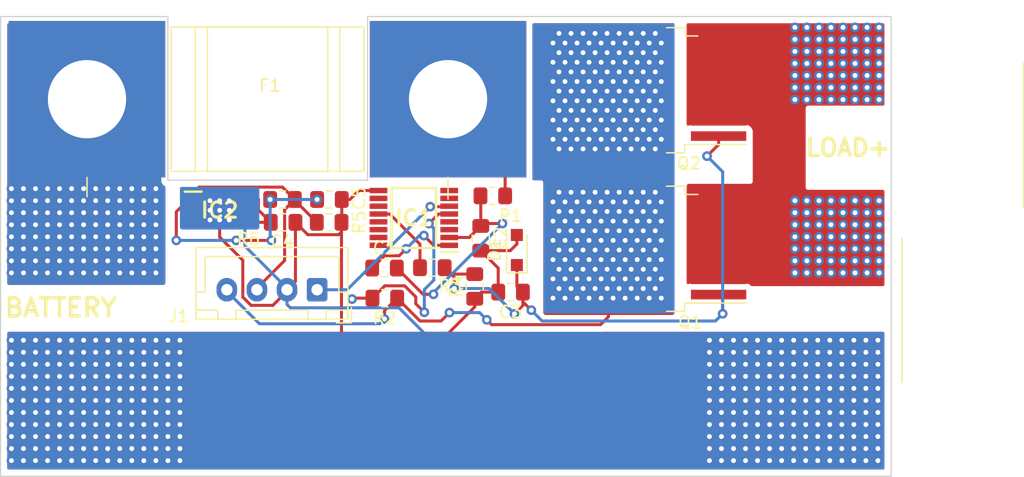
<source format=kicad_pcb>
(kicad_pcb (version 20171130) (host pcbnew "(5.1.2)-1")

  (general
    (thickness 1.6)
    (drawings 17)
    (tracks 971)
    (zones 0)
    (modules 18)
    (nets 27)
  )

  (page A4)
  (layers
    (0 F.Cu signal)
    (31 B.Cu signal)
    (32 B.Adhes user)
    (33 F.Adhes user)
    (34 B.Paste user)
    (35 F.Paste user)
    (36 B.SilkS user)
    (37 F.SilkS user)
    (38 B.Mask user)
    (39 F.Mask user hide)
    (40 Dwgs.User user)
    (41 Cmts.User user)
    (42 Eco1.User user)
    (43 Eco2.User user)
    (44 Edge.Cuts user)
    (45 Margin user)
    (46 B.CrtYd user)
    (47 F.CrtYd user)
    (48 B.Fab user)
    (49 F.Fab user)
  )

  (setup
    (last_trace_width 0.25)
    (trace_clearance 0.2)
    (zone_clearance 0.508)
    (zone_45_only no)
    (trace_min 0.2)
    (via_size 0.8)
    (via_drill 0.4)
    (via_min_size 0.4)
    (via_min_drill 0.3)
    (uvia_size 0.3)
    (uvia_drill 0.1)
    (uvias_allowed no)
    (uvia_min_size 0.2)
    (uvia_min_drill 0.1)
    (edge_width 0.05)
    (segment_width 0.2)
    (pcb_text_width 0.3)
    (pcb_text_size 1.5 1.5)
    (mod_edge_width 0.12)
    (mod_text_size 1 1)
    (mod_text_width 0.15)
    (pad_size 1.524 1.524)
    (pad_drill 0.762)
    (pad_to_mask_clearance 0.051)
    (solder_mask_min_width 0.25)
    (aux_axis_origin 0 0)
    (visible_elements 7FFFFFFF)
    (pcbplotparams
      (layerselection 0x010f0_ffffffff)
      (usegerberextensions true)
      (usegerberattributes false)
      (usegerberadvancedattributes false)
      (creategerberjobfile false)
      (excludeedgelayer true)
      (linewidth 0.100000)
      (plotframeref false)
      (viasonmask false)
      (mode 1)
      (useauxorigin false)
      (hpglpennumber 1)
      (hpglpenspeed 20)
      (hpglpendiameter 15.000000)
      (psnegative false)
      (psa4output false)
      (plotreference true)
      (plotvalue true)
      (plotinvisibletext false)
      (padsonsilk false)
      (subtractmaskfromsilk false)
      (outputformat 1)
      (mirror false)
      (drillshape 0)
      (scaleselection 1)
      (outputdirectory "Gerber/"))
  )

  (net 0 "")
  (net 1 "Net-(C1-Pad1)")
  (net 2 "Net-(C1-Pad2)")
  (net 3 -BATT)
  (net 4 "Net-(C3-Pad1)")
  (net 5 SW+)
  (net 6 "Net-(IC1-Pad3)")
  (net 7 "Net-(IC1-Pad4)")
  (net 8 "Net-(IC1-Pad5)")
  (net 9 SW-)
  (net 10 "Net-(IC1-Pad7)")
  (net 11 "Net-(IC1-Pad8)")
  (net 12 "Net-(IC1-Pad10)")
  (net 13 "Net-(IC1-Pad11)")
  (net 14 "Net-(IC1-Pad12)")
  (net 15 "Net-(IC1-Pad13)")
  (net 16 "Net-(IC1-Pad14)")
  (net 17 "Net-(IC1-Pad15)")
  (net 18 "Net-(IC1-Pad16)")
  (net 19 VESC)
  (net 20 "Net-(F1-Pad1)")
  (net 21 "Net-(C4-Pad1)")
  (net 22 "Net-(IC2-Pad7)")
  (net 23 "Net-(IC2-Pad6)")
  (net 24 "Net-(IC2-Pad3)")
  (net 25 "Net-(IC2-Pad2)")
  (net 26 "Net-(C5-Pad1)")

  (net_class Default "Dies ist die voreingestellte Netzklasse."
    (clearance 0.2)
    (trace_width 0.25)
    (via_dia 0.8)
    (via_drill 0.4)
    (uvia_dia 0.3)
    (uvia_drill 0.1)
    (add_net -BATT)
    (add_net "Net-(C1-Pad1)")
    (add_net "Net-(C1-Pad2)")
    (add_net "Net-(C3-Pad1)")
    (add_net "Net-(C4-Pad1)")
    (add_net "Net-(C5-Pad1)")
    (add_net "Net-(F1-Pad1)")
    (add_net "Net-(IC1-Pad10)")
    (add_net "Net-(IC1-Pad11)")
    (add_net "Net-(IC1-Pad12)")
    (add_net "Net-(IC1-Pad13)")
    (add_net "Net-(IC1-Pad14)")
    (add_net "Net-(IC1-Pad15)")
    (add_net "Net-(IC1-Pad16)")
    (add_net "Net-(IC1-Pad3)")
    (add_net "Net-(IC1-Pad4)")
    (add_net "Net-(IC1-Pad5)")
    (add_net "Net-(IC1-Pad7)")
    (add_net "Net-(IC1-Pad8)")
    (add_net "Net-(IC2-Pad2)")
    (add_net "Net-(IC2-Pad3)")
    (add_net "Net-(IC2-Pad6)")
    (add_net "Net-(IC2-Pad7)")
    (add_net SW+)
    (add_net SW-)
    (add_net VESC)
  )

  (module SamacSys_Parts:littleFuseBF1 (layer F.Cu) (tedit 5D720234) (tstamp 5D7256E5)
    (at 95.28 42.966)
    (path /5D75F413)
    (fp_text reference F1 (at 0.2 -1.14) (layer F.SilkS)
      (effects (font (size 1 1) (thickness 0.15)))
    )
    (fp_text value Fuse (at 0.2 1.4) (layer F.Fab)
      (effects (font (size 1 1) (thickness 0.15)))
    )
    (fp_line (start 0 -6) (end 8 -6) (layer F.SilkS) (width 0.12))
    (fp_line (start 8 -6) (end 8 6) (layer F.SilkS) (width 0.12))
    (fp_line (start 8 6) (end -8 6) (layer F.SilkS) (width 0.12))
    (fp_line (start -8 6) (end -8 -6) (layer F.SilkS) (width 0.12))
    (fp_line (start -8 -6) (end 0 -6) (layer F.SilkS) (width 0.12))
    (fp_line (start 6 -6) (end 6 6) (layer F.SilkS) (width 0.12))
    (fp_line (start 6 6) (end 5 6) (layer F.SilkS) (width 0.12))
    (fp_line (start 5 6) (end 5 -6) (layer F.SilkS) (width 0.12))
    (fp_line (start 5 -6) (end -6 -6) (layer F.SilkS) (width 0.12))
    (fp_line (start -6 -6) (end -6 6) (layer F.SilkS) (width 0.12))
    (fp_line (start -6 6) (end -5 6) (layer F.SilkS) (width 0.12))
    (fp_line (start -5 6) (end -5 -6) (layer F.SilkS) (width 0.12))
    (fp_line (start -15 6.5) (end -15 8.1) (layer F.SilkS) (width 0.12))
    (fp_line (start 15 6.5) (end 15 8.3) (layer F.SilkS) (width 0.12))
    (pad 1 thru_hole rect (at 15 0) (size 13 13) (drill 6.5) (layers *.Cu *.Mask)
      (net 20 "Net-(F1-Pad1)"))
    (pad 2 thru_hole rect (at -15 0) (size 13 13) (drill 6.5) (layers *.Cu *.Mask)
      (net 5 SW+))
  )

  (module SamacSys_Parts:SOP65P490X110-9N (layer F.Cu) (tedit 0) (tstamp 5D734B36)
    (at 91.3 52.2)
    (descr "HVSSOP (8)")
    (tags "Integrated Circuit")
    (path /5D75248D)
    (attr smd)
    (fp_text reference IC2 (at 0 0) (layer F.SilkS)
      (effects (font (size 1.27 1.27) (thickness 0.254)))
    )
    (fp_text value TPS7A4101DGNR (at 0 0) (layer F.SilkS) hide
      (effects (font (size 1.27 1.27) (thickness 0.254)))
    )
    (fp_line (start -2.9 -1.55) (end -1.5 -1.55) (layer F.SilkS) (width 0.2))
    (fp_line (start -1.5 -0.85) (end -0.85 -1.5) (layer F.Fab) (width 0.1))
    (fp_line (start -1.5 1.5) (end -1.5 -1.5) (layer F.Fab) (width 0.1))
    (fp_line (start 1.5 1.5) (end -1.5 1.5) (layer F.Fab) (width 0.1))
    (fp_line (start 1.5 -1.5) (end 1.5 1.5) (layer F.Fab) (width 0.1))
    (fp_line (start -1.5 -1.5) (end 1.5 -1.5) (layer F.Fab) (width 0.1))
    (fp_line (start -3.15 1.8) (end -3.15 -1.8) (layer F.CrtYd) (width 0.05))
    (fp_line (start 3.15 1.8) (end -3.15 1.8) (layer F.CrtYd) (width 0.05))
    (fp_line (start 3.15 -1.8) (end 3.15 1.8) (layer F.CrtYd) (width 0.05))
    (fp_line (start -3.15 -1.8) (end 3.15 -1.8) (layer F.CrtYd) (width 0.05))
    (fp_text user %R (at 0 0) (layer F.Fab)
      (effects (font (size 1.27 1.27) (thickness 0.254)))
    )
    (pad 9 smd rect (at 0 0 90) (size 1.88 1.98) (layers F.Cu F.Paste F.Mask)
      (net 3 -BATT))
    (pad 8 smd rect (at 2.2 -0.975 90) (size 0.45 1.4) (layers F.Cu F.Paste F.Mask)
      (net 21 "Net-(C4-Pad1)"))
    (pad 7 smd rect (at 2.2 -0.325 90) (size 0.45 1.4) (layers F.Cu F.Paste F.Mask)
      (net 22 "Net-(IC2-Pad7)"))
    (pad 6 smd rect (at 2.2 0.325 90) (size 0.45 1.4) (layers F.Cu F.Paste F.Mask)
      (net 23 "Net-(IC2-Pad6)"))
    (pad 5 smd rect (at 2.2 0.975 90) (size 0.45 1.4) (layers F.Cu F.Paste F.Mask)
      (net 21 "Net-(C4-Pad1)"))
    (pad 4 smd rect (at -2.2 0.975 90) (size 0.45 1.4) (layers F.Cu F.Paste F.Mask)
      (net 3 -BATT))
    (pad 3 smd rect (at -2.2 0.325 90) (size 0.45 1.4) (layers F.Cu F.Paste F.Mask)
      (net 24 "Net-(IC2-Pad3)"))
    (pad 2 smd rect (at -2.2 -0.325 90) (size 0.45 1.4) (layers F.Cu F.Paste F.Mask)
      (net 25 "Net-(IC2-Pad2)"))
    (pad 1 smd rect (at -2.2 -0.975 90) (size 0.45 1.4) (layers F.Cu F.Paste F.Mask)
      (net 26 "Net-(C5-Pad1)"))
    (model C:\SamacSys_PCB_Library\KiCad\SamacSys_Parts.3dshapes\TPS7A4101DGNR.stp
      (at (xyz 0 0 0))
      (scale (xyz 1 1 1))
      (rotate (xyz 0 0 0))
    )
  )

  (module Capacitor_SMD:C_0805_2012Metric_Pad1.15x1.40mm_HandSolder (layer F.Cu) (tedit 5B36C52B) (tstamp 5D7360FE)
    (at 100.4 53.2)
    (descr "Capacitor SMD 0805 (2012 Metric), square (rectangular) end terminal, IPC_7351 nominal with elongated pad for handsoldering. (Body size source: https://docs.google.com/spreadsheets/d/1BsfQQcO9C6DZCsRaXUlFlo91Tg2WpOkGARC1WS5S8t0/edit?usp=sharing), generated with kicad-footprint-generator")
    (tags "capacitor handsolder")
    (path /5D779851)
    (attr smd)
    (fp_text reference C5 (at 2.5 -2 90) (layer F.SilkS)
      (effects (font (size 1 1) (thickness 0.15)))
    )
    (fp_text value 1uF (at 0 1.65) (layer F.Fab)
      (effects (font (size 1 1) (thickness 0.15)))
    )
    (fp_line (start -1 0.6) (end -1 -0.6) (layer F.Fab) (width 0.1))
    (fp_line (start -1 -0.6) (end 1 -0.6) (layer F.Fab) (width 0.1))
    (fp_line (start 1 -0.6) (end 1 0.6) (layer F.Fab) (width 0.1))
    (fp_line (start 1 0.6) (end -1 0.6) (layer F.Fab) (width 0.1))
    (fp_line (start -0.261252 -0.71) (end 0.261252 -0.71) (layer F.SilkS) (width 0.12))
    (fp_line (start -0.261252 0.71) (end 0.261252 0.71) (layer F.SilkS) (width 0.12))
    (fp_line (start -1.85 0.95) (end -1.85 -0.95) (layer F.CrtYd) (width 0.05))
    (fp_line (start -1.85 -0.95) (end 1.85 -0.95) (layer F.CrtYd) (width 0.05))
    (fp_line (start 1.85 -0.95) (end 1.85 0.95) (layer F.CrtYd) (width 0.05))
    (fp_line (start 1.85 0.95) (end -1.85 0.95) (layer F.CrtYd) (width 0.05))
    (fp_text user %R (at 0 0) (layer F.Fab)
      (effects (font (size 0.5 0.5) (thickness 0.08)))
    )
    (pad 1 smd roundrect (at -1.025 0) (size 1.15 1.4) (layers F.Cu F.Paste F.Mask) (roundrect_rratio 0.217391)
      (net 26 "Net-(C5-Pad1)"))
    (pad 2 smd roundrect (at 1.025 0) (size 1.15 1.4) (layers F.Cu F.Paste F.Mask) (roundrect_rratio 0.217391)
      (net 3 -BATT))
    (model ${KISYS3DMOD}/Capacitor_SMD.3dshapes/C_0805_2012Metric.wrl
      (at (xyz 0 0 0))
      (scale (xyz 1 1 1))
      (rotate (xyz 0 0 0))
    )
  )

  (module Resistor_SMD:R_0805_2012Metric_Pad1.15x1.40mm_HandSolder (layer F.Cu) (tedit 5B36C52B) (tstamp 5D734CF8)
    (at 96.525 51.3)
    (descr "Resistor SMD 0805 (2012 Metric), square (rectangular) end terminal, IPC_7351 nominal with elongated pad for handsoldering. (Body size source: https://docs.google.com/spreadsheets/d/1BsfQQcO9C6DZCsRaXUlFlo91Tg2WpOkGARC1WS5S8t0/edit?usp=sharing), generated with kicad-footprint-generator")
    (tags "resistor handsolder")
    (path /5D76B68B)
    (attr smd)
    (fp_text reference R6 (at -2.825 3.3) (layer F.SilkS)
      (effects (font (size 1 1) (thickness 0.15)))
    )
    (fp_text value 10k (at 0 1.65) (layer F.Fab)
      (effects (font (size 1 1) (thickness 0.15)))
    )
    (fp_line (start -1 0.6) (end -1 -0.6) (layer F.Fab) (width 0.1))
    (fp_line (start -1 -0.6) (end 1 -0.6) (layer F.Fab) (width 0.1))
    (fp_line (start 1 -0.6) (end 1 0.6) (layer F.Fab) (width 0.1))
    (fp_line (start 1 0.6) (end -1 0.6) (layer F.Fab) (width 0.1))
    (fp_line (start -0.261252 -0.71) (end 0.261252 -0.71) (layer F.SilkS) (width 0.12))
    (fp_line (start -0.261252 0.71) (end 0.261252 0.71) (layer F.SilkS) (width 0.12))
    (fp_line (start -1.85 0.95) (end -1.85 -0.95) (layer F.CrtYd) (width 0.05))
    (fp_line (start -1.85 -0.95) (end 1.85 -0.95) (layer F.CrtYd) (width 0.05))
    (fp_line (start 1.85 -0.95) (end 1.85 0.95) (layer F.CrtYd) (width 0.05))
    (fp_line (start 1.85 0.95) (end -1.85 0.95) (layer F.CrtYd) (width 0.05))
    (fp_text user %R (at -0.025 -1.2) (layer F.Fab)
      (effects (font (size 0.5 0.5) (thickness 0.08)))
    )
    (pad 1 smd roundrect (at -1.025 0) (size 1.15 1.4) (layers F.Cu F.Paste F.Mask) (roundrect_rratio 0.217391)
      (net 25 "Net-(IC2-Pad2)"))
    (pad 2 smd roundrect (at 1.025 0) (size 1.15 1.4) (layers F.Cu F.Paste F.Mask) (roundrect_rratio 0.217391)
      (net 26 "Net-(C5-Pad1)"))
    (model ${KISYS3DMOD}/Resistor_SMD.3dshapes/R_0805_2012Metric.wrl
      (at (xyz 0 0 0))
      (scale (xyz 1 1 1))
      (rotate (xyz 0 0 0))
    )
  )

  (module Resistor_SMD:R_0805_2012Metric_Pad1.15x1.40mm_HandSolder (layer F.Cu) (tedit 5B36C52B) (tstamp 5D734CE7)
    (at 100.425 51.3 180)
    (descr "Resistor SMD 0805 (2012 Metric), square (rectangular) end terminal, IPC_7351 nominal with elongated pad for handsoldering. (Body size source: https://docs.google.com/spreadsheets/d/1BsfQQcO9C6DZCsRaXUlFlo91Tg2WpOkGARC1WS5S8t0/edit?usp=sharing), generated with kicad-footprint-generator")
    (tags "resistor handsolder")
    (path /5D76D111)
    (attr smd)
    (fp_text reference R5 (at -2.475 -1.9 90) (layer F.SilkS)
      (effects (font (size 1 1) (thickness 0.15)))
    )
    (fp_text value 92.301k (at 0 1.65) (layer F.Fab)
      (effects (font (size 1 1) (thickness 0.15)))
    )
    (fp_line (start -1 0.6) (end -1 -0.6) (layer F.Fab) (width 0.1))
    (fp_line (start -1 -0.6) (end 1 -0.6) (layer F.Fab) (width 0.1))
    (fp_line (start 1 -0.6) (end 1 0.6) (layer F.Fab) (width 0.1))
    (fp_line (start 1 0.6) (end -1 0.6) (layer F.Fab) (width 0.1))
    (fp_line (start -0.261252 -0.71) (end 0.261252 -0.71) (layer F.SilkS) (width 0.12))
    (fp_line (start -0.261252 0.71) (end 0.261252 0.71) (layer F.SilkS) (width 0.12))
    (fp_line (start -1.85 0.95) (end -1.85 -0.95) (layer F.CrtYd) (width 0.05))
    (fp_line (start -1.85 -0.95) (end 1.85 -0.95) (layer F.CrtYd) (width 0.05))
    (fp_line (start 1.85 -0.95) (end 1.85 0.95) (layer F.CrtYd) (width 0.05))
    (fp_line (start 1.85 0.95) (end -1.85 0.95) (layer F.CrtYd) (width 0.05))
    (fp_text user %R (at 0 0) (layer F.Fab)
      (effects (font (size 0.5 0.5) (thickness 0.08)))
    )
    (pad 1 smd roundrect (at -1.025 0 180) (size 1.15 1.4) (layers F.Cu F.Paste F.Mask) (roundrect_rratio 0.217391)
      (net 3 -BATT))
    (pad 2 smd roundrect (at 1.025 0 180) (size 1.15 1.4) (layers F.Cu F.Paste F.Mask) (roundrect_rratio 0.217391)
      (net 25 "Net-(IC2-Pad2)"))
    (model ${KISYS3DMOD}/Resistor_SMD.3dshapes/R_0805_2012Metric.wrl
      (at (xyz 0 0 0))
      (scale (xyz 1 1 1))
      (rotate (xyz 0 0 0))
    )
  )

  (module Capacitor_SMD:C_0805_2012Metric_Pad1.15x1.40mm_HandSolder (layer F.Cu) (tedit 5B36C52B) (tstamp 5D734A86)
    (at 96.575 53.2)
    (descr "Capacitor SMD 0805 (2012 Metric), square (rectangular) end terminal, IPC_7351 nominal with elongated pad for handsoldering. (Body size source: https://docs.google.com/spreadsheets/d/1BsfQQcO9C6DZCsRaXUlFlo91Tg2WpOkGARC1WS5S8t0/edit?usp=sharing), generated with kicad-footprint-generator")
    (tags "capacitor handsolder")
    (path /5D764C17)
    (attr smd)
    (fp_text reference C4 (at -0.075 1.6) (layer F.SilkS)
      (effects (font (size 1 1) (thickness 0.15)))
    )
    (fp_text value 1uF (at 0 1.65) (layer F.Fab)
      (effects (font (size 1 1) (thickness 0.15)))
    )
    (fp_line (start -1 0.6) (end -1 -0.6) (layer F.Fab) (width 0.1))
    (fp_line (start -1 -0.6) (end 1 -0.6) (layer F.Fab) (width 0.1))
    (fp_line (start 1 -0.6) (end 1 0.6) (layer F.Fab) (width 0.1))
    (fp_line (start 1 0.6) (end -1 0.6) (layer F.Fab) (width 0.1))
    (fp_line (start -0.261252 -0.71) (end 0.261252 -0.71) (layer F.SilkS) (width 0.12))
    (fp_line (start -0.261252 0.71) (end 0.261252 0.71) (layer F.SilkS) (width 0.12))
    (fp_line (start -1.85 0.95) (end -1.85 -0.95) (layer F.CrtYd) (width 0.05))
    (fp_line (start -1.85 -0.95) (end 1.85 -0.95) (layer F.CrtYd) (width 0.05))
    (fp_line (start 1.85 -0.95) (end 1.85 0.95) (layer F.CrtYd) (width 0.05))
    (fp_line (start 1.85 0.95) (end -1.85 0.95) (layer F.CrtYd) (width 0.05))
    (fp_text user %R (at 0 0) (layer F.Fab)
      (effects (font (size 0.5 0.5) (thickness 0.08)))
    )
    (pad 1 smd roundrect (at -1.025 0) (size 1.15 1.4) (layers F.Cu F.Paste F.Mask) (roundrect_rratio 0.217391)
      (net 21 "Net-(C4-Pad1)"))
    (pad 2 smd roundrect (at 1.025 0) (size 1.15 1.4) (layers F.Cu F.Paste F.Mask) (roundrect_rratio 0.217391)
      (net 3 -BATT))
    (model ${KISYS3DMOD}/Capacitor_SMD.3dshapes/C_0805_2012Metric.wrl
      (at (xyz 0 0 0))
      (scale (xyz 1 1 1))
      (rotate (xyz 0 0 0))
    )
  )

  (module SOP65P640X120-16N (layer F.Cu) (tedit 0) (tstamp 5D725708)
    (at 107.438 52.833 180)
    (descr "PW (R-PDSO-G16)")
    (tags "Integrated Circuit")
    (path /5D712D46)
    (attr smd)
    (fp_text reference IC1 (at 0 0) (layer F.SilkS)
      (effects (font (size 1.27 1.27) (thickness 0.254)))
    )
    (fp_text value BQ76200PWR (at 0 0) (layer F.SilkS) hide
      (effects (font (size 1.27 1.27) (thickness 0.254)))
    )
    (fp_text user %R (at 0 0) (layer F.Fab)
      (effects (font (size 1.27 1.27) (thickness 0.254)))
    )
    (fp_line (start -3.925 -2.8) (end 3.925 -2.8) (layer F.CrtYd) (width 0.05))
    (fp_line (start 3.925 -2.8) (end 3.925 2.8) (layer F.CrtYd) (width 0.05))
    (fp_line (start 3.925 2.8) (end -3.925 2.8) (layer F.CrtYd) (width 0.05))
    (fp_line (start -3.925 2.8) (end -3.925 -2.8) (layer F.CrtYd) (width 0.05))
    (fp_line (start -2.2 -2.5) (end 2.2 -2.5) (layer F.Fab) (width 0.1))
    (fp_line (start 2.2 -2.5) (end 2.2 2.5) (layer F.Fab) (width 0.1))
    (fp_line (start 2.2 2.5) (end -2.2 2.5) (layer F.Fab) (width 0.1))
    (fp_line (start -2.2 2.5) (end -2.2 -2.5) (layer F.Fab) (width 0.1))
    (fp_line (start -2.2 -1.85) (end -1.55 -2.5) (layer F.Fab) (width 0.1))
    (fp_line (start -1.85 -2.5) (end 1.85 -2.5) (layer F.SilkS) (width 0.2))
    (fp_line (start 1.85 -2.5) (end 1.85 2.5) (layer F.SilkS) (width 0.2))
    (fp_line (start 1.85 2.5) (end -1.85 2.5) (layer F.SilkS) (width 0.2))
    (fp_line (start -1.85 2.5) (end -1.85 -2.5) (layer F.SilkS) (width 0.2))
    (fp_line (start -3.675 -2.85) (end -2.2 -2.85) (layer F.SilkS) (width 0.2))
    (pad 1 smd rect (at -2.938 -2.275 270) (size 0.45 1.475) (layers F.Cu F.Paste F.Mask)
      (net 1 "Net-(C1-Pad1)"))
    (pad 2 smd rect (at -2.938 -1.625 270) (size 0.45 1.475) (layers F.Cu F.Paste F.Mask)
      (net 2 "Net-(C1-Pad2)"))
    (pad 3 smd rect (at -2.938 -0.975 270) (size 0.45 1.475) (layers F.Cu F.Paste F.Mask)
      (net 6 "Net-(IC1-Pad3)"))
    (pad 4 smd rect (at -2.938 -0.325 270) (size 0.45 1.475) (layers F.Cu F.Paste F.Mask)
      (net 7 "Net-(IC1-Pad4)"))
    (pad 5 smd rect (at -2.938 0.325 270) (size 0.45 1.475) (layers F.Cu F.Paste F.Mask)
      (net 8 "Net-(IC1-Pad5)"))
    (pad 6 smd rect (at -2.938 0.975 270) (size 0.45 1.475) (layers F.Cu F.Paste F.Mask)
      (net 9 SW-))
    (pad 7 smd rect (at -2.938 1.625 270) (size 0.45 1.475) (layers F.Cu F.Paste F.Mask)
      (net 10 "Net-(IC1-Pad7)"))
    (pad 8 smd rect (at -2.938 2.275 270) (size 0.45 1.475) (layers F.Cu F.Paste F.Mask)
      (net 11 "Net-(IC1-Pad8)"))
    (pad 9 smd rect (at 2.938 2.275 270) (size 0.45 1.475) (layers F.Cu F.Paste F.Mask)
      (net 3 -BATT))
    (pad 10 smd rect (at 2.938 1.625 270) (size 0.45 1.475) (layers F.Cu F.Paste F.Mask)
      (net 12 "Net-(IC1-Pad10)"))
    (pad 11 smd rect (at 2.938 0.975 270) (size 0.45 1.475) (layers F.Cu F.Paste F.Mask)
      (net 13 "Net-(IC1-Pad11)"))
    (pad 12 smd rect (at 2.938 0.325 270) (size 0.45 1.475) (layers F.Cu F.Paste F.Mask)
      (net 14 "Net-(IC1-Pad12)"))
    (pad 13 smd rect (at 2.938 -0.325 270) (size 0.45 1.475) (layers F.Cu F.Paste F.Mask)
      (net 15 "Net-(IC1-Pad13)"))
    (pad 14 smd rect (at 2.938 -0.975 270) (size 0.45 1.475) (layers F.Cu F.Paste F.Mask)
      (net 16 "Net-(IC1-Pad14)"))
    (pad 15 smd rect (at 2.938 -1.625 270) (size 0.45 1.475) (layers F.Cu F.Paste F.Mask)
      (net 17 "Net-(IC1-Pad15)"))
    (pad 16 smd rect (at 2.938 -2.275 270) (size 0.45 1.475) (layers F.Cu F.Paste F.Mask)
      (net 18 "Net-(IC1-Pad16)"))
    (model C:\SamacSys_PCB_Library\KiCad\SamacSys_Parts.3dshapes\BQ76200PWR.stp
      (at (xyz 0 0 0))
      (scale (xyz 1 1 1))
      (rotate (xyz 0 0 0))
    )
  )

  (module Connector_JST:JST_XH_B4B-XH-A_1x04_P2.50mm_Vertical (layer F.Cu) (tedit 5C28146C) (tstamp 5D733DFB)
    (at 99.4 58.8 180)
    (descr "JST XH series connector, B4B-XH-A (http://www.jst-mfg.com/product/pdf/eng/eXH.pdf), generated with kicad-footprint-generator")
    (tags "connector JST XH vertical")
    (path /5D74BB15)
    (fp_text reference J1 (at 11.5 -2.2) (layer F.SilkS)
      (effects (font (size 1 1) (thickness 0.15)))
    )
    (fp_text value Conn_01x04_Male (at 3.75 4.6) (layer F.Fab)
      (effects (font (size 1 1) (thickness 0.15)))
    )
    (fp_text user %R (at 3.75 2.7) (layer F.Fab)
      (effects (font (size 1 1) (thickness 0.15)))
    )
    (fp_line (start -2.85 -2.75) (end -2.85 -1.5) (layer F.SilkS) (width 0.12))
    (fp_line (start -1.6 -2.75) (end -2.85 -2.75) (layer F.SilkS) (width 0.12))
    (fp_line (start 9.3 2.75) (end 3.75 2.75) (layer F.SilkS) (width 0.12))
    (fp_line (start 9.3 -0.2) (end 9.3 2.75) (layer F.SilkS) (width 0.12))
    (fp_line (start 10.05 -0.2) (end 9.3 -0.2) (layer F.SilkS) (width 0.12))
    (fp_line (start -1.8 2.75) (end 3.75 2.75) (layer F.SilkS) (width 0.12))
    (fp_line (start -1.8 -0.2) (end -1.8 2.75) (layer F.SilkS) (width 0.12))
    (fp_line (start -2.55 -0.2) (end -1.8 -0.2) (layer F.SilkS) (width 0.12))
    (fp_line (start 10.05 -2.45) (end 8.25 -2.45) (layer F.SilkS) (width 0.12))
    (fp_line (start 10.05 -1.7) (end 10.05 -2.45) (layer F.SilkS) (width 0.12))
    (fp_line (start 8.25 -1.7) (end 10.05 -1.7) (layer F.SilkS) (width 0.12))
    (fp_line (start 8.25 -2.45) (end 8.25 -1.7) (layer F.SilkS) (width 0.12))
    (fp_line (start -0.75 -2.45) (end -2.55 -2.45) (layer F.SilkS) (width 0.12))
    (fp_line (start -0.75 -1.7) (end -0.75 -2.45) (layer F.SilkS) (width 0.12))
    (fp_line (start -2.55 -1.7) (end -0.75 -1.7) (layer F.SilkS) (width 0.12))
    (fp_line (start -2.55 -2.45) (end -2.55 -1.7) (layer F.SilkS) (width 0.12))
    (fp_line (start 6.75 -2.45) (end 0.75 -2.45) (layer F.SilkS) (width 0.12))
    (fp_line (start 6.75 -1.7) (end 6.75 -2.45) (layer F.SilkS) (width 0.12))
    (fp_line (start 0.75 -1.7) (end 6.75 -1.7) (layer F.SilkS) (width 0.12))
    (fp_line (start 0.75 -2.45) (end 0.75 -1.7) (layer F.SilkS) (width 0.12))
    (fp_line (start 0 -1.35) (end 0.625 -2.35) (layer F.Fab) (width 0.1))
    (fp_line (start -0.625 -2.35) (end 0 -1.35) (layer F.Fab) (width 0.1))
    (fp_line (start 10.45 -2.85) (end -2.95 -2.85) (layer F.CrtYd) (width 0.05))
    (fp_line (start 10.45 3.9) (end 10.45 -2.85) (layer F.CrtYd) (width 0.05))
    (fp_line (start -2.95 3.9) (end 10.45 3.9) (layer F.CrtYd) (width 0.05))
    (fp_line (start -2.95 -2.85) (end -2.95 3.9) (layer F.CrtYd) (width 0.05))
    (fp_line (start 10.06 -2.46) (end -2.56 -2.46) (layer F.SilkS) (width 0.12))
    (fp_line (start 10.06 3.51) (end 10.06 -2.46) (layer F.SilkS) (width 0.12))
    (fp_line (start -2.56 3.51) (end 10.06 3.51) (layer F.SilkS) (width 0.12))
    (fp_line (start -2.56 -2.46) (end -2.56 3.51) (layer F.SilkS) (width 0.12))
    (fp_line (start 9.95 -2.35) (end -2.45 -2.35) (layer F.Fab) (width 0.1))
    (fp_line (start 9.95 3.4) (end 9.95 -2.35) (layer F.Fab) (width 0.1))
    (fp_line (start -2.45 3.4) (end 9.95 3.4) (layer F.Fab) (width 0.1))
    (fp_line (start -2.45 -2.35) (end -2.45 3.4) (layer F.Fab) (width 0.1))
    (pad 4 thru_hole oval (at 7.5 0 180) (size 1.7 1.95) (drill 0.95) (layers *.Cu *.Mask)
      (net 5 SW+))
    (pad 3 thru_hole oval (at 5 0 180) (size 1.7 1.95) (drill 0.95) (layers *.Cu *.Mask)
      (net 26 "Net-(C5-Pad1)"))
    (pad 2 thru_hole oval (at 2.5 0 180) (size 1.7 1.95) (drill 0.95) (layers *.Cu *.Mask)
      (net 3 -BATT))
    (pad 1 thru_hole roundrect (at 0 0 180) (size 1.7 1.95) (drill 0.95) (layers *.Cu *.Mask) (roundrect_rratio 0.147059)
      (net 9 SW-))
    (model ${KISYS3DMOD}/Connector_JST.3dshapes/JST_XH_B4B-XH-A_1x04_P2.50mm_Vertical.wrl
      (at (xyz 0 0 0))
      (scale (xyz 1 1 1))
      (rotate (xyz 0 0 0))
    )
  )

  (module SamacSys_Parts:IRFS7530 (layer F.Cu) (tedit 5D720675) (tstamp 5D72945F)
    (at 126.988 42.223 180)
    (descr "TO-263 / D2PAK / DDPAK SMD package, http://www.infineon.com/cms/en/product/packages/PG-TO263/PG-TO263-7-1/")
    (tags "D2PAK DDPAK TO-263 D2PAK-7 TO-263-7 SOT-427")
    (path /5D71511D)
    (attr smd)
    (fp_text reference Q2 (at -3.312 -6.077) (layer F.SilkS)
      (effects (font (size 1 1) (thickness 0.15)))
    )
    (fp_text value IRFS7530TRL7PP (at 0 6.65) (layer F.Fab)
      (effects (font (size 1 1) (thickness 0.15)))
    )
    (fp_line (start 6.5 -5) (end 7.5 -5) (layer F.Fab) (width 0.1))
    (fp_line (start 7.5 -5) (end 7.5 5) (layer F.Fab) (width 0.1))
    (fp_line (start 7.5 5) (end 6.5 5) (layer F.Fab) (width 0.1))
    (fp_line (start 6.5 -5) (end 6.5 5) (layer F.Fab) (width 0.1))
    (fp_line (start 6.5 5) (end -2.75 5) (layer F.Fab) (width 0.1))
    (fp_line (start -2.75 5) (end -2.75 -4) (layer F.Fab) (width 0.1))
    (fp_line (start -2.75 -4) (end -1.75 -5) (layer F.Fab) (width 0.1))
    (fp_line (start -1.75 -5) (end 6.5 -5) (layer F.Fab) (width 0.1))
    (fp_line (start -2.64 -4.11) (end -7.45 -4.11) (layer F.Fab) (width 0.1))
    (fp_line (start -7.45 -4.11) (end -7.45 -3.51) (layer F.Fab) (width 0.1))
    (fp_line (start -7.45 -3.51) (end -2.75 -3.51) (layer F.Fab) (width 0.1))
    (fp_line (start -2.75 -2.84) (end -7.45 -2.84) (layer F.Fab) (width 0.1))
    (fp_line (start -7.45 -2.84) (end -7.45 -2.24) (layer F.Fab) (width 0.1))
    (fp_line (start -7.45 -2.24) (end -2.75 -2.24) (layer F.Fab) (width 0.1))
    (fp_line (start -2.75 -1.57) (end -7.45 -1.57) (layer F.Fab) (width 0.1))
    (fp_line (start -7.45 -1.57) (end -7.45 -0.97) (layer F.Fab) (width 0.1))
    (fp_line (start -7.45 -0.97) (end -2.75 -0.97) (layer F.Fab) (width 0.1))
    (fp_line (start -2.75 0.97) (end -7.45 0.97) (layer F.Fab) (width 0.1))
    (fp_line (start -7.45 0.97) (end -7.45 1.57) (layer F.Fab) (width 0.1))
    (fp_line (start -7.45 1.57) (end -2.75 1.57) (layer F.Fab) (width 0.1))
    (fp_line (start -2.75 2.24) (end -7.45 2.24) (layer F.Fab) (width 0.1))
    (fp_line (start -7.45 2.24) (end -7.45 2.84) (layer F.Fab) (width 0.1))
    (fp_line (start -7.45 2.84) (end -2.75 2.84) (layer F.Fab) (width 0.1))
    (fp_line (start -2.75 3.51) (end -7.45 3.51) (layer F.Fab) (width 0.1))
    (fp_line (start -7.45 3.51) (end -7.45 4.11) (layer F.Fab) (width 0.1))
    (fp_line (start -7.45 4.11) (end -2.75 4.11) (layer F.Fab) (width 0.1))
    (fp_line (start -1.45 -5.2) (end -2.95 -5.2) (layer F.SilkS) (width 0.12))
    (fp_line (start -2.95 -5.2) (end -2.95 -4.51) (layer F.SilkS) (width 0.12))
    (fp_line (start -2.95 -4.51) (end -8.075 -4.51) (layer F.SilkS) (width 0.12))
    (fp_line (start -1.45 5.2) (end -2.95 5.2) (layer F.SilkS) (width 0.12))
    (fp_line (start -2.95 5.2) (end -2.95 4.51) (layer F.SilkS) (width 0.12))
    (fp_line (start -2.95 4.51) (end -4.05 4.51) (layer F.SilkS) (width 0.12))
    (fp_line (start -8.32 -5.65) (end -8.32 5.65) (layer F.CrtYd) (width 0.05))
    (fp_line (start -8.32 5.65) (end 8.32 5.65) (layer F.CrtYd) (width 0.05))
    (fp_line (start 8.32 5.65) (end 8.32 -5.65) (layer F.CrtYd) (width 0.05))
    (fp_line (start 8.32 -5.65) (end -8.32 -5.65) (layer F.CrtYd) (width 0.05))
    (fp_text user %R (at 0 0) (layer F.Fab)
      (effects (font (size 1 1) (thickness 0.15)))
    )
    (pad 1 smd rect (at -5.775 -3.81 180) (size 4.6 0.8) (layers F.Cu F.Paste F.Mask)
      (net 4 "Net-(C3-Pad1)"))
    (pad 2 smd rect (at -5.775 -2.54 180) (size 4.6 0.8) (layers F.Cu F.Paste F.Mask)
      (net 19 VESC))
    (pad 3 smd rect (at -5.775 -1.27 180) (size 4.6 0.8) (layers F.Cu F.Paste F.Mask)
      (net 19 VESC))
    (pad 5 smd rect (at -5.775 1.27 180) (size 4.6 0.8) (layers F.Cu F.Paste F.Mask)
      (net 19 VESC))
    (pad 6 smd rect (at -5.775 2.54 180) (size 4.6 0.8) (layers F.Cu F.Paste F.Mask)
      (net 19 VESC))
    (pad 7 smd rect (at -5.775 3.81 180) (size 4.6 0.8) (layers F.Cu F.Paste F.Mask)
      (net 19 VESC))
    (pad 8 smd rect (at 3.375 0 180) (size 9.4 10.8) (layers F.Cu F.Mask)
      (net 5 SW+))
    (pad "" smd rect (at 5.8 2.775 180) (size 4.55 5.25) (layers F.Paste))
    (pad "" smd rect (at 0.95 -2.775 180) (size 4.55 5.25) (layers F.Paste))
    (pad "" smd rect (at 5.8 -2.775 180) (size 4.55 5.25) (layers F.Paste))
    (pad "" smd rect (at 0.95 2.775 180) (size 4.55 5.25) (layers F.Paste))
    (model ${KISYS3DMOD}/Package_TO_SOT_SMD.3dshapes/TO-263-6.wrl
      (at (xyz 0 0 0))
      (scale (xyz 1 1 1))
      (rotate (xyz 0 0 0))
    )
  )

  (module SamacSys_Parts:IRFS7530 (layer F.Cu) (tedit 5D720675) (tstamp 5D72942B)
    (at 126.988 55.393 180)
    (descr "TO-263 / D2PAK / DDPAK SMD package, http://www.infineon.com/cms/en/product/packages/PG-TO263/PG-TO263-7-1/")
    (tags "D2PAK DDPAK TO-263 D2PAK-7 TO-263-7 SOT-427")
    (path /5D714248)
    (attr smd)
    (fp_text reference Q1 (at -3.412 -6.107) (layer F.SilkS)
      (effects (font (size 1 1) (thickness 0.15)))
    )
    (fp_text value IRFS7530TRL7PP (at 0 6.65) (layer F.Fab)
      (effects (font (size 1 1) (thickness 0.15)))
    )
    (fp_line (start 6.5 -5) (end 7.5 -5) (layer F.Fab) (width 0.1))
    (fp_line (start 7.5 -5) (end 7.5 5) (layer F.Fab) (width 0.1))
    (fp_line (start 7.5 5) (end 6.5 5) (layer F.Fab) (width 0.1))
    (fp_line (start 6.5 -5) (end 6.5 5) (layer F.Fab) (width 0.1))
    (fp_line (start 6.5 5) (end -2.75 5) (layer F.Fab) (width 0.1))
    (fp_line (start -2.75 5) (end -2.75 -4) (layer F.Fab) (width 0.1))
    (fp_line (start -2.75 -4) (end -1.75 -5) (layer F.Fab) (width 0.1))
    (fp_line (start -1.75 -5) (end 6.5 -5) (layer F.Fab) (width 0.1))
    (fp_line (start -2.64 -4.11) (end -7.45 -4.11) (layer F.Fab) (width 0.1))
    (fp_line (start -7.45 -4.11) (end -7.45 -3.51) (layer F.Fab) (width 0.1))
    (fp_line (start -7.45 -3.51) (end -2.75 -3.51) (layer F.Fab) (width 0.1))
    (fp_line (start -2.75 -2.84) (end -7.45 -2.84) (layer F.Fab) (width 0.1))
    (fp_line (start -7.45 -2.84) (end -7.45 -2.24) (layer F.Fab) (width 0.1))
    (fp_line (start -7.45 -2.24) (end -2.75 -2.24) (layer F.Fab) (width 0.1))
    (fp_line (start -2.75 -1.57) (end -7.45 -1.57) (layer F.Fab) (width 0.1))
    (fp_line (start -7.45 -1.57) (end -7.45 -0.97) (layer F.Fab) (width 0.1))
    (fp_line (start -7.45 -0.97) (end -2.75 -0.97) (layer F.Fab) (width 0.1))
    (fp_line (start -2.75 0.97) (end -7.45 0.97) (layer F.Fab) (width 0.1))
    (fp_line (start -7.45 0.97) (end -7.45 1.57) (layer F.Fab) (width 0.1))
    (fp_line (start -7.45 1.57) (end -2.75 1.57) (layer F.Fab) (width 0.1))
    (fp_line (start -2.75 2.24) (end -7.45 2.24) (layer F.Fab) (width 0.1))
    (fp_line (start -7.45 2.24) (end -7.45 2.84) (layer F.Fab) (width 0.1))
    (fp_line (start -7.45 2.84) (end -2.75 2.84) (layer F.Fab) (width 0.1))
    (fp_line (start -2.75 3.51) (end -7.45 3.51) (layer F.Fab) (width 0.1))
    (fp_line (start -7.45 3.51) (end -7.45 4.11) (layer F.Fab) (width 0.1))
    (fp_line (start -7.45 4.11) (end -2.75 4.11) (layer F.Fab) (width 0.1))
    (fp_line (start -1.45 -5.2) (end -2.95 -5.2) (layer F.SilkS) (width 0.12))
    (fp_line (start -2.95 -5.2) (end -2.95 -4.51) (layer F.SilkS) (width 0.12))
    (fp_line (start -2.95 -4.51) (end -8.075 -4.51) (layer F.SilkS) (width 0.12))
    (fp_line (start -1.45 5.2) (end -2.95 5.2) (layer F.SilkS) (width 0.12))
    (fp_line (start -2.95 5.2) (end -2.95 4.51) (layer F.SilkS) (width 0.12))
    (fp_line (start -2.95 4.51) (end -4.05 4.51) (layer F.SilkS) (width 0.12))
    (fp_line (start -8.32 -5.65) (end -8.32 5.65) (layer F.CrtYd) (width 0.05))
    (fp_line (start -8.32 5.65) (end 8.32 5.65) (layer F.CrtYd) (width 0.05))
    (fp_line (start 8.32 5.65) (end 8.32 -5.65) (layer F.CrtYd) (width 0.05))
    (fp_line (start 8.32 -5.65) (end -8.32 -5.65) (layer F.CrtYd) (width 0.05))
    (fp_text user %R (at 0 0) (layer F.Fab)
      (effects (font (size 1 1) (thickness 0.15)))
    )
    (pad 1 smd rect (at -5.775 -3.81 180) (size 4.6 0.8) (layers F.Cu F.Paste F.Mask)
      (net 4 "Net-(C3-Pad1)"))
    (pad 2 smd rect (at -5.775 -2.54 180) (size 4.6 0.8) (layers F.Cu F.Paste F.Mask)
      (net 19 VESC))
    (pad 3 smd rect (at -5.775 -1.27 180) (size 4.6 0.8) (layers F.Cu F.Paste F.Mask)
      (net 19 VESC))
    (pad 5 smd rect (at -5.775 1.27 180) (size 4.6 0.8) (layers F.Cu F.Paste F.Mask)
      (net 19 VESC))
    (pad 6 smd rect (at -5.775 2.54 180) (size 4.6 0.8) (layers F.Cu F.Paste F.Mask)
      (net 19 VESC))
    (pad 7 smd rect (at -5.775 3.81 180) (size 4.6 0.8) (layers F.Cu F.Paste F.Mask)
      (net 19 VESC))
    (pad 8 smd rect (at 3.375 0 180) (size 9.4 10.8) (layers F.Cu F.Mask)
      (net 5 SW+))
    (pad "" smd rect (at 5.8 2.775 180) (size 4.55 5.25) (layers F.Paste))
    (pad "" smd rect (at 0.95 -2.775 180) (size 4.55 5.25) (layers F.Paste))
    (pad "" smd rect (at 5.8 -2.775 180) (size 4.55 5.25) (layers F.Paste))
    (pad "" smd rect (at 0.95 2.775 180) (size 4.55 5.25) (layers F.Paste))
    (model ${KISYS3DMOD}/Package_TO_SOT_SMD.3dshapes/TO-263-6.wrl
      (at (xyz 0 0 0))
      (scale (xyz 1 1 1))
      (rotate (xyz 0 0 0))
    )
  )

  (module Capacitor_SMD:C_0805_2012Metric_Pad1.15x1.40mm_HandSolder (layer F.Cu) (tedit 5B36C52B) (tstamp 5D725697)
    (at 105 57)
    (descr "Capacitor SMD 0805 (2012 Metric), square (rectangular) end terminal, IPC_7351 nominal with elongated pad for handsoldering. (Body size source: https://docs.google.com/spreadsheets/d/1BsfQQcO9C6DZCsRaXUlFlo91Tg2WpOkGARC1WS5S8t0/edit?usp=sharing), generated with kicad-footprint-generator")
    (tags "capacitor handsolder")
    (path /5D71940E)
    (attr smd)
    (fp_text reference C1 (at 0 -1.65) (layer F.SilkS)
      (effects (font (size 1 1) (thickness 0.15)))
    )
    (fp_text value 1uF (at -2.475 1.65) (layer F.Fab) hide
      (effects (font (size 1 1) (thickness 0.15)))
    )
    (fp_line (start -1 0.6) (end -1 -0.6) (layer F.Fab) (width 0.1))
    (fp_line (start -1 -0.6) (end 1 -0.6) (layer F.Fab) (width 0.1))
    (fp_line (start 1 -0.6) (end 1 0.6) (layer F.Fab) (width 0.1))
    (fp_line (start 1 0.6) (end -1 0.6) (layer F.Fab) (width 0.1))
    (fp_line (start -0.261252 -0.71) (end 0.261252 -0.71) (layer F.SilkS) (width 0.12))
    (fp_line (start -0.261252 0.71) (end 0.261252 0.71) (layer F.SilkS) (width 0.12))
    (fp_line (start -1.85 0.95) (end -1.85 -0.95) (layer F.CrtYd) (width 0.05))
    (fp_line (start -1.85 -0.95) (end 1.85 -0.95) (layer F.CrtYd) (width 0.05))
    (fp_line (start 1.85 -0.95) (end 1.85 0.95) (layer F.CrtYd) (width 0.05))
    (fp_line (start 1.85 0.95) (end -1.85 0.95) (layer F.CrtYd) (width 0.05))
    (fp_text user %R (at 0 0) (layer F.Fab)
      (effects (font (size 0.5 0.5) (thickness 0.08)))
    )
    (pad 1 smd roundrect (at -1.025 0) (size 1.15 1.4) (layers F.Cu F.Paste F.Mask) (roundrect_rratio 0.217391)
      (net 1 "Net-(C1-Pad1)"))
    (pad 2 smd roundrect (at 1.025 0) (size 1.15 1.4) (layers F.Cu F.Paste F.Mask) (roundrect_rratio 0.217391)
      (net 2 "Net-(C1-Pad2)"))
    (model ${KISYS3DMOD}/Capacitor_SMD.3dshapes/C_0805_2012Metric.wrl
      (at (xyz 0 0 0))
      (scale (xyz 1 1 1))
      (rotate (xyz 0 0 0))
    )
  )

  (module Capacitor_SMD:C_0805_2012Metric_Pad1.15x1.40mm_HandSolder (layer F.Cu) (tedit 5B36C52B) (tstamp 5D7256A8)
    (at 113 54.525 270)
    (descr "Capacitor SMD 0805 (2012 Metric), square (rectangular) end terminal, IPC_7351 nominal with elongated pad for handsoldering. (Body size source: https://docs.google.com/spreadsheets/d/1BsfQQcO9C6DZCsRaXUlFlo91Tg2WpOkGARC1WS5S8t0/edit?usp=sharing), generated with kicad-footprint-generator")
    (tags "capacitor handsolder")
    (path /5D71AD41)
    (attr smd)
    (fp_text reference C2 (at 0 -1.65 90) (layer F.SilkS)
      (effects (font (size 1 1) (thickness 0.15)))
    )
    (fp_text value 100nF (at 0 1.65 90) (layer F.Fab)
      (effects (font (size 1 1) (thickness 0.15)))
    )
    (fp_text user %R (at 0 0 90) (layer F.Fab)
      (effects (font (size 0.5 0.5) (thickness 0.08)))
    )
    (fp_line (start 1.85 0.95) (end -1.85 0.95) (layer F.CrtYd) (width 0.05))
    (fp_line (start 1.85 -0.95) (end 1.85 0.95) (layer F.CrtYd) (width 0.05))
    (fp_line (start -1.85 -0.95) (end 1.85 -0.95) (layer F.CrtYd) (width 0.05))
    (fp_line (start -1.85 0.95) (end -1.85 -0.95) (layer F.CrtYd) (width 0.05))
    (fp_line (start -0.261252 0.71) (end 0.261252 0.71) (layer F.SilkS) (width 0.12))
    (fp_line (start -0.261252 -0.71) (end 0.261252 -0.71) (layer F.SilkS) (width 0.12))
    (fp_line (start 1 0.6) (end -1 0.6) (layer F.Fab) (width 0.1))
    (fp_line (start 1 -0.6) (end 1 0.6) (layer F.Fab) (width 0.1))
    (fp_line (start -1 -0.6) (end 1 -0.6) (layer F.Fab) (width 0.1))
    (fp_line (start -1 0.6) (end -1 -0.6) (layer F.Fab) (width 0.1))
    (pad 2 smd roundrect (at 1.025 0 270) (size 1.15 1.4) (layers F.Cu F.Paste F.Mask) (roundrect_rratio 0.217391)
      (net 3 -BATT))
    (pad 1 smd roundrect (at -1.025 0 270) (size 1.15 1.4) (layers F.Cu F.Paste F.Mask) (roundrect_rratio 0.217391)
      (net 2 "Net-(C1-Pad2)"))
    (model ${KISYS3DMOD}/Capacitor_SMD.3dshapes/C_0805_2012Metric.wrl
      (at (xyz 0 0 0))
      (scale (xyz 1 1 1))
      (rotate (xyz 0 0 0))
    )
  )

  (module Capacitor_SMD:C_0805_2012Metric_Pad1.15x1.40mm_HandSolder (layer F.Cu) (tedit 5B36C52B) (tstamp 5D7256B9)
    (at 115.475 59 180)
    (descr "Capacitor SMD 0805 (2012 Metric), square (rectangular) end terminal, IPC_7351 nominal with elongated pad for handsoldering. (Body size source: https://docs.google.com/spreadsheets/d/1BsfQQcO9C6DZCsRaXUlFlo91Tg2WpOkGARC1WS5S8t0/edit?usp=sharing), generated with kicad-footprint-generator")
    (tags "capacitor handsolder")
    (path /5D73080B)
    (attr smd)
    (fp_text reference C3 (at 0 -1.65) (layer F.SilkS)
      (effects (font (size 1 1) (thickness 0.15)))
    )
    (fp_text value 100nF (at 0 1.65) (layer F.Fab)
      (effects (font (size 1 1) (thickness 0.15)))
    )
    (fp_line (start -1 0.6) (end -1 -0.6) (layer F.Fab) (width 0.1))
    (fp_line (start -1 -0.6) (end 1 -0.6) (layer F.Fab) (width 0.1))
    (fp_line (start 1 -0.6) (end 1 0.6) (layer F.Fab) (width 0.1))
    (fp_line (start 1 0.6) (end -1 0.6) (layer F.Fab) (width 0.1))
    (fp_line (start -0.261252 -0.71) (end 0.261252 -0.71) (layer F.SilkS) (width 0.12))
    (fp_line (start -0.261252 0.71) (end 0.261252 0.71) (layer F.SilkS) (width 0.12))
    (fp_line (start -1.85 0.95) (end -1.85 -0.95) (layer F.CrtYd) (width 0.05))
    (fp_line (start -1.85 -0.95) (end 1.85 -0.95) (layer F.CrtYd) (width 0.05))
    (fp_line (start 1.85 -0.95) (end 1.85 0.95) (layer F.CrtYd) (width 0.05))
    (fp_line (start 1.85 0.95) (end -1.85 0.95) (layer F.CrtYd) (width 0.05))
    (fp_text user %R (at 0 0) (layer F.Fab)
      (effects (font (size 0.5 0.5) (thickness 0.08)))
    )
    (pad 1 smd roundrect (at -1.025 0 180) (size 1.15 1.4) (layers F.Cu F.Paste F.Mask) (roundrect_rratio 0.217391)
      (net 4 "Net-(C3-Pad1)"))
    (pad 2 smd roundrect (at 1.025 0 180) (size 1.15 1.4) (layers F.Cu F.Paste F.Mask) (roundrect_rratio 0.217391)
      (net 3 -BATT))
    (model ${KISYS3DMOD}/Capacitor_SMD.3dshapes/C_0805_2012Metric.wrl
      (at (xyz 0 0 0))
      (scale (xyz 1 1 1))
      (rotate (xyz 0 0 0))
    )
  )

  (module Diode_SMD:D_SOD-323_HandSoldering (layer F.Cu) (tedit 58641869) (tstamp 5D7256D1)
    (at 116 55.5 90)
    (descr SOD-323)
    (tags SOD-323)
    (path /5D73D98E)
    (attr smd)
    (fp_text reference D1 (at 0 -1.85 90) (layer F.SilkS)
      (effects (font (size 1 1) (thickness 0.15)))
    )
    (fp_text value 18V (at 0.1 1.9 90) (layer F.Fab)
      (effects (font (size 1 1) (thickness 0.15)))
    )
    (fp_text user %R (at 0 -1.85 90) (layer F.Fab)
      (effects (font (size 1 1) (thickness 0.15)))
    )
    (fp_line (start -1.9 -0.85) (end -1.9 0.85) (layer F.SilkS) (width 0.12))
    (fp_line (start 0.2 0) (end 0.45 0) (layer F.Fab) (width 0.1))
    (fp_line (start 0.2 0.35) (end -0.3 0) (layer F.Fab) (width 0.1))
    (fp_line (start 0.2 -0.35) (end 0.2 0.35) (layer F.Fab) (width 0.1))
    (fp_line (start -0.3 0) (end 0.2 -0.35) (layer F.Fab) (width 0.1))
    (fp_line (start -0.3 0) (end -0.5 0) (layer F.Fab) (width 0.1))
    (fp_line (start -0.3 -0.35) (end -0.3 0.35) (layer F.Fab) (width 0.1))
    (fp_line (start -0.9 0.7) (end -0.9 -0.7) (layer F.Fab) (width 0.1))
    (fp_line (start 0.9 0.7) (end -0.9 0.7) (layer F.Fab) (width 0.1))
    (fp_line (start 0.9 -0.7) (end 0.9 0.7) (layer F.Fab) (width 0.1))
    (fp_line (start -0.9 -0.7) (end 0.9 -0.7) (layer F.Fab) (width 0.1))
    (fp_line (start -2 -0.95) (end 2 -0.95) (layer F.CrtYd) (width 0.05))
    (fp_line (start 2 -0.95) (end 2 0.95) (layer F.CrtYd) (width 0.05))
    (fp_line (start -2 0.95) (end 2 0.95) (layer F.CrtYd) (width 0.05))
    (fp_line (start -2 -0.95) (end -2 0.95) (layer F.CrtYd) (width 0.05))
    (fp_line (start -1.9 0.85) (end 1.25 0.85) (layer F.SilkS) (width 0.12))
    (fp_line (start -1.9 -0.85) (end 1.25 -0.85) (layer F.SilkS) (width 0.12))
    (pad 1 smd rect (at -1.25 0 90) (size 1 1) (layers F.Cu F.Paste F.Mask)
      (net 4 "Net-(C3-Pad1)"))
    (pad 2 smd rect (at 1.25 0 90) (size 1 1) (layers F.Cu F.Paste F.Mask)
      (net 3 -BATT))
    (model ${KISYS3DMOD}/Diode_SMD.3dshapes/D_SOD-323.wrl
      (at (xyz 0 0 0))
      (scale (xyz 1 1 1))
      (rotate (xyz 0 0 0))
    )
  )

  (module Resistor_SMD:R_0805_2012Metric_Pad1.15x1.40mm_HandSolder (layer F.Cu) (tedit 5B36C52B) (tstamp 5D725741)
    (at 114 51 180)
    (descr "Resistor SMD 0805 (2012 Metric), square (rectangular) end terminal, IPC_7351 nominal with elongated pad for handsoldering. (Body size source: https://docs.google.com/spreadsheets/d/1BsfQQcO9C6DZCsRaXUlFlo91Tg2WpOkGARC1WS5S8t0/edit?usp=sharing), generated with kicad-footprint-generator")
    (tags "resistor handsolder")
    (path /5D72ADF6)
    (attr smd)
    (fp_text reference R1 (at -1.475 -1.65) (layer F.SilkS)
      (effects (font (size 1 1) (thickness 0.15)))
    )
    (fp_text value 100 (at 3 1) (layer F.Fab)
      (effects (font (size 1 1) (thickness 0.15)))
    )
    (fp_line (start -1 0.6) (end -1 -0.6) (layer F.Fab) (width 0.1))
    (fp_line (start -1 -0.6) (end 1 -0.6) (layer F.Fab) (width 0.1))
    (fp_line (start 1 -0.6) (end 1 0.6) (layer F.Fab) (width 0.1))
    (fp_line (start 1 0.6) (end -1 0.6) (layer F.Fab) (width 0.1))
    (fp_line (start -0.261252 -0.71) (end 0.261252 -0.71) (layer F.SilkS) (width 0.12))
    (fp_line (start -0.261252 0.71) (end 0.261252 0.71) (layer F.SilkS) (width 0.12))
    (fp_line (start -1.85 0.95) (end -1.85 -0.95) (layer F.CrtYd) (width 0.05))
    (fp_line (start -1.85 -0.95) (end 1.85 -0.95) (layer F.CrtYd) (width 0.05))
    (fp_line (start 1.85 -0.95) (end 1.85 0.95) (layer F.CrtYd) (width 0.05))
    (fp_line (start 1.85 0.95) (end -1.85 0.95) (layer F.CrtYd) (width 0.05))
    (fp_text user %R (at 0 0) (layer F.Fab)
      (effects (font (size 0.5 0.5) (thickness 0.08)))
    )
    (pad 1 smd roundrect (at -1.025 0 180) (size 1.15 1.4) (layers F.Cu F.Paste F.Mask) (roundrect_rratio 0.217391)
      (net 20 "Net-(F1-Pad1)"))
    (pad 2 smd roundrect (at 1.025 0 180) (size 1.15 1.4) (layers F.Cu F.Paste F.Mask) (roundrect_rratio 0.217391)
      (net 2 "Net-(C1-Pad2)"))
    (model ${KISYS3DMOD}/Resistor_SMD.3dshapes/R_0805_2012Metric.wrl
      (at (xyz 0 0 0))
      (scale (xyz 1 1 1))
      (rotate (xyz 0 0 0))
    )
  )

  (module Resistor_SMD:R_0805_2012Metric_Pad1.15x1.40mm_HandSolder (layer F.Cu) (tedit 5B36C52B) (tstamp 5D725752)
    (at 105.025 59.5 180)
    (descr "Resistor SMD 0805 (2012 Metric), square (rectangular) end terminal, IPC_7351 nominal with elongated pad for handsoldering. (Body size source: https://docs.google.com/spreadsheets/d/1BsfQQcO9C6DZCsRaXUlFlo91Tg2WpOkGARC1WS5S8t0/edit?usp=sharing), generated with kicad-footprint-generator")
    (tags "resistor handsolder")
    (path /5D71E123)
    (attr smd)
    (fp_text reference R2 (at 0.025 -1.65) (layer F.SilkS)
      (effects (font (size 1 1) (thickness 0.15)))
    )
    (fp_text value 0 (at -2.475 0) (layer F.Fab)
      (effects (font (size 1 1) (thickness 0.15)))
    )
    (fp_text user %R (at 0 0) (layer F.Fab)
      (effects (font (size 0.5 0.5) (thickness 0.08)))
    )
    (fp_line (start 1.85 0.95) (end -1.85 0.95) (layer F.CrtYd) (width 0.05))
    (fp_line (start 1.85 -0.95) (end 1.85 0.95) (layer F.CrtYd) (width 0.05))
    (fp_line (start -1.85 -0.95) (end 1.85 -0.95) (layer F.CrtYd) (width 0.05))
    (fp_line (start -1.85 0.95) (end -1.85 -0.95) (layer F.CrtYd) (width 0.05))
    (fp_line (start -0.261252 0.71) (end 0.261252 0.71) (layer F.SilkS) (width 0.12))
    (fp_line (start -0.261252 -0.71) (end 0.261252 -0.71) (layer F.SilkS) (width 0.12))
    (fp_line (start 1 0.6) (end -1 0.6) (layer F.Fab) (width 0.1))
    (fp_line (start 1 -0.6) (end 1 0.6) (layer F.Fab) (width 0.1))
    (fp_line (start -1 -0.6) (end 1 -0.6) (layer F.Fab) (width 0.1))
    (fp_line (start -1 0.6) (end -1 -0.6) (layer F.Fab) (width 0.1))
    (pad 2 smd roundrect (at 1.025 0 180) (size 1.15 1.4) (layers F.Cu F.Paste F.Mask) (roundrect_rratio 0.217391)
      (net 8 "Net-(IC1-Pad5)"))
    (pad 1 smd roundrect (at -1.025 0 180) (size 1.15 1.4) (layers F.Cu F.Paste F.Mask) (roundrect_rratio 0.217391)
      (net 5 SW+))
    (model ${KISYS3DMOD}/Resistor_SMD.3dshapes/R_0805_2012Metric.wrl
      (at (xyz 0 0 0))
      (scale (xyz 1 1 1))
      (rotate (xyz 0 0 0))
    )
  )

  (module Resistor_SMD:R_0805_2012Metric_Pad1.15x1.40mm_HandSolder (layer F.Cu) (tedit 5B36C52B) (tstamp 5D725763)
    (at 108.975 56.968)
    (descr "Resistor SMD 0805 (2012 Metric), square (rectangular) end terminal, IPC_7351 nominal with elongated pad for handsoldering. (Body size source: https://docs.google.com/spreadsheets/d/1BsfQQcO9C6DZCsRaXUlFlo91Tg2WpOkGARC1WS5S8t0/edit?usp=sharing), generated with kicad-footprint-generator")
    (tags "resistor handsolder")
    (path /5D739D52)
    (attr smd)
    (fp_text reference R3 (at 1.5 1.532) (layer F.SilkS)
      (effects (font (size 1 1) (thickness 0.15)))
    )
    (fp_text value 2M (at -1 1.65) (layer F.Fab) hide
      (effects (font (size 1 1) (thickness 0.15)))
    )
    (fp_line (start -1 0.6) (end -1 -0.6) (layer F.Fab) (width 0.1))
    (fp_line (start -1 -0.6) (end 1 -0.6) (layer F.Fab) (width 0.1))
    (fp_line (start 1 -0.6) (end 1 0.6) (layer F.Fab) (width 0.1))
    (fp_line (start 1 0.6) (end -1 0.6) (layer F.Fab) (width 0.1))
    (fp_line (start -0.261252 -0.71) (end 0.261252 -0.71) (layer F.SilkS) (width 0.12))
    (fp_line (start -0.261252 0.71) (end 0.261252 0.71) (layer F.SilkS) (width 0.12))
    (fp_line (start -1.85 0.95) (end -1.85 -0.95) (layer F.CrtYd) (width 0.05))
    (fp_line (start -1.85 -0.95) (end 1.85 -0.95) (layer F.CrtYd) (width 0.05))
    (fp_line (start 1.85 -0.95) (end 1.85 0.95) (layer F.CrtYd) (width 0.05))
    (fp_line (start 1.85 0.95) (end -1.85 0.95) (layer F.CrtYd) (width 0.05))
    (fp_text user %R (at 0 0) (layer F.Fab)
      (effects (font (size 0.5 0.5) (thickness 0.08)))
    )
    (pad 1 smd roundrect (at -1.025 0) (size 1.15 1.4) (layers F.Cu F.Paste F.Mask) (roundrect_rratio 0.217391)
      (net 14 "Net-(IC1-Pad12)"))
    (pad 2 smd roundrect (at 1.025 0) (size 1.15 1.4) (layers F.Cu F.Paste F.Mask) (roundrect_rratio 0.217391)
      (net 4 "Net-(C3-Pad1)"))
    (model ${KISYS3DMOD}/Resistor_SMD.3dshapes/R_0805_2012Metric.wrl
      (at (xyz 0 0 0))
      (scale (xyz 1 1 1))
      (rotate (xyz 0 0 0))
    )
  )

  (module Resistor_SMD:R_0805_2012Metric_Pad1.15x1.40mm_HandSolder (layer F.Cu) (tedit 5B36C52B) (tstamp 5D725774)
    (at 112.5 58.525 270)
    (descr "Resistor SMD 0805 (2012 Metric), square (rectangular) end terminal, IPC_7351 nominal with elongated pad for handsoldering. (Body size source: https://docs.google.com/spreadsheets/d/1BsfQQcO9C6DZCsRaXUlFlo91Tg2WpOkGARC1WS5S8t0/edit?usp=sharing), generated with kicad-footprint-generator")
    (tags "resistor handsolder")
    (path /5D72FBDA)
    (attr smd)
    (fp_text reference R4 (at 0 1.5 90) (layer F.SilkS)
      (effects (font (size 1 1) (thickness 0.15)))
    )
    (fp_text value 10M (at 0 1.65 90) (layer F.Fab)
      (effects (font (size 1 1) (thickness 0.15)))
    )
    (fp_text user %R (at 0 0 90) (layer F.Fab)
      (effects (font (size 0.5 0.5) (thickness 0.08)))
    )
    (fp_line (start 1.85 0.95) (end -1.85 0.95) (layer F.CrtYd) (width 0.05))
    (fp_line (start 1.85 -0.95) (end 1.85 0.95) (layer F.CrtYd) (width 0.05))
    (fp_line (start -1.85 -0.95) (end 1.85 -0.95) (layer F.CrtYd) (width 0.05))
    (fp_line (start -1.85 0.95) (end -1.85 -0.95) (layer F.CrtYd) (width 0.05))
    (fp_line (start -0.261252 0.71) (end 0.261252 0.71) (layer F.SilkS) (width 0.12))
    (fp_line (start -0.261252 -0.71) (end 0.261252 -0.71) (layer F.SilkS) (width 0.12))
    (fp_line (start 1 0.6) (end -1 0.6) (layer F.Fab) (width 0.1))
    (fp_line (start 1 -0.6) (end 1 0.6) (layer F.Fab) (width 0.1))
    (fp_line (start -1 -0.6) (end 1 -0.6) (layer F.Fab) (width 0.1))
    (fp_line (start -1 0.6) (end -1 -0.6) (layer F.Fab) (width 0.1))
    (pad 2 smd roundrect (at 1.025 0 270) (size 1.15 1.4) (layers F.Cu F.Paste F.Mask) (roundrect_rratio 0.217391)
      (net 3 -BATT))
    (pad 1 smd roundrect (at -1.025 0 270) (size 1.15 1.4) (layers F.Cu F.Paste F.Mask) (roundrect_rratio 0.217391)
      (net 4 "Net-(C3-Pad1)"))
    (model ${KISYS3DMOD}/Resistor_SMD.3dshapes/R_0805_2012Metric.wrl
      (at (xyz 0 0 0))
      (scale (xyz 1 1 1))
      (rotate (xyz 0 0 0))
    )
  )

  (gr_text LOAD+ (at 143.5 47) (layer F.SilkS) (tstamp 5D72B06B)
    (effects (font (size 1.4 1.4) (thickness 0.3)))
  )
  (gr_text BATTERY (at 78.1 60.3) (layer F.SilkS) (tstamp 5D72B05D)
    (effects (font (size 1.5 1.5) (thickness 0.3)))
  )
  (gr_poly (pts (xy 147.1 50.5) (xy 147.1 58.5) (xy 140 58.5) (xy 140 50.5)) (layer F.Mask) (width 0.1))
  (gr_line (start 148 66.5) (end 148 54.5) (layer F.SilkS) (width 0.12))
  (gr_poly (pts (xy 147.1 62.3) (xy 73.1 62.3) (xy 73.1 74.1) (xy 147.1 74.1)) (layer F.Mask) (width 0.1) (tstamp 5D72AC62))
  (gr_poly (pts (xy 103.7 36.4) (xy 128.7 36.4) (xy 128.7 60.9) (xy 118.2 60.9) (xy 118.2 49.7) (xy 103.7 49.7)) (layer F.Mask) (width 0.1))
  (gr_poly (pts (xy 73.2 36.2) (xy 73.2 58.4) (xy 86.8 58.4) (xy 86.8 36.2)) (layer F.Mask) (width 0.1))
  (gr_line (start 158.1 40) (end 158.1 52) (layer F.SilkS) (width 0.12))
  (gr_poly (pts (xy 130.4 36.5) (xy 130.4 45.4) (xy 135.6 45.4) (xy 135.6 50) (xy 130.4 50) (xy 130.4 58.5) (xy 140 58.5) (xy 140 43.5) (xy 147 43.5) (xy 147 36.5)) (layer F.Mask) (width 0.1))
  (gr_line (start 73.1 36.1) (end 87 36.1) (layer Edge.Cuts) (width 0.1))
  (gr_line (start 73.1 74.3) (end 73.1 36.1) (layer Edge.Cuts) (width 0.1))
  (gr_line (start 147.1 74.3) (end 73.1 74.3) (layer Edge.Cuts) (width 0.1))
  (gr_line (start 147.1 36.1) (end 147.1 74.3) (layer Edge.Cuts) (width 0.1))
  (gr_line (start 103.6 36.1) (end 147.1 36.1) (layer Edge.Cuts) (width 0.1))
  (gr_line (start 103.6 49.7) (end 103.6 36.1) (layer Edge.Cuts) (width 0.1))
  (gr_line (start 87 49.7) (end 103.6 49.7) (layer Edge.Cuts) (width 0.1))
  (gr_line (start 87 36.1) (end 87 49.7) (layer Edge.Cuts) (width 0.1))

  (via (at 106.8 55.4) (size 0.8) (drill 0.4) (layers F.Cu B.Cu) (net 1))
  (segment (start 106.22501 55.97499) (end 106.8 55.4) (width 0.25) (layer F.Cu) (net 1))
  (segment (start 103.975 57) (end 105.00001 55.97499) (width 0.25) (layer F.Cu) (net 1))
  (segment (start 105.00001 55.97499) (end 106.22501 55.97499) (width 0.25) (layer F.Cu) (net 1))
  (segment (start 106.8 55.4) (end 107.9 54.3) (width 0.25) (layer B.Cu) (net 1))
  (segment (start 107.9 54.3) (end 108.27499 54.3) (width 0.25) (layer B.Cu) (net 1))
  (segment (start 108.674989 54.699999) (end 108.27499 54.3) (width 0.25) (layer F.Cu) (net 1))
  (segment (start 110.376 55.108) (end 109.08299 55.108) (width 0.25) (layer F.Cu) (net 1))
  (segment (start 109.08299 55.108) (end 108.674989 54.699999) (width 0.25) (layer F.Cu) (net 1))
  (via (at 108.27499 54.3) (size 0.8) (drill 0.4) (layers F.Cu B.Cu) (net 1))
  (segment (start 113 51.025) (end 112.975 51) (width 0.25) (layer F.Cu) (net 2))
  (segment (start 113 53.5) (end 113 51.025) (width 0.25) (layer F.Cu) (net 2))
  (segment (start 112.042 54.458) (end 110.376 54.458) (width 0.25) (layer F.Cu) (net 2))
  (segment (start 113 53.5) (end 112.042 54.458) (width 0.25) (layer F.Cu) (net 2))
  (via (at 114.8 53.3) (size 0.8) (drill 0.4) (layers F.Cu B.Cu) (net 2))
  (segment (start 113.2 53.3) (end 113 53.5) (width 0.25) (layer F.Cu) (net 2))
  (segment (start 114.8 53.3) (end 113.2 53.3) (width 0.25) (layer F.Cu) (net 2))
  (segment (start 106.025 57) (end 108.204518 59.179518) (width 0.25) (layer F.Cu) (net 2))
  (segment (start 114.8 53.3) (end 109.0721 59.0279) (width 0.25) (layer B.Cu) (net 2))
  (segment (start 108.204518 59.179518) (end 108.506415 59.179518) (width 0.25) (layer F.Cu) (net 2))
  (segment (start 109.0721 59.0279) (end 109.0721 59.179518) (width 0.25) (layer B.Cu) (net 2))
  (segment (start 108.506415 59.179518) (end 109.0721 59.179518) (width 0.25) (layer F.Cu) (net 2))
  (via (at 109.0721 59.179518) (size 0.8) (drill 0.4) (layers F.Cu B.Cu) (net 2))
  (via (at 91.3 53) (size 0.8) (drill 0.4) (layers F.Cu B.Cu) (net 3) (tstamp 5D73C94E))
  (via (at 92.1 53) (size 0.8) (drill 0.4) (layers F.Cu B.Cu) (net 3) (tstamp 5D73C94F))
  (via (at 90.5 53) (size 0.8) (drill 0.4) (layers F.Cu B.Cu) (net 3) (tstamp 5D73C950))
  (via (at 90.5 51.4) (size 0.8) (drill 0.4) (layers F.Cu B.Cu) (net 3))
  (via (at 91.3 51.4) (size 0.8) (drill 0.4) (layers F.Cu B.Cu) (net 3))
  (via (at 92.1 51.4) (size 0.8) (drill 0.4) (layers F.Cu B.Cu) (net 3))
  (via (at 92.1 52.2) (size 0.8) (drill 0.4) (layers F.Cu B.Cu) (net 3))
  (via (at 90.5 52.2) (size 0.8) (drill 0.4) (layers F.Cu B.Cu) (net 3))
  (via (at 82 64) (size 0.8) (drill 0.4) (layers F.Cu B.Cu) (net 3) (tstamp 5D738F65))
  (via (at 84 64) (size 0.8) (drill 0.4) (layers F.Cu B.Cu) (net 3) (tstamp 5D738F66))
  (via (at 85 64) (size 0.8) (drill 0.4) (layers F.Cu B.Cu) (net 3) (tstamp 5D738F67))
  (via (at 87 64) (size 0.8) (drill 0.4) (layers F.Cu B.Cu) (net 3) (tstamp 5D738F68))
  (via (at 77 64) (size 0.8) (drill 0.4) (layers F.Cu B.Cu) (net 3) (tstamp 5D738F69))
  (via (at 76 64) (size 0.8) (drill 0.4) (layers F.Cu B.Cu) (net 3) (tstamp 5D738F6A))
  (via (at 88 64) (size 0.8) (drill 0.4) (layers F.Cu B.Cu) (net 3) (tstamp 5D738F6B))
  (via (at 83 64) (size 0.8) (drill 0.4) (layers F.Cu B.Cu) (net 3) (tstamp 5D738F6C))
  (via (at 75 64) (size 0.8) (drill 0.4) (layers F.Cu B.Cu) (net 3) (tstamp 5D738F6D))
  (via (at 78 64) (size 0.8) (drill 0.4) (layers F.Cu B.Cu) (net 3) (tstamp 5D738F6E))
  (via (at 80 64) (size 0.8) (drill 0.4) (layers F.Cu B.Cu) (net 3) (tstamp 5D738F6F))
  (via (at 81 64) (size 0.8) (drill 0.4) (layers F.Cu B.Cu) (net 3) (tstamp 5D738F70))
  (via (at 79 64) (size 0.8) (drill 0.4) (layers F.Cu B.Cu) (net 3) (tstamp 5D738F71))
  (via (at 86 64) (size 0.8) (drill 0.4) (layers F.Cu B.Cu) (net 3) (tstamp 5D738F72))
  (via (at 74 64) (size 0.8) (drill 0.4) (layers F.Cu B.Cu) (net 3) (tstamp 5D738F73))
  (via (at 86 66) (size 0.8) (drill 0.4) (layers F.Cu B.Cu) (net 3) (tstamp 5D738F83))
  (via (at 84 66) (size 0.8) (drill 0.4) (layers F.Cu B.Cu) (net 3) (tstamp 5D738F84))
  (via (at 85 66) (size 0.8) (drill 0.4) (layers F.Cu B.Cu) (net 3) (tstamp 5D738F85))
  (via (at 87 66) (size 0.8) (drill 0.4) (layers F.Cu B.Cu) (net 3) (tstamp 5D738F86))
  (via (at 80 66) (size 0.8) (drill 0.4) (layers F.Cu B.Cu) (net 3) (tstamp 5D738F87))
  (via (at 75 66) (size 0.8) (drill 0.4) (layers F.Cu B.Cu) (net 3) (tstamp 5D738F88))
  (via (at 79 66) (size 0.8) (drill 0.4) (layers F.Cu B.Cu) (net 3) (tstamp 5D738F89))
  (via (at 77 66) (size 0.8) (drill 0.4) (layers F.Cu B.Cu) (net 3) (tstamp 5D738F91))
  (via (at 76 66) (size 0.8) (drill 0.4) (layers F.Cu B.Cu) (net 3) (tstamp 5D738F92))
  (via (at 81 66) (size 0.8) (drill 0.4) (layers F.Cu B.Cu) (net 3) (tstamp 5D738F93))
  (via (at 74 66) (size 0.8) (drill 0.4) (layers F.Cu B.Cu) (net 3) (tstamp 5D738F94))
  (via (at 82 66) (size 0.8) (drill 0.4) (layers F.Cu B.Cu) (net 3) (tstamp 5D738F96))
  (via (at 83 66) (size 0.8) (drill 0.4) (layers F.Cu B.Cu) (net 3) (tstamp 5D738F97))
  (via (at 78 66) (size 0.8) (drill 0.4) (layers F.Cu B.Cu) (net 3) (tstamp 5D738F98))
  (via (at 88 66) (size 0.8) (drill 0.4) (layers F.Cu B.Cu) (net 3) (tstamp 5D738F99))
  (via (at 82 65) (size 0.8) (drill 0.4) (layers F.Cu B.Cu) (net 3) (tstamp 5D738F8A))
  (via (at 84 65) (size 0.8) (drill 0.4) (layers F.Cu B.Cu) (net 3) (tstamp 5D738F8B))
  (via (at 85 65) (size 0.8) (drill 0.4) (layers F.Cu B.Cu) (net 3) (tstamp 5D738F8C))
  (via (at 87 65) (size 0.8) (drill 0.4) (layers F.Cu B.Cu) (net 3) (tstamp 5D738F8D))
  (via (at 77 65) (size 0.8) (drill 0.4) (layers F.Cu B.Cu) (net 3) (tstamp 5D738F8E))
  (via (at 76 65) (size 0.8) (drill 0.4) (layers F.Cu B.Cu) (net 3) (tstamp 5D738F8F))
  (via (at 88 65) (size 0.8) (drill 0.4) (layers F.Cu B.Cu) (net 3) (tstamp 5D738F90))
  (via (at 83 65) (size 0.8) (drill 0.4) (layers F.Cu B.Cu) (net 3) (tstamp 5D738F95))
  (via (at 75 65) (size 0.8) (drill 0.4) (layers F.Cu B.Cu) (net 3) (tstamp 5D738F9A))
  (via (at 78 65) (size 0.8) (drill 0.4) (layers F.Cu B.Cu) (net 3) (tstamp 5D738F9B))
  (via (at 80 65) (size 0.8) (drill 0.4) (layers F.Cu B.Cu) (net 3) (tstamp 5D738F9C))
  (via (at 81 65) (size 0.8) (drill 0.4) (layers F.Cu B.Cu) (net 3) (tstamp 5D738F9D))
  (via (at 79 65) (size 0.8) (drill 0.4) (layers F.Cu B.Cu) (net 3) (tstamp 5D738F9E))
  (via (at 86 65) (size 0.8) (drill 0.4) (layers F.Cu B.Cu) (net 3) (tstamp 5D738F9F))
  (via (at 74 65) (size 0.8) (drill 0.4) (layers F.Cu B.Cu) (net 3) (tstamp 5D738FA0))
  (via (at 86 68) (size 0.8) (drill 0.4) (layers F.Cu B.Cu) (net 3) (tstamp 5D738FDE))
  (via (at 87 70) (size 0.8) (drill 0.4) (layers F.Cu B.Cu) (net 3) (tstamp 5D738FDF))
  (via (at 84 68) (size 0.8) (drill 0.4) (layers F.Cu B.Cu) (net 3) (tstamp 5D738FE0))
  (via (at 85 68) (size 0.8) (drill 0.4) (layers F.Cu B.Cu) (net 3) (tstamp 5D738FE1))
  (via (at 80 70) (size 0.8) (drill 0.4) (layers F.Cu B.Cu) (net 3) (tstamp 5D738FE2))
  (via (at 75 70) (size 0.8) (drill 0.4) (layers F.Cu B.Cu) (net 3) (tstamp 5D738FE3))
  (via (at 87 68) (size 0.8) (drill 0.4) (layers F.Cu B.Cu) (net 3) (tstamp 5D738FE4))
  (via (at 79 70) (size 0.8) (drill 0.4) (layers F.Cu B.Cu) (net 3) (tstamp 5D738FE5))
  (via (at 84 69) (size 0.8) (drill 0.4) (layers F.Cu B.Cu) (net 3) (tstamp 5D738FE6))
  (via (at 85 69) (size 0.8) (drill 0.4) (layers F.Cu B.Cu) (net 3) (tstamp 5D738FE7))
  (via (at 87 69) (size 0.8) (drill 0.4) (layers F.Cu B.Cu) (net 3) (tstamp 5D738FE8))
  (via (at 80 68) (size 0.8) (drill 0.4) (layers F.Cu B.Cu) (net 3) (tstamp 5D738FE9))
  (via (at 76 69) (size 0.8) (drill 0.4) (layers F.Cu B.Cu) (net 3) (tstamp 5D738FEA))
  (via (at 75 68) (size 0.8) (drill 0.4) (layers F.Cu B.Cu) (net 3) (tstamp 5D738FEB))
  (via (at 79 68) (size 0.8) (drill 0.4) (layers F.Cu B.Cu) (net 3) (tstamp 5D738FEC))
  (via (at 77 68) (size 0.8) (drill 0.4) (layers F.Cu B.Cu) (net 3) (tstamp 5D738FF4))
  (via (at 76 68) (size 0.8) (drill 0.4) (layers F.Cu B.Cu) (net 3) (tstamp 5D738FF5))
  (via (at 81 68) (size 0.8) (drill 0.4) (layers F.Cu B.Cu) (net 3) (tstamp 5D738FF6))
  (via (at 74 68) (size 0.8) (drill 0.4) (layers F.Cu B.Cu) (net 3) (tstamp 5D738FF7))
  (via (at 86 70) (size 0.8) (drill 0.4) (layers F.Cu B.Cu) (net 3) (tstamp 5D738FF8))
  (via (at 84 70) (size 0.8) (drill 0.4) (layers F.Cu B.Cu) (net 3) (tstamp 5D738FFA))
  (via (at 85 70) (size 0.8) (drill 0.4) (layers F.Cu B.Cu) (net 3) (tstamp 5D738FFB))
  (via (at 82 69) (size 0.8) (drill 0.4) (layers F.Cu B.Cu) (net 3) (tstamp 5D738FFC))
  (via (at 82 68) (size 0.8) (drill 0.4) (layers F.Cu B.Cu) (net 3) (tstamp 5D738FFD))
  (via (at 83 68) (size 0.8) (drill 0.4) (layers F.Cu B.Cu) (net 3) (tstamp 5D738FFE))
  (via (at 78 68) (size 0.8) (drill 0.4) (layers F.Cu B.Cu) (net 3) (tstamp 5D738FFF))
  (via (at 88 68) (size 0.8) (drill 0.4) (layers F.Cu B.Cu) (net 3) (tstamp 5D739000))
  (via (at 77 69) (size 0.8) (drill 0.4) (layers F.Cu B.Cu) (net 3) (tstamp 5D739005))
  (via (at 83 69) (size 0.8) (drill 0.4) (layers F.Cu B.Cu) (net 3) (tstamp 5D739008))
  (via (at 76 70) (size 0.8) (drill 0.4) (layers F.Cu B.Cu) (net 3) (tstamp 5D739009))
  (via (at 80 69) (size 0.8) (drill 0.4) (layers F.Cu B.Cu) (net 3) (tstamp 5D73900A))
  (via (at 81 69) (size 0.8) (drill 0.4) (layers F.Cu B.Cu) (net 3) (tstamp 5D73900B))
  (via (at 88 69) (size 0.8) (drill 0.4) (layers F.Cu B.Cu) (net 3) (tstamp 5D73900C))
  (via (at 86 69) (size 0.8) (drill 0.4) (layers F.Cu B.Cu) (net 3) (tstamp 5D73900D))
  (via (at 88 70) (size 0.8) (drill 0.4) (layers F.Cu B.Cu) (net 3) (tstamp 5D73900E))
  (via (at 75 69) (size 0.8) (drill 0.4) (layers F.Cu B.Cu) (net 3) (tstamp 5D73900F))
  (via (at 74 70) (size 0.8) (drill 0.4) (layers F.Cu B.Cu) (net 3) (tstamp 5D739010))
  (via (at 78 70) (size 0.8) (drill 0.4) (layers F.Cu B.Cu) (net 3) (tstamp 5D739011))
  (via (at 83 70) (size 0.8) (drill 0.4) (layers F.Cu B.Cu) (net 3) (tstamp 5D739012))
  (via (at 77 70) (size 0.8) (drill 0.4) (layers F.Cu B.Cu) (net 3) (tstamp 5D739013))
  (via (at 81 70) (size 0.8) (drill 0.4) (layers F.Cu B.Cu) (net 3) (tstamp 5D739014))
  (via (at 82 70) (size 0.8) (drill 0.4) (layers F.Cu B.Cu) (net 3) (tstamp 5D739015))
  (via (at 78 69) (size 0.8) (drill 0.4) (layers F.Cu B.Cu) (net 3) (tstamp 5D739016))
  (via (at 74 69) (size 0.8) (drill 0.4) (layers F.Cu B.Cu) (net 3) (tstamp 5D739017))
  (via (at 79 69) (size 0.8) (drill 0.4) (layers F.Cu B.Cu) (net 3) (tstamp 5D739018))
  (via (at 82 67) (size 0.8) (drill 0.4) (layers F.Cu B.Cu) (net 3) (tstamp 5D738FED))
  (via (at 84 67) (size 0.8) (drill 0.4) (layers F.Cu B.Cu) (net 3) (tstamp 5D738FEE))
  (via (at 85 67) (size 0.8) (drill 0.4) (layers F.Cu B.Cu) (net 3) (tstamp 5D738FEF))
  (via (at 87 67) (size 0.8) (drill 0.4) (layers F.Cu B.Cu) (net 3) (tstamp 5D738FF0))
  (via (at 77 67) (size 0.8) (drill 0.4) (layers F.Cu B.Cu) (net 3) (tstamp 5D738FF1))
  (via (at 76 67) (size 0.8) (drill 0.4) (layers F.Cu B.Cu) (net 3) (tstamp 5D738FF2))
  (via (at 88 67) (size 0.8) (drill 0.4) (layers F.Cu B.Cu) (net 3) (tstamp 5D738FF3))
  (via (at 83 67) (size 0.8) (drill 0.4) (layers F.Cu B.Cu) (net 3) (tstamp 5D738FF9))
  (via (at 75 67) (size 0.8) (drill 0.4) (layers F.Cu B.Cu) (net 3) (tstamp 5D739001))
  (via (at 78 67) (size 0.8) (drill 0.4) (layers F.Cu B.Cu) (net 3) (tstamp 5D739002))
  (via (at 80 67) (size 0.8) (drill 0.4) (layers F.Cu B.Cu) (net 3) (tstamp 5D739003))
  (via (at 81 67) (size 0.8) (drill 0.4) (layers F.Cu B.Cu) (net 3) (tstamp 5D739004))
  (via (at 79 67) (size 0.8) (drill 0.4) (layers F.Cu B.Cu) (net 3) (tstamp 5D739006))
  (via (at 86 67) (size 0.8) (drill 0.4) (layers F.Cu B.Cu) (net 3) (tstamp 5D739007))
  (via (at 74 67) (size 0.8) (drill 0.4) (layers F.Cu B.Cu) (net 3) (tstamp 5D739019))
  (segment (start 101.45 53.175) (end 101.425 53.2) (width 0.25) (layer F.Cu) (net 3))
  (segment (start 101.45 51.3) (end 101.45 53.175) (width 0.25) (layer F.Cu) (net 3))
  (segment (start 103.5125 50.558) (end 104.5 50.558) (width 0.25) (layer F.Cu) (net 3))
  (segment (start 102.867 50.558) (end 103.5125 50.558) (width 0.25) (layer F.Cu) (net 3))
  (segment (start 102.125 51.3) (end 102.867 50.558) (width 0.25) (layer F.Cu) (net 3))
  (segment (start 101.45 51.3) (end 102.125 51.3) (width 0.25) (layer F.Cu) (net 3))
  (segment (start 101.425 53.2) (end 101.425 63.925) (width 0.25) (layer F.Cu) (net 3))
  (segment (start 98.223372 53.823372) (end 97.6 53.2) (width 0.25) (layer F.Cu) (net 3))
  (segment (start 98.62501 54.22501) (end 98.223372 53.823372) (width 0.25) (layer F.Cu) (net 3))
  (segment (start 101.19999 54.22501) (end 98.62501 54.22501) (width 0.25) (layer F.Cu) (net 3))
  (segment (start 101.425 54) (end 101.19999 54.22501) (width 0.25) (layer F.Cu) (net 3))
  (segment (start 101.425 53.2) (end 101.425 54) (width 0.25) (layer F.Cu) (net 3))
  (segment (start 97.6 58.1) (end 96.9 58.8) (width 0.25) (layer F.Cu) (net 3))
  (segment (start 97.6 53.2) (end 97.6 58.1) (width 0.25) (layer F.Cu) (net 3))
  (segment (start 90.275 53.175) (end 90.05 53.175) (width 0.25) (layer F.Cu) (net 3))
  (segment (start 91.25 52.2) (end 90.275 53.175) (width 0.25) (layer F.Cu) (net 3))
  (segment (start 91.3 52.2) (end 91.3 52.2) (width 0.25) (layer F.Cu) (net 3))
  (segment (start 96.9 58.925) (end 96.9 58.8) (width 0.25) (layer F.Cu) (net 3))
  (segment (start 95.72499 60.10001) (end 96.9 58.925) (width 0.25) (layer F.Cu) (net 3))
  (segment (start 93.913295 60.10001) (end 95.72499 60.10001) (width 0.25) (layer F.Cu) (net 3))
  (segment (start 93.22499 59.411705) (end 93.913295 60.10001) (width 0.25) (layer F.Cu) (net 3))
  (segment (start 93.22499 56.34999) (end 93.22499 59.411705) (width 0.25) (layer F.Cu) (net 3))
  (segment (start 89.1 53.175) (end 90.05 53.175) (width 0.25) (layer F.Cu) (net 3))
  (segment (start 116 55) (end 116 54.25) (width 0.25) (layer F.Cu) (net 3))
  (segment (start 115.45 55.55) (end 116 55) (width 0.25) (layer F.Cu) (net 3))
  (segment (start 113 55.55) (end 115.45 55.55) (width 0.25) (layer F.Cu) (net 3))
  (segment (start 114.45 57) (end 114.45 59) (width 0.25) (layer F.Cu) (net 3))
  (segment (start 113 55.55) (end 114.45 57) (width 0.25) (layer F.Cu) (net 3))
  (segment (start 113.05 59) (end 112.5 59.55) (width 0.25) (layer F.Cu) (net 3))
  (segment (start 114.45 59) (end 113.05 59) (width 0.25) (layer F.Cu) (net 3))
  (segment (start 112.5 60.225) (end 109.425 63.3) (width 0.25) (layer F.Cu) (net 3))
  (segment (start 112.5 59.55) (end 112.5 60.225) (width 0.25) (layer F.Cu) (net 3))
  (segment (start 96.9 60.025) (end 97.175 60.3) (width 0.25) (layer B.Cu) (net 3))
  (segment (start 96.9 58.8) (end 96.9 60.025) (width 0.25) (layer B.Cu) (net 3))
  (segment (start 97.175 60.3) (end 106.2 60.3) (width 0.25) (layer B.Cu) (net 3))
  (segment (start 106.2 60.3) (end 108.2 62.3) (width 0.25) (layer B.Cu) (net 3))
  (segment (start 108.2 62.3) (end 108.2 64.5) (width 0.25) (layer B.Cu) (net 3))
  (segment (start 91.3 54.425) (end 91.3 52.2) (width 0.25) (layer F.Cu) (net 3))
  (segment (start 93.22499 56.34999) (end 91.3 54.425) (width 0.25) (layer F.Cu) (net 3))
  (via (at 74 63) (size 0.8) (drill 0.4) (layers F.Cu B.Cu) (net 3))
  (via (at 75 63) (size 0.8) (drill 0.4) (layers F.Cu B.Cu) (net 3))
  (via (at 76 63) (size 0.8) (drill 0.4) (layers F.Cu B.Cu) (net 3))
  (via (at 77 63) (size 0.8) (drill 0.4) (layers F.Cu B.Cu) (net 3))
  (via (at 78 63) (size 0.8) (drill 0.4) (layers F.Cu B.Cu) (net 3))
  (via (at 79 63) (size 0.8) (drill 0.4) (layers F.Cu B.Cu) (net 3))
  (via (at 80 63) (size 0.8) (drill 0.4) (layers F.Cu B.Cu) (net 3))
  (via (at 81 63) (size 0.8) (drill 0.4) (layers F.Cu B.Cu) (net 3))
  (via (at 82 63) (size 0.8) (drill 0.4) (layers F.Cu B.Cu) (net 3))
  (via (at 83 63) (size 0.8) (drill 0.4) (layers F.Cu B.Cu) (net 3))
  (via (at 84 63) (size 0.8) (drill 0.4) (layers F.Cu B.Cu) (net 3))
  (via (at 85 63) (size 0.8) (drill 0.4) (layers F.Cu B.Cu) (net 3))
  (via (at 86 63) (size 0.8) (drill 0.4) (layers F.Cu B.Cu) (net 3))
  (via (at 87 63) (size 0.8) (drill 0.4) (layers F.Cu B.Cu) (net 3))
  (via (at 88 63) (size 0.8) (drill 0.4) (layers F.Cu B.Cu) (net 3))
  (via (at 74 71) (size 0.8) (drill 0.4) (layers F.Cu B.Cu) (net 3) (tstamp 5D739092))
  (via (at 75 73) (size 0.8) (drill 0.4) (layers F.Cu B.Cu) (net 3) (tstamp 5D739093))
  (via (at 86 73) (size 0.8) (drill 0.4) (layers F.Cu B.Cu) (net 3) (tstamp 5D739094))
  (via (at 84 73) (size 0.8) (drill 0.4) (layers F.Cu B.Cu) (net 3) (tstamp 5D739095))
  (via (at 85 73) (size 0.8) (drill 0.4) (layers F.Cu B.Cu) (net 3) (tstamp 5D739096))
  (via (at 87 72) (size 0.8) (drill 0.4) (layers F.Cu B.Cu) (net 3) (tstamp 5D739097))
  (via (at 82 72) (size 0.8) (drill 0.4) (layers F.Cu B.Cu) (net 3) (tstamp 5D739098))
  (via (at 82 71) (size 0.8) (drill 0.4) (layers F.Cu B.Cu) (net 3) (tstamp 5D739099))
  (via (at 83 71) (size 0.8) (drill 0.4) (layers F.Cu B.Cu) (net 3) (tstamp 5D73909A))
  (via (at 85 71) (size 0.8) (drill 0.4) (layers F.Cu B.Cu) (net 3) (tstamp 5D73909B))
  (via (at 79 71) (size 0.8) (drill 0.4) (layers F.Cu B.Cu) (net 3) (tstamp 5D73909C))
  (via (at 80 71) (size 0.8) (drill 0.4) (layers F.Cu B.Cu) (net 3) (tstamp 5D73909D))
  (via (at 84 72) (size 0.8) (drill 0.4) (layers F.Cu B.Cu) (net 3) (tstamp 5D73909E))
  (via (at 85 72) (size 0.8) (drill 0.4) (layers F.Cu B.Cu) (net 3) (tstamp 5D73909F))
  (via (at 86 71) (size 0.8) (drill 0.4) (layers F.Cu B.Cu) (net 3) (tstamp 5D7390A0))
  (via (at 76 72) (size 0.8) (drill 0.4) (layers F.Cu B.Cu) (net 3) (tstamp 5D7390A1))
  (via (at 84 71) (size 0.8) (drill 0.4) (layers F.Cu B.Cu) (net 3) (tstamp 5D7390A2))
  (via (at 80 73) (size 0.8) (drill 0.4) (layers F.Cu B.Cu) (net 3) (tstamp 5D7390A3))
  (via (at 87 71) (size 0.8) (drill 0.4) (layers F.Cu B.Cu) (net 3) (tstamp 5D7390A4))
  (via (at 76 71) (size 0.8) (drill 0.4) (layers F.Cu B.Cu) (net 3) (tstamp 5D7390A5))
  (via (at 87 73) (size 0.8) (drill 0.4) (layers F.Cu B.Cu) (net 3) (tstamp 5D7390A6))
  (via (at 79 73) (size 0.8) (drill 0.4) (layers F.Cu B.Cu) (net 3) (tstamp 5D7390A7))
  (via (at 75 71) (size 0.8) (drill 0.4) (layers F.Cu B.Cu) (net 3) (tstamp 5D7390A8))
  (via (at 81 71) (size 0.8) (drill 0.4) (layers F.Cu B.Cu) (net 3) (tstamp 5D7390A9))
  (via (at 77 71) (size 0.8) (drill 0.4) (layers F.Cu B.Cu) (net 3) (tstamp 5D7390AA))
  (via (at 83 73) (size 0.8) (drill 0.4) (layers F.Cu B.Cu) (net 3) (tstamp 5D7390AB))
  (via (at 78 72) (size 0.8) (drill 0.4) (layers F.Cu B.Cu) (net 3) (tstamp 5D7390AC))
  (via (at 79 72) (size 0.8) (drill 0.4) (layers F.Cu B.Cu) (net 3) (tstamp 5D7390AD))
  (via (at 82 73) (size 0.8) (drill 0.4) (layers F.Cu B.Cu) (net 3) (tstamp 5D7390AE))
  (via (at 88 73) (size 0.8) (drill 0.4) (layers F.Cu B.Cu) (net 3) (tstamp 5D7390AF))
  (via (at 80 72) (size 0.8) (drill 0.4) (layers F.Cu B.Cu) (net 3) (tstamp 5D7390B0))
  (via (at 74 73) (size 0.8) (drill 0.4) (layers F.Cu B.Cu) (net 3) (tstamp 5D7390B1))
  (via (at 86 72) (size 0.8) (drill 0.4) (layers F.Cu B.Cu) (net 3) (tstamp 5D7390B2))
  (via (at 76 73) (size 0.8) (drill 0.4) (layers F.Cu B.Cu) (net 3) (tstamp 5D7390B3))
  (via (at 78 73) (size 0.8) (drill 0.4) (layers F.Cu B.Cu) (net 3) (tstamp 5D7390B4))
  (via (at 83 72) (size 0.8) (drill 0.4) (layers F.Cu B.Cu) (net 3) (tstamp 5D7390B5))
  (via (at 75 72) (size 0.8) (drill 0.4) (layers F.Cu B.Cu) (net 3) (tstamp 5D7390B6))
  (via (at 78 71) (size 0.8) (drill 0.4) (layers F.Cu B.Cu) (net 3) (tstamp 5D7390B7))
  (via (at 81 72) (size 0.8) (drill 0.4) (layers F.Cu B.Cu) (net 3) (tstamp 5D7390B8))
  (via (at 77 73) (size 0.8) (drill 0.4) (layers F.Cu B.Cu) (net 3) (tstamp 5D7390B9))
  (via (at 74 72) (size 0.8) (drill 0.4) (layers F.Cu B.Cu) (net 3) (tstamp 5D7390BA))
  (via (at 88 72) (size 0.8) (drill 0.4) (layers F.Cu B.Cu) (net 3) (tstamp 5D7390BB))
  (via (at 81 73) (size 0.8) (drill 0.4) (layers F.Cu B.Cu) (net 3) (tstamp 5D7390BC))
  (via (at 88 71) (size 0.8) (drill 0.4) (layers F.Cu B.Cu) (net 3) (tstamp 5D7390BD))
  (via (at 77 72) (size 0.8) (drill 0.4) (layers F.Cu B.Cu) (net 3) (tstamp 5D7390BE))
  (via (at 144 64) (size 0.8) (drill 0.4) (layers F.Cu B.Cu) (net 3) (tstamp 5D7390EC))
  (via (at 145 66) (size 0.8) (drill 0.4) (layers F.Cu B.Cu) (net 3) (tstamp 5D7390ED))
  (via (at 142 64) (size 0.8) (drill 0.4) (layers F.Cu B.Cu) (net 3) (tstamp 5D7390EE))
  (via (at 143 64) (size 0.8) (drill 0.4) (layers F.Cu B.Cu) (net 3) (tstamp 5D7390EF))
  (via (at 138 66) (size 0.8) (drill 0.4) (layers F.Cu B.Cu) (net 3) (tstamp 5D7390F0))
  (via (at 133 66) (size 0.8) (drill 0.4) (layers F.Cu B.Cu) (net 3) (tstamp 5D7390F1))
  (via (at 145 64) (size 0.8) (drill 0.4) (layers F.Cu B.Cu) (net 3) (tstamp 5D7390F2))
  (via (at 137 66) (size 0.8) (drill 0.4) (layers F.Cu B.Cu) (net 3) (tstamp 5D7390F3))
  (via (at 142 65) (size 0.8) (drill 0.4) (layers F.Cu B.Cu) (net 3) (tstamp 5D7390F4))
  (via (at 143 65) (size 0.8) (drill 0.4) (layers F.Cu B.Cu) (net 3) (tstamp 5D7390F5))
  (via (at 145 65) (size 0.8) (drill 0.4) (layers F.Cu B.Cu) (net 3) (tstamp 5D7390F6))
  (via (at 138 64) (size 0.8) (drill 0.4) (layers F.Cu B.Cu) (net 3) (tstamp 5D7390F7))
  (via (at 134 65) (size 0.8) (drill 0.4) (layers F.Cu B.Cu) (net 3) (tstamp 5D7390F8))
  (via (at 133 64) (size 0.8) (drill 0.4) (layers F.Cu B.Cu) (net 3) (tstamp 5D7390F9))
  (via (at 137 64) (size 0.8) (drill 0.4) (layers F.Cu B.Cu) (net 3) (tstamp 5D7390FA))
  (via (at 135 64) (size 0.8) (drill 0.4) (layers F.Cu B.Cu) (net 3) (tstamp 5D739102))
  (via (at 134 64) (size 0.8) (drill 0.4) (layers F.Cu B.Cu) (net 3) (tstamp 5D739103))
  (via (at 139 64) (size 0.8) (drill 0.4) (layers F.Cu B.Cu) (net 3) (tstamp 5D739104))
  (via (at 132 64) (size 0.8) (drill 0.4) (layers F.Cu B.Cu) (net 3) (tstamp 5D739105))
  (via (at 144 66) (size 0.8) (drill 0.4) (layers F.Cu B.Cu) (net 3) (tstamp 5D739106))
  (via (at 142 66) (size 0.8) (drill 0.4) (layers F.Cu B.Cu) (net 3) (tstamp 5D739108))
  (via (at 143 66) (size 0.8) (drill 0.4) (layers F.Cu B.Cu) (net 3) (tstamp 5D739109))
  (via (at 140 65) (size 0.8) (drill 0.4) (layers F.Cu B.Cu) (net 3) (tstamp 5D73910A))
  (via (at 140 64) (size 0.8) (drill 0.4) (layers F.Cu B.Cu) (net 3) (tstamp 5D73910B))
  (via (at 141 64) (size 0.8) (drill 0.4) (layers F.Cu B.Cu) (net 3) (tstamp 5D73910C))
  (via (at 136 64) (size 0.8) (drill 0.4) (layers F.Cu B.Cu) (net 3) (tstamp 5D73910D))
  (via (at 146 64) (size 0.8) (drill 0.4) (layers F.Cu B.Cu) (net 3) (tstamp 5D73910E))
  (via (at 135 65) (size 0.8) (drill 0.4) (layers F.Cu B.Cu) (net 3) (tstamp 5D739113))
  (via (at 141 65) (size 0.8) (drill 0.4) (layers F.Cu B.Cu) (net 3) (tstamp 5D739116))
  (via (at 134 66) (size 0.8) (drill 0.4) (layers F.Cu B.Cu) (net 3) (tstamp 5D739117))
  (via (at 138 65) (size 0.8) (drill 0.4) (layers F.Cu B.Cu) (net 3) (tstamp 5D739118))
  (via (at 139 65) (size 0.8) (drill 0.4) (layers F.Cu B.Cu) (net 3) (tstamp 5D739119))
  (via (at 146 65) (size 0.8) (drill 0.4) (layers F.Cu B.Cu) (net 3) (tstamp 5D73911A))
  (via (at 144 65) (size 0.8) (drill 0.4) (layers F.Cu B.Cu) (net 3) (tstamp 5D73911B))
  (via (at 146 66) (size 0.8) (drill 0.4) (layers F.Cu B.Cu) (net 3) (tstamp 5D73911C))
  (via (at 133 65) (size 0.8) (drill 0.4) (layers F.Cu B.Cu) (net 3) (tstamp 5D73911D))
  (via (at 132 66) (size 0.8) (drill 0.4) (layers F.Cu B.Cu) (net 3) (tstamp 5D73911E))
  (via (at 136 66) (size 0.8) (drill 0.4) (layers F.Cu B.Cu) (net 3) (tstamp 5D73911F))
  (via (at 141 66) (size 0.8) (drill 0.4) (layers F.Cu B.Cu) (net 3) (tstamp 5D739120))
  (via (at 135 66) (size 0.8) (drill 0.4) (layers F.Cu B.Cu) (net 3) (tstamp 5D739121))
  (via (at 139 66) (size 0.8) (drill 0.4) (layers F.Cu B.Cu) (net 3) (tstamp 5D739122))
  (via (at 140 66) (size 0.8) (drill 0.4) (layers F.Cu B.Cu) (net 3) (tstamp 5D739123))
  (via (at 136 65) (size 0.8) (drill 0.4) (layers F.Cu B.Cu) (net 3) (tstamp 5D739124))
  (via (at 132 65) (size 0.8) (drill 0.4) (layers F.Cu B.Cu) (net 3) (tstamp 5D739125))
  (via (at 137 65) (size 0.8) (drill 0.4) (layers F.Cu B.Cu) (net 3) (tstamp 5D739126))
  (via (at 132 68) (size 0.8) (drill 0.4) (layers F.Cu B.Cu) (net 3) (tstamp 5D739128))
  (via (at 133 70) (size 0.8) (drill 0.4) (layers F.Cu B.Cu) (net 3) (tstamp 5D739129))
  (via (at 144 70) (size 0.8) (drill 0.4) (layers F.Cu B.Cu) (net 3) (tstamp 5D73912A))
  (via (at 141 67) (size 0.8) (drill 0.4) (layers F.Cu B.Cu) (net 3) (tstamp 5D73912B))
  (via (at 142 70) (size 0.8) (drill 0.4) (layers F.Cu B.Cu) (net 3) (tstamp 5D73912C))
  (via (at 143 70) (size 0.8) (drill 0.4) (layers F.Cu B.Cu) (net 3) (tstamp 5D73912D))
  (via (at 145 69) (size 0.8) (drill 0.4) (layers F.Cu B.Cu) (net 3) (tstamp 5D73912E))
  (via (at 140 69) (size 0.8) (drill 0.4) (layers F.Cu B.Cu) (net 3) (tstamp 5D73912F))
  (via (at 140 68) (size 0.8) (drill 0.4) (layers F.Cu B.Cu) (net 3) (tstamp 5D739130))
  (via (at 141 68) (size 0.8) (drill 0.4) (layers F.Cu B.Cu) (net 3) (tstamp 5D739131))
  (via (at 143 68) (size 0.8) (drill 0.4) (layers F.Cu B.Cu) (net 3) (tstamp 5D739132))
  (via (at 142 67) (size 0.8) (drill 0.4) (layers F.Cu B.Cu) (net 3) (tstamp 5D739133))
  (via (at 137 68) (size 0.8) (drill 0.4) (layers F.Cu B.Cu) (net 3) (tstamp 5D739134))
  (via (at 138 68) (size 0.8) (drill 0.4) (layers F.Cu B.Cu) (net 3) (tstamp 5D739135))
  (via (at 142 69) (size 0.8) (drill 0.4) (layers F.Cu B.Cu) (net 3) (tstamp 5D739136))
  (via (at 143 69) (size 0.8) (drill 0.4) (layers F.Cu B.Cu) (net 3) (tstamp 5D739137))
  (via (at 135 67) (size 0.8) (drill 0.4) (layers F.Cu B.Cu) (net 3) (tstamp 5D739138))
  (via (at 144 68) (size 0.8) (drill 0.4) (layers F.Cu B.Cu) (net 3) (tstamp 5D739139))
  (via (at 134 69) (size 0.8) (drill 0.4) (layers F.Cu B.Cu) (net 3) (tstamp 5D73913A))
  (via (at 140 67) (size 0.8) (drill 0.4) (layers F.Cu B.Cu) (net 3) (tstamp 5D73913B))
  (via (at 134 67) (size 0.8) (drill 0.4) (layers F.Cu B.Cu) (net 3) (tstamp 5D73913C))
  (via (at 142 68) (size 0.8) (drill 0.4) (layers F.Cu B.Cu) (net 3) (tstamp 5D73913D))
  (via (at 138 70) (size 0.8) (drill 0.4) (layers F.Cu B.Cu) (net 3) (tstamp 5D73913E))
  (via (at 145 68) (size 0.8) (drill 0.4) (layers F.Cu B.Cu) (net 3) (tstamp 5D73913F))
  (via (at 143 67) (size 0.8) (drill 0.4) (layers F.Cu B.Cu) (net 3) (tstamp 5D739140))
  (via (at 145 67) (size 0.8) (drill 0.4) (layers F.Cu B.Cu) (net 3) (tstamp 5D739141))
  (via (at 146 67) (size 0.8) (drill 0.4) (layers F.Cu B.Cu) (net 3) (tstamp 5D739142))
  (via (at 134 68) (size 0.8) (drill 0.4) (layers F.Cu B.Cu) (net 3) (tstamp 5D739143))
  (via (at 145 70) (size 0.8) (drill 0.4) (layers F.Cu B.Cu) (net 3) (tstamp 5D739144))
  (via (at 137 70) (size 0.8) (drill 0.4) (layers F.Cu B.Cu) (net 3) (tstamp 5D739145))
  (via (at 133 68) (size 0.8) (drill 0.4) (layers F.Cu B.Cu) (net 3) (tstamp 5D739146))
  (via (at 139 68) (size 0.8) (drill 0.4) (layers F.Cu B.Cu) (net 3) (tstamp 5D739147))
  (via (at 135 68) (size 0.8) (drill 0.4) (layers F.Cu B.Cu) (net 3) (tstamp 5D739148))
  (via (at 141 70) (size 0.8) (drill 0.4) (layers F.Cu B.Cu) (net 3) (tstamp 5D739149))
  (via (at 136 69) (size 0.8) (drill 0.4) (layers F.Cu B.Cu) (net 3) (tstamp 5D73914A))
  (via (at 137 69) (size 0.8) (drill 0.4) (layers F.Cu B.Cu) (net 3) (tstamp 5D73914B))
  (via (at 140 70) (size 0.8) (drill 0.4) (layers F.Cu B.Cu) (net 3) (tstamp 5D73914C))
  (via (at 146 70) (size 0.8) (drill 0.4) (layers F.Cu B.Cu) (net 3) (tstamp 5D73914D))
  (via (at 138 69) (size 0.8) (drill 0.4) (layers F.Cu B.Cu) (net 3) (tstamp 5D73914E))
  (via (at 132 70) (size 0.8) (drill 0.4) (layers F.Cu B.Cu) (net 3) (tstamp 5D73914F))
  (via (at 144 69) (size 0.8) (drill 0.4) (layers F.Cu B.Cu) (net 3) (tstamp 5D739150))
  (via (at 133 67) (size 0.8) (drill 0.4) (layers F.Cu B.Cu) (net 3) (tstamp 5D739151))
  (via (at 134 70) (size 0.8) (drill 0.4) (layers F.Cu B.Cu) (net 3) (tstamp 5D739152))
  (via (at 139 67) (size 0.8) (drill 0.4) (layers F.Cu B.Cu) (net 3) (tstamp 5D739153))
  (via (at 137 67) (size 0.8) (drill 0.4) (layers F.Cu B.Cu) (net 3) (tstamp 5D739154))
  (via (at 136 70) (size 0.8) (drill 0.4) (layers F.Cu B.Cu) (net 3) (tstamp 5D739155))
  (via (at 132 67) (size 0.8) (drill 0.4) (layers F.Cu B.Cu) (net 3) (tstamp 5D739156))
  (via (at 138 67) (size 0.8) (drill 0.4) (layers F.Cu B.Cu) (net 3) (tstamp 5D739157))
  (via (at 144 67) (size 0.8) (drill 0.4) (layers F.Cu B.Cu) (net 3) (tstamp 5D739158))
  (via (at 141 69) (size 0.8) (drill 0.4) (layers F.Cu B.Cu) (net 3) (tstamp 5D739159))
  (via (at 133 69) (size 0.8) (drill 0.4) (layers F.Cu B.Cu) (net 3) (tstamp 5D73915A))
  (via (at 136 68) (size 0.8) (drill 0.4) (layers F.Cu B.Cu) (net 3) (tstamp 5D73915B))
  (via (at 139 69) (size 0.8) (drill 0.4) (layers F.Cu B.Cu) (net 3) (tstamp 5D73915C))
  (via (at 135 70) (size 0.8) (drill 0.4) (layers F.Cu B.Cu) (net 3) (tstamp 5D73915D))
  (via (at 132 69) (size 0.8) (drill 0.4) (layers F.Cu B.Cu) (net 3) (tstamp 5D73915E))
  (via (at 146 69) (size 0.8) (drill 0.4) (layers F.Cu B.Cu) (net 3) (tstamp 5D73915F))
  (via (at 139 70) (size 0.8) (drill 0.4) (layers F.Cu B.Cu) (net 3) (tstamp 5D739160))
  (via (at 146 68) (size 0.8) (drill 0.4) (layers F.Cu B.Cu) (net 3) (tstamp 5D739161))
  (via (at 136 67) (size 0.8) (drill 0.4) (layers F.Cu B.Cu) (net 3) (tstamp 5D739162))
  (via (at 135 69) (size 0.8) (drill 0.4) (layers F.Cu B.Cu) (net 3) (tstamp 5D739163))
  (via (at 133 71) (size 0.8) (drill 0.4) (layers F.Cu B.Cu) (net 3) (tstamp 5D739164))
  (via (at 136 72) (size 0.8) (drill 0.4) (layers F.Cu B.Cu) (net 3) (tstamp 5D739165))
  (via (at 133 73) (size 0.8) (drill 0.4) (layers F.Cu B.Cu) (net 3) (tstamp 5D739166))
  (via (at 139 71) (size 0.8) (drill 0.4) (layers F.Cu B.Cu) (net 3) (tstamp 5D739167))
  (via (at 141 72) (size 0.8) (drill 0.4) (layers F.Cu B.Cu) (net 3) (tstamp 5D739168))
  (via (at 143 71) (size 0.8) (drill 0.4) (layers F.Cu B.Cu) (net 3) (tstamp 5D739169))
  (via (at 146 72) (size 0.8) (drill 0.4) (layers F.Cu B.Cu) (net 3) (tstamp 5D73916A))
  (via (at 139 73) (size 0.8) (drill 0.4) (layers F.Cu B.Cu) (net 3) (tstamp 5D73916B))
  (via (at 140 73) (size 0.8) (drill 0.4) (layers F.Cu B.Cu) (net 3) (tstamp 5D73916C))
  (via (at 144 73) (size 0.8) (drill 0.4) (layers F.Cu B.Cu) (net 3) (tstamp 5D73916D))
  (via (at 140 72) (size 0.8) (drill 0.4) (layers F.Cu B.Cu) (net 3) (tstamp 5D73916E))
  (via (at 138 71) (size 0.8) (drill 0.4) (layers F.Cu B.Cu) (net 3) (tstamp 5D73916F))
  (via (at 140 71) (size 0.8) (drill 0.4) (layers F.Cu B.Cu) (net 3) (tstamp 5D739170))
  (via (at 142 72) (size 0.8) (drill 0.4) (layers F.Cu B.Cu) (net 3) (tstamp 5D739171))
  (via (at 135 71) (size 0.8) (drill 0.4) (layers F.Cu B.Cu) (net 3) (tstamp 5D739172))
  (via (at 145 73) (size 0.8) (drill 0.4) (layers F.Cu B.Cu) (net 3) (tstamp 5D739173))
  (via (at 132 71) (size 0.8) (drill 0.4) (layers F.Cu B.Cu) (net 3) (tstamp 5D739174))
  (via (at 137 72) (size 0.8) (drill 0.4) (layers F.Cu B.Cu) (net 3) (tstamp 5D739175))
  (via (at 137 71) (size 0.8) (drill 0.4) (layers F.Cu B.Cu) (net 3) (tstamp 5D739176))
  (via (at 138 73) (size 0.8) (drill 0.4) (layers F.Cu B.Cu) (net 3) (tstamp 5D739177))
  (via (at 142 71) (size 0.8) (drill 0.4) (layers F.Cu B.Cu) (net 3) (tstamp 5D739178))
  (via (at 134 72) (size 0.8) (drill 0.4) (layers F.Cu B.Cu) (net 3) (tstamp 5D739179))
  (via (at 145 71) (size 0.8) (drill 0.4) (layers F.Cu B.Cu) (net 3) (tstamp 5D73917A))
  (via (at 142 73) (size 0.8) (drill 0.4) (layers F.Cu B.Cu) (net 3) (tstamp 5D73917B))
  (via (at 143 73) (size 0.8) (drill 0.4) (layers F.Cu B.Cu) (net 3) (tstamp 5D73917C))
  (via (at 141 73) (size 0.8) (drill 0.4) (layers F.Cu B.Cu) (net 3) (tstamp 5D73917D))
  (via (at 138 72) (size 0.8) (drill 0.4) (layers F.Cu B.Cu) (net 3) (tstamp 5D73917E))
  (via (at 132 73) (size 0.8) (drill 0.4) (layers F.Cu B.Cu) (net 3) (tstamp 5D73917F))
  (via (at 144 72) (size 0.8) (drill 0.4) (layers F.Cu B.Cu) (net 3) (tstamp 5D739180))
  (via (at 134 73) (size 0.8) (drill 0.4) (layers F.Cu B.Cu) (net 3) (tstamp 5D739181))
  (via (at 133 72) (size 0.8) (drill 0.4) (layers F.Cu B.Cu) (net 3) (tstamp 5D739182))
  (via (at 134 71) (size 0.8) (drill 0.4) (layers F.Cu B.Cu) (net 3) (tstamp 5D739183))
  (via (at 137 73) (size 0.8) (drill 0.4) (layers F.Cu B.Cu) (net 3) (tstamp 5D739184))
  (via (at 136 71) (size 0.8) (drill 0.4) (layers F.Cu B.Cu) (net 3) (tstamp 5D739185))
  (via (at 135 73) (size 0.8) (drill 0.4) (layers F.Cu B.Cu) (net 3) (tstamp 5D739186))
  (via (at 146 71) (size 0.8) (drill 0.4) (layers F.Cu B.Cu) (net 3) (tstamp 5D739187))
  (via (at 135 72) (size 0.8) (drill 0.4) (layers F.Cu B.Cu) (net 3) (tstamp 5D739188))
  (via (at 136 73) (size 0.8) (drill 0.4) (layers F.Cu B.Cu) (net 3) (tstamp 5D739189))
  (via (at 146 73) (size 0.8) (drill 0.4) (layers F.Cu B.Cu) (net 3) (tstamp 5D73918A))
  (via (at 143 72) (size 0.8) (drill 0.4) (layers F.Cu B.Cu) (net 3) (tstamp 5D73918B))
  (via (at 139 72) (size 0.8) (drill 0.4) (layers F.Cu B.Cu) (net 3) (tstamp 5D73918C))
  (via (at 145 72) (size 0.8) (drill 0.4) (layers F.Cu B.Cu) (net 3) (tstamp 5D73918D))
  (via (at 132 72) (size 0.8) (drill 0.4) (layers F.Cu B.Cu) (net 3) (tstamp 5D73918E))
  (via (at 141 71) (size 0.8) (drill 0.4) (layers F.Cu B.Cu) (net 3) (tstamp 5D73918F))
  (via (at 144 71) (size 0.8) (drill 0.4) (layers F.Cu B.Cu) (net 3) (tstamp 5D739190))
  (via (at 140 63) (size 0.8) (drill 0.4) (layers F.Cu B.Cu) (net 3) (tstamp 5D7390FB))
  (via (at 142 63) (size 0.8) (drill 0.4) (layers F.Cu B.Cu) (net 3) (tstamp 5D7390FC))
  (via (at 143 63) (size 0.8) (drill 0.4) (layers F.Cu B.Cu) (net 3) (tstamp 5D7390FD))
  (via (at 145 63) (size 0.8) (drill 0.4) (layers F.Cu B.Cu) (net 3) (tstamp 5D7390FE))
  (via (at 135 63) (size 0.8) (drill 0.4) (layers F.Cu B.Cu) (net 3) (tstamp 5D7390FF))
  (via (at 134 63) (size 0.8) (drill 0.4) (layers F.Cu B.Cu) (net 3) (tstamp 5D739100))
  (via (at 146 63) (size 0.8) (drill 0.4) (layers F.Cu B.Cu) (net 3) (tstamp 5D739101))
  (via (at 141 63) (size 0.8) (drill 0.4) (layers F.Cu B.Cu) (net 3) (tstamp 5D739107))
  (via (at 133 63) (size 0.8) (drill 0.4) (layers F.Cu B.Cu) (net 3) (tstamp 5D73910F))
  (via (at 136 63) (size 0.8) (drill 0.4) (layers F.Cu B.Cu) (net 3) (tstamp 5D739110))
  (via (at 138 63) (size 0.8) (drill 0.4) (layers F.Cu B.Cu) (net 3) (tstamp 5D739111))
  (via (at 139 63) (size 0.8) (drill 0.4) (layers F.Cu B.Cu) (net 3) (tstamp 5D739112))
  (via (at 137 63) (size 0.8) (drill 0.4) (layers F.Cu B.Cu) (net 3) (tstamp 5D739114))
  (via (at 144 63) (size 0.8) (drill 0.4) (layers F.Cu B.Cu) (net 3) (tstamp 5D739115))
  (via (at 132 63) (size 0.8) (drill 0.4) (layers F.Cu B.Cu) (net 3) (tstamp 5D739127))
  (segment (start 91.3 52.2) (end 91.25 52.2) (width 0.25) (layer F.Cu) (net 3) (tstamp 5D73C94D))
  (via (at 91.3 52.2) (size 0.8) (drill 0.4) (layers F.Cu B.Cu) (net 3))
  (segment (start 96.9 58.675) (end 93.4 55.175) (width 0.25) (layer B.Cu) (net 3))
  (segment (start 96.9 58.8) (end 96.9 58.675) (width 0.25) (layer B.Cu) (net 3))
  (segment (start 93.4 55.175) (end 93.4 52.4) (width 0.25) (layer B.Cu) (net 3))
  (segment (start 116 58.5) (end 116.5 59) (width 0.25) (layer F.Cu) (net 4))
  (segment (start 116 56.75) (end 116 58.5) (width 0.25) (layer F.Cu) (net 4))
  (via (at 115.8 60.8) (size 0.8) (drill 0.4) (layers F.Cu B.Cu) (net 4))
  (segment (start 116.5 59) (end 116.5 60.1) (width 0.25) (layer F.Cu) (net 4))
  (segment (start 116.5 60.1) (end 115.8 60.8) (width 0.25) (layer F.Cu) (net 4))
  (segment (start 110.532 57.5) (end 110 56.968) (width 0.25) (layer F.Cu) (net 4))
  (segment (start 112.5 57.5) (end 110.532 57.5) (width 0.25) (layer F.Cu) (net 4))
  (segment (start 115.8 60.8) (end 113.7 58.7) (width 0.25) (layer B.Cu) (net 4))
  (segment (start 113.7 58.7) (end 110.8 58.7) (width 0.25) (layer B.Cu) (net 4))
  (segment (start 110.8 57.768) (end 110 56.968) (width 0.25) (layer F.Cu) (net 4))
  (segment (start 110.8 58.7) (end 110.8 57.768) (width 0.25) (layer F.Cu) (net 4))
  (via (at 110.8 58.7) (size 0.8) (drill 0.4) (layers F.Cu B.Cu) (net 4))
  (via (at 117.2 60.5) (size 0.8) (drill 0.4) (layers F.Cu B.Cu) (net 4))
  (segment (start 116.5 59) (end 116.5 59.8) (width 0.25) (layer F.Cu) (net 4))
  (segment (start 116.5 59.8) (end 117.2 60.5) (width 0.25) (layer F.Cu) (net 4))
  (via (at 133.1 60.8) (size 0.8) (drill 0.4) (layers F.Cu B.Cu) (net 4))
  (segment (start 133.1 59.54) (end 132.763 59.203) (width 0.25) (layer F.Cu) (net 4))
  (segment (start 133.1 60.8) (end 133.1 59.54) (width 0.25) (layer F.Cu) (net 4))
  (via (at 131.8 47.7) (size 0.8) (drill 0.4) (layers F.Cu B.Cu) (net 4))
  (segment (start 132.763 46.033) (end 132.763 46.737) (width 0.25) (layer F.Cu) (net 4))
  (segment (start 132.763 46.737) (end 131.8 47.7) (width 0.25) (layer F.Cu) (net 4))
  (segment (start 133.1 49) (end 133.1 60.8) (width 0.25) (layer B.Cu) (net 4))
  (segment (start 131.8 47.7) (end 133.1 49) (width 0.25) (layer B.Cu) (net 4))
  (segment (start 133.1 60.8) (end 132.5 61.4) (width 0.25) (layer B.Cu) (net 4))
  (segment (start 118.1 61.4) (end 117.2 60.5) (width 0.25) (layer B.Cu) (net 4))
  (segment (start 132.5 61.4) (end 118.1 61.4) (width 0.25) (layer B.Cu) (net 4))
  (via (at 85 50.4) (size 0.8) (drill 0.4) (layers F.Cu B.Cu) (net 5) (tstamp 5D73BDAB))
  (via (at 75 53.4) (size 0.8) (drill 0.4) (layers F.Cu B.Cu) (net 5) (tstamp 5D73BDAD))
  (via (at 81 53.4) (size 0.8) (drill 0.4) (layers F.Cu B.Cu) (net 5) (tstamp 5D73BDAE))
  (via (at 80 53.4) (size 0.8) (drill 0.4) (layers F.Cu B.Cu) (net 5) (tstamp 5D73BDAF))
  (via (at 86 50.4) (size 0.8) (drill 0.4) (layers F.Cu B.Cu) (net 5) (tstamp 5D73BDB7))
  (via (at 85 51.4) (size 0.8) (drill 0.4) (layers F.Cu B.Cu) (net 5) (tstamp 5D73BDB8))
  (via (at 86 52.4) (size 0.8) (drill 0.4) (layers F.Cu B.Cu) (net 5) (tstamp 5D73BDB9))
  (via (at 86 53.4) (size 0.8) (drill 0.4) (layers F.Cu B.Cu) (net 5) (tstamp 5D73BDBA))
  (via (at 76 53.4) (size 0.8) (drill 0.4) (layers F.Cu B.Cu) (net 5) (tstamp 5D73BDC5))
  (via (at 74 53.4) (size 0.8) (drill 0.4) (layers F.Cu B.Cu) (net 5) (tstamp 5D73BDC6))
  (via (at 78 53.4) (size 0.8) (drill 0.4) (layers F.Cu B.Cu) (net 5) (tstamp 5D73BDC8))
  (via (at 86 51.4) (size 0.8) (drill 0.4) (layers F.Cu B.Cu) (net 5) (tstamp 5D73BDC9))
  (via (at 79 53.4) (size 0.8) (drill 0.4) (layers F.Cu B.Cu) (net 5) (tstamp 5D73BDCA))
  (via (at 84 53.4) (size 0.8) (drill 0.4) (layers F.Cu B.Cu) (net 5) (tstamp 5D73BDCB))
  (via (at 85 53.4) (size 0.8) (drill 0.4) (layers F.Cu B.Cu) (net 5) (tstamp 5D73BDCE))
  (via (at 83 53.4) (size 0.8) (drill 0.4) (layers F.Cu B.Cu) (net 5) (tstamp 5D73BDD2))
  (via (at 85 52.4) (size 0.8) (drill 0.4) (layers F.Cu B.Cu) (net 5) (tstamp 5D73BDD7))
  (via (at 77 53.4) (size 0.8) (drill 0.4) (layers F.Cu B.Cu) (net 5) (tstamp 5D73BDD9))
  (via (at 82 55.4) (size 0.8) (drill 0.4) (layers F.Cu B.Cu) (net 5) (tstamp 5D73BDDA))
  (via (at 75 54.4) (size 0.8) (drill 0.4) (layers F.Cu B.Cu) (net 5) (tstamp 5D73BDDB))
  (via (at 78 54.4) (size 0.8) (drill 0.4) (layers F.Cu B.Cu) (net 5) (tstamp 5D73BDDC))
  (via (at 83 55.4) (size 0.8) (drill 0.4) (layers F.Cu B.Cu) (net 5) (tstamp 5D73BDDD))
  (via (at 84 55.4) (size 0.8) (drill 0.4) (layers F.Cu B.Cu) (net 5) (tstamp 5D73BDDE))
  (via (at 77 55.4) (size 0.8) (drill 0.4) (layers F.Cu B.Cu) (net 5) (tstamp 5D73BDDF))
  (via (at 84 54.4) (size 0.8) (drill 0.4) (layers F.Cu B.Cu) (net 5) (tstamp 5D73BDE0))
  (via (at 85 54.4) (size 0.8) (drill 0.4) (layers F.Cu B.Cu) (net 5) (tstamp 5D73BDE1))
  (via (at 75 55.4) (size 0.8) (drill 0.4) (layers F.Cu B.Cu) (net 5) (tstamp 5D73BDE2))
  (via (at 81 55.4) (size 0.8) (drill 0.4) (layers F.Cu B.Cu) (net 5) (tstamp 5D73BDE3))
  (via (at 78 56.4) (size 0.8) (drill 0.4) (layers F.Cu B.Cu) (net 5) (tstamp 5D73BDE4))
  (via (at 86 55.4) (size 0.8) (drill 0.4) (layers F.Cu B.Cu) (net 5) (tstamp 5D73BDE5))
  (via (at 77 57.4) (size 0.8) (drill 0.4) (layers F.Cu B.Cu) (net 5) (tstamp 5D73BDE6))
  (via (at 81 54.4) (size 0.8) (drill 0.4) (layers F.Cu B.Cu) (net 5) (tstamp 5D73BDE7))
  (via (at 84 56.4) (size 0.8) (drill 0.4) (layers F.Cu B.Cu) (net 5) (tstamp 5D73BDE8))
  (via (at 80 54.4) (size 0.8) (drill 0.4) (layers F.Cu B.Cu) (net 5) (tstamp 5D73BDE9))
  (via (at 79 55.4) (size 0.8) (drill 0.4) (layers F.Cu B.Cu) (net 5) (tstamp 5D73BDEA))
  (via (at 85 56.4) (size 0.8) (drill 0.4) (layers F.Cu B.Cu) (net 5) (tstamp 5D73BDEB))
  (via (at 75 57.4) (size 0.8) (drill 0.4) (layers F.Cu B.Cu) (net 5) (tstamp 5D73BDEC))
  (via (at 83 57.4) (size 0.8) (drill 0.4) (layers F.Cu B.Cu) (net 5) (tstamp 5D73BDED))
  (via (at 81 57.4) (size 0.8) (drill 0.4) (layers F.Cu B.Cu) (net 5) (tstamp 5D73BDEE))
  (via (at 77 54.4) (size 0.8) (drill 0.4) (layers F.Cu B.Cu) (net 5) (tstamp 5D73BDEF))
  (via (at 83 54.4) (size 0.8) (drill 0.4) (layers F.Cu B.Cu) (net 5) (tstamp 5D73BDF1))
  (via (at 76 54.4) (size 0.8) (drill 0.4) (layers F.Cu B.Cu) (net 5) (tstamp 5D73BDF3))
  (via (at 86 54.4) (size 0.8) (drill 0.4) (layers F.Cu B.Cu) (net 5) (tstamp 5D73BDF4))
  (via (at 85 55.4) (size 0.8) (drill 0.4) (layers F.Cu B.Cu) (net 5) (tstamp 5D73BDF5))
  (via (at 78 55.4) (size 0.8) (drill 0.4) (layers F.Cu B.Cu) (net 5) (tstamp 5D73BDF6))
  (via (at 76 55.4) (size 0.8) (drill 0.4) (layers F.Cu B.Cu) (net 5) (tstamp 5D73BDF7))
  (via (at 79 54.4) (size 0.8) (drill 0.4) (layers F.Cu B.Cu) (net 5) (tstamp 5D73BDF8))
  (via (at 82 57.4) (size 0.8) (drill 0.4) (layers F.Cu B.Cu) (net 5) (tstamp 5D73BDF9))
  (via (at 80 55.4) (size 0.8) (drill 0.4) (layers F.Cu B.Cu) (net 5) (tstamp 5D73BDFA))
  (via (at 74 54.4) (size 0.8) (drill 0.4) (layers F.Cu B.Cu) (net 5) (tstamp 5D73BDFB))
  (via (at 82 54.4) (size 0.8) (drill 0.4) (layers F.Cu B.Cu) (net 5) (tstamp 5D73BDFD))
  (via (at 75 56.4) (size 0.8) (drill 0.4) (layers F.Cu B.Cu) (net 5) (tstamp 5D73BDFE))
  (via (at 82 53.4) (size 0.8) (drill 0.4) (layers F.Cu B.Cu) (net 5) (tstamp 5D73BDFF))
  (via (at 74 55.4) (size 0.8) (drill 0.4) (layers F.Cu B.Cu) (net 5) (tstamp 5D73BE01))
  (via (at 84 57.4) (size 0.8) (drill 0.4) (layers F.Cu B.Cu) (net 5) (tstamp 5D73BE02))
  (via (at 77 56.4) (size 0.8) (drill 0.4) (layers F.Cu B.Cu) (net 5) (tstamp 5D73BE03))
  (via (at 86 56.4) (size 0.8) (drill 0.4) (layers F.Cu B.Cu) (net 5) (tstamp 5D73BE04))
  (via (at 82 56.4) (size 0.8) (drill 0.4) (layers F.Cu B.Cu) (net 5) (tstamp 5D73BE05))
  (via (at 78 57.4) (size 0.8) (drill 0.4) (layers F.Cu B.Cu) (net 5) (tstamp 5D73BE06))
  (via (at 76 57.4) (size 0.8) (drill 0.4) (layers F.Cu B.Cu) (net 5) (tstamp 5D73BE07))
  (via (at 74 57.4) (size 0.8) (drill 0.4) (layers F.Cu B.Cu) (net 5) (tstamp 5D73BE08))
  (via (at 81 56.4) (size 0.8) (drill 0.4) (layers F.Cu B.Cu) (net 5) (tstamp 5D73BE09))
  (via (at 85 57.4) (size 0.8) (drill 0.4) (layers F.Cu B.Cu) (net 5) (tstamp 5D73BE0A))
  (via (at 86 57.4) (size 0.8) (drill 0.4) (layers F.Cu B.Cu) (net 5) (tstamp 5D73BE0B))
  (via (at 76 56.4) (size 0.8) (drill 0.4) (layers F.Cu B.Cu) (net 5) (tstamp 5D73BE0C))
  (via (at 80 56.4) (size 0.8) (drill 0.4) (layers F.Cu B.Cu) (net 5) (tstamp 5D73BE0D))
  (via (at 80 57.4) (size 0.8) (drill 0.4) (layers F.Cu B.Cu) (net 5) (tstamp 5D73BE0E))
  (via (at 79 56.4) (size 0.8) (drill 0.4) (layers F.Cu B.Cu) (net 5) (tstamp 5D73BE0F))
  (via (at 83 56.4) (size 0.8) (drill 0.4) (layers F.Cu B.Cu) (net 5) (tstamp 5D73BE10))
  (via (at 74 56.4) (size 0.8) (drill 0.4) (layers F.Cu B.Cu) (net 5) (tstamp 5D73BE11))
  (via (at 79 57.4) (size 0.8) (drill 0.4) (layers F.Cu B.Cu) (net 5) (tstamp 5D73BE12))
  (via (at 78 51.4) (size 0.8) (drill 0.4) (layers F.Cu B.Cu) (net 5) (tstamp 5D73BDAC))
  (via (at 79 51.4) (size 0.8) (drill 0.4) (layers F.Cu B.Cu) (net 5) (tstamp 5D73BDB0))
  (via (at 82 52.4) (size 0.8) (drill 0.4) (layers F.Cu B.Cu) (net 5) (tstamp 5D73BDB1))
  (via (at 81 50.4) (size 0.8) (drill 0.4) (layers F.Cu B.Cu) (net 5) (tstamp 5D73BDB2))
  (via (at 80 51.4) (size 0.8) (drill 0.4) (layers F.Cu B.Cu) (net 5) (tstamp 5D73BDB3))
  (via (at 76 52.4) (size 0.8) (drill 0.4) (layers F.Cu B.Cu) (net 5) (tstamp 5D73BDB4))
  (via (at 77 52.4) (size 0.8) (drill 0.4) (layers F.Cu B.Cu) (net 5) (tstamp 5D73BDB5))
  (via (at 81 51.4) (size 0.8) (drill 0.4) (layers F.Cu B.Cu) (net 5) (tstamp 5D73BDB6))
  (via (at 83 51.4) (size 0.8) (drill 0.4) (layers F.Cu B.Cu) (net 5) (tstamp 5D73BDBB))
  (via (at 82 51.4) (size 0.8) (drill 0.4) (layers F.Cu B.Cu) (net 5) (tstamp 5D73BDBC))
  (via (at 75 50.4) (size 0.8) (drill 0.4) (layers F.Cu B.Cu) (net 5) (tstamp 5D73BDBD))
  (via (at 76 50.4) (size 0.8) (drill 0.4) (layers F.Cu B.Cu) (net 5) (tstamp 5D73BDBE))
  (via (at 77 50.4) (size 0.8) (drill 0.4) (layers F.Cu B.Cu) (net 5) (tstamp 5D73BDBF))
  (via (at 83 50.4) (size 0.8) (drill 0.4) (layers F.Cu B.Cu) (net 5) (tstamp 5D73BDC0))
  (via (at 80 52.4) (size 0.8) (drill 0.4) (layers F.Cu B.Cu) (net 5) (tstamp 5D73BDC1))
  (via (at 74 51.4) (size 0.8) (drill 0.4) (layers F.Cu B.Cu) (net 5) (tstamp 5D73BDC2))
  (via (at 81 52.4) (size 0.8) (drill 0.4) (layers F.Cu B.Cu) (net 5) (tstamp 5D73BDC3))
  (via (at 76 51.4) (size 0.8) (drill 0.4) (layers F.Cu B.Cu) (net 5) (tstamp 5D73BDC4))
  (via (at 80 50.4) (size 0.8) (drill 0.4) (layers F.Cu B.Cu) (net 5) (tstamp 5D73BDC7))
  (via (at 75 51.4) (size 0.8) (drill 0.4) (layers F.Cu B.Cu) (net 5) (tstamp 5D73BDCC))
  (via (at 82 50.4) (size 0.8) (drill 0.4) (layers F.Cu B.Cu) (net 5) (tstamp 5D73BDCD))
  (via (at 83 52.4) (size 0.8) (drill 0.4) (layers F.Cu B.Cu) (net 5) (tstamp 5D73BDCF))
  (via (at 84 51.4) (size 0.8) (drill 0.4) (layers F.Cu B.Cu) (net 5) (tstamp 5D73BDD0))
  (via (at 84 52.4) (size 0.8) (drill 0.4) (layers F.Cu B.Cu) (net 5) (tstamp 5D73BDD1))
  (via (at 77 51.4) (size 0.8) (drill 0.4) (layers F.Cu B.Cu) (net 5) (tstamp 5D73BDD3))
  (via (at 78 50.4) (size 0.8) (drill 0.4) (layers F.Cu B.Cu) (net 5) (tstamp 5D73BDD4))
  (via (at 75 52.4) (size 0.8) (drill 0.4) (layers F.Cu B.Cu) (net 5) (tstamp 5D73BDD5))
  (via (at 79 50.4) (size 0.8) (drill 0.4) (layers F.Cu B.Cu) (net 5) (tstamp 5D73BDD6))
  (via (at 84 50.4) (size 0.8) (drill 0.4) (layers F.Cu B.Cu) (net 5) (tstamp 5D73BDD8))
  (via (at 79 52.4) (size 0.8) (drill 0.4) (layers F.Cu B.Cu) (net 5) (tstamp 5D73BDF0))
  (via (at 78 52.4) (size 0.8) (drill 0.4) (layers F.Cu B.Cu) (net 5) (tstamp 5D73BDF2))
  (via (at 74 52.4) (size 0.8) (drill 0.4) (layers F.Cu B.Cu) (net 5) (tstamp 5D73BDFC))
  (via (at 74 50.4) (size 0.8) (drill 0.4) (layers F.Cu B.Cu) (net 5) (tstamp 5D73BE00))
  (via (at 119.5 50.7) (size 0.8) (drill 0.4) (layers F.Cu B.Cu) (net 5) (tstamp 5D739BC1))
  (via (at 122.5 50.7) (size 0.8) (drill 0.4) (layers F.Cu B.Cu) (net 5) (tstamp 5D739BC2))
  (via (at 120.5 50.7) (size 0.8) (drill 0.4) (layers F.Cu B.Cu) (net 5) (tstamp 5D739BC3))
  (via (at 121.5 50.7) (size 0.8) (drill 0.4) (layers F.Cu B.Cu) (net 5) (tstamp 5D739BC4))
  (via (at 127 51.5) (size 0.8) (drill 0.4) (layers F.Cu B.Cu) (net 5) (tstamp 5D739BC5))
  (via (at 126 51.5) (size 0.8) (drill 0.4) (layers F.Cu B.Cu) (net 5) (tstamp 5D739BC6))
  (via (at 123.5 50.7) (size 0.8) (drill 0.4) (layers F.Cu B.Cu) (net 5) (tstamp 5D739BC7))
  (via (at 125 51.5) (size 0.8) (drill 0.4) (layers F.Cu B.Cu) (net 5) (tstamp 5D739BC8))
  (via (at 127.5 52.3) (size 0.8) (drill 0.4) (layers F.Cu B.Cu) (net 5) (tstamp 5D739BC9))
  (via (at 126.5 50.7) (size 0.8) (drill 0.4) (layers F.Cu B.Cu) (net 5) (tstamp 5D739BCA))
  (via (at 121 51.5) (size 0.8) (drill 0.4) (layers F.Cu B.Cu) (net 5) (tstamp 5D739BCB))
  (via (at 122 51.5) (size 0.8) (drill 0.4) (layers F.Cu B.Cu) (net 5) (tstamp 5D739BCC))
  (via (at 124.5 50.7) (size 0.8) (drill 0.4) (layers F.Cu B.Cu) (net 5) (tstamp 5D739BCD))
  (via (at 123 51.5) (size 0.8) (drill 0.4) (layers F.Cu B.Cu) (net 5) (tstamp 5D739BCE))
  (via (at 125.5 50.7) (size 0.8) (drill 0.4) (layers F.Cu B.Cu) (net 5) (tstamp 5D739BCF))
  (via (at 128 53.1) (size 0.8) (drill 0.4) (layers F.Cu B.Cu) (net 5) (tstamp 5D739BD0))
  (via (at 119 53.1) (size 0.8) (drill 0.4) (layers F.Cu B.Cu) (net 5) (tstamp 5D739BD1))
  (via (at 127.5 50.7) (size 0.8) (drill 0.4) (layers F.Cu B.Cu) (net 5) (tstamp 5D739BD2))
  (via (at 128 51.5) (size 0.8) (drill 0.4) (layers F.Cu B.Cu) (net 5) (tstamp 5D739BD3))
  (via (at 124 51.5) (size 0.8) (drill 0.4) (layers F.Cu B.Cu) (net 5) (tstamp 5D739BD4))
  (via (at 120 51.5) (size 0.8) (drill 0.4) (layers F.Cu B.Cu) (net 5) (tstamp 5D739BD5))
  (via (at 126.5 53.9) (size 0.8) (drill 0.4) (layers F.Cu B.Cu) (net 5) (tstamp 5D739BD6))
  (via (at 119 56.3) (size 0.8) (drill 0.4) (layers F.Cu B.Cu) (net 5) (tstamp 5D739BD7))
  (via (at 121.5 53.9) (size 0.8) (drill 0.4) (layers F.Cu B.Cu) (net 5) (tstamp 5D739BD8))
  (via (at 122.5 53.9) (size 0.8) (drill 0.4) (layers F.Cu B.Cu) (net 5) (tstamp 5D739BD9))
  (via (at 123.5 53.9) (size 0.8) (drill 0.4) (layers F.Cu B.Cu) (net 5) (tstamp 5D739BDA))
  (via (at 122 54.7) (size 0.8) (drill 0.4) (layers F.Cu B.Cu) (net 5) (tstamp 5D739BDB))
  (via (at 125.5 53.9) (size 0.8) (drill 0.4) (layers F.Cu B.Cu) (net 5) (tstamp 5D739BDC))
  (via (at 127.5 53.9) (size 0.8) (drill 0.4) (layers F.Cu B.Cu) (net 5) (tstamp 5D739BDD))
  (via (at 124 54.7) (size 0.8) (drill 0.4) (layers F.Cu B.Cu) (net 5) (tstamp 5D739BDE))
  (via (at 119.5 55.5) (size 0.8) (drill 0.4) (layers F.Cu B.Cu) (net 5) (tstamp 5D739BDF))
  (via (at 125 56.3) (size 0.8) (drill 0.4) (layers F.Cu B.Cu) (net 5) (tstamp 5D739BE0))
  (via (at 127 56.3) (size 0.8) (drill 0.4) (layers F.Cu B.Cu) (net 5) (tstamp 5D739BE1))
  (via (at 121 56.3) (size 0.8) (drill 0.4) (layers F.Cu B.Cu) (net 5) (tstamp 5D739BE2))
  (via (at 121.5 55.5) (size 0.8) (drill 0.4) (layers F.Cu B.Cu) (net 5) (tstamp 5D739BE3))
  (via (at 123 56.3) (size 0.8) (drill 0.4) (layers F.Cu B.Cu) (net 5) (tstamp 5D739BE4))
  (via (at 121 54.7) (size 0.8) (drill 0.4) (layers F.Cu B.Cu) (net 5) (tstamp 5D739BE5))
  (via (at 124.5 53.9) (size 0.8) (drill 0.4) (layers F.Cu B.Cu) (net 5) (tstamp 5D739BE6))
  (via (at 128 54.7) (size 0.8) (drill 0.4) (layers F.Cu B.Cu) (net 5) (tstamp 5D739BE7))
  (via (at 120 54.7) (size 0.8) (drill 0.4) (layers F.Cu B.Cu) (net 5) (tstamp 5D739BE8))
  (via (at 122 56.3) (size 0.8) (drill 0.4) (layers F.Cu B.Cu) (net 5) (tstamp 5D739BE9))
  (via (at 119 54.7) (size 0.8) (drill 0.4) (layers F.Cu B.Cu) (net 5) (tstamp 5D739BEA))
  (via (at 128 56.3) (size 0.8) (drill 0.4) (layers F.Cu B.Cu) (net 5) (tstamp 5D739BEB))
  (via (at 126 56.3) (size 0.8) (drill 0.4) (layers F.Cu B.Cu) (net 5) (tstamp 5D739BEC))
  (via (at 120.5 55.5) (size 0.8) (drill 0.4) (layers F.Cu B.Cu) (net 5) (tstamp 5D739BED))
  (via (at 124.5 55.5) (size 0.8) (drill 0.4) (layers F.Cu B.Cu) (net 5) (tstamp 5D739BEE))
  (via (at 122.5 55.5) (size 0.8) (drill 0.4) (layers F.Cu B.Cu) (net 5) (tstamp 5D739BEF))
  (via (at 120 56.3) (size 0.8) (drill 0.4) (layers F.Cu B.Cu) (net 5) (tstamp 5D739BF0))
  (via (at 120.5 53.9) (size 0.8) (drill 0.4) (layers F.Cu B.Cu) (net 5) (tstamp 5D739BF1))
  (via (at 127 54.7) (size 0.8) (drill 0.4) (layers F.Cu B.Cu) (net 5) (tstamp 5D739BF2))
  (via (at 126.5 55.5) (size 0.8) (drill 0.4) (layers F.Cu B.Cu) (net 5) (tstamp 5D739BF3))
  (via (at 124 56.3) (size 0.8) (drill 0.4) (layers F.Cu B.Cu) (net 5) (tstamp 5D739BF4))
  (via (at 119.5 53.9) (size 0.8) (drill 0.4) (layers F.Cu B.Cu) (net 5) (tstamp 5D739BF5))
  (via (at 126 54.7) (size 0.8) (drill 0.4) (layers F.Cu B.Cu) (net 5) (tstamp 5D739BF6))
  (via (at 123 54.7) (size 0.8) (drill 0.4) (layers F.Cu B.Cu) (net 5) (tstamp 5D739BF7))
  (via (at 125.5 55.5) (size 0.8) (drill 0.4) (layers F.Cu B.Cu) (net 5) (tstamp 5D739BF8))
  (via (at 127.5 55.5) (size 0.8) (drill 0.4) (layers F.Cu B.Cu) (net 5) (tstamp 5D739BF9))
  (via (at 123.5 55.5) (size 0.8) (drill 0.4) (layers F.Cu B.Cu) (net 5) (tstamp 5D739BFA))
  (via (at 125 54.7) (size 0.8) (drill 0.4) (layers F.Cu B.Cu) (net 5) (tstamp 5D739BFB))
  (via (at 126 57.9) (size 0.8) (drill 0.4) (layers F.Cu B.Cu) (net 5) (tstamp 5D739BFC))
  (via (at 128 57.9) (size 0.8) (drill 0.4) (layers F.Cu B.Cu) (net 5) (tstamp 5D739BFD))
  (via (at 125 59.5) (size 0.8) (drill 0.4) (layers F.Cu B.Cu) (net 5) (tstamp 5D739BFE))
  (via (at 119 59.5) (size 0.8) (drill 0.4) (layers F.Cu B.Cu) (net 5) (tstamp 5D739BFF))
  (via (at 125 57.9) (size 0.8) (drill 0.4) (layers F.Cu B.Cu) (net 5) (tstamp 5D739C00))
  (via (at 126.5 57.1) (size 0.8) (drill 0.4) (layers F.Cu B.Cu) (net 5) (tstamp 5D739C01))
  (via (at 123.5 57.1) (size 0.8) (drill 0.4) (layers F.Cu B.Cu) (net 5) (tstamp 5D739C02))
  (via (at 121 59.5) (size 0.8) (drill 0.4) (layers F.Cu B.Cu) (net 5) (tstamp 5D739C03))
  (via (at 124 57.9) (size 0.8) (drill 0.4) (layers F.Cu B.Cu) (net 5) (tstamp 5D739C04))
  (via (at 120.5 58.7) (size 0.8) (drill 0.4) (layers F.Cu B.Cu) (net 5) (tstamp 5D739C05))
  (via (at 122.5 57.1) (size 0.8) (drill 0.4) (layers F.Cu B.Cu) (net 5) (tstamp 5D739C06))
  (via (at 127.5 57.1) (size 0.8) (drill 0.4) (layers F.Cu B.Cu) (net 5) (tstamp 5D739C07))
  (via (at 121.5 58.7) (size 0.8) (drill 0.4) (layers F.Cu B.Cu) (net 5) (tstamp 5D739C08))
  (via (at 122 59.5) (size 0.8) (drill 0.4) (layers F.Cu B.Cu) (net 5) (tstamp 5D739C09))
  (via (at 121.5 57.1) (size 0.8) (drill 0.4) (layers F.Cu B.Cu) (net 5) (tstamp 5D739C0A))
  (via (at 122 57.9) (size 0.8) (drill 0.4) (layers F.Cu B.Cu) (net 5) (tstamp 5D739C0B))
  (via (at 120 57.9) (size 0.8) (drill 0.4) (layers F.Cu B.Cu) (net 5) (tstamp 5D739C0C))
  (via (at 119 57.9) (size 0.8) (drill 0.4) (layers F.Cu B.Cu) (net 5) (tstamp 5D739C0D))
  (via (at 127 57.9) (size 0.8) (drill 0.4) (layers F.Cu B.Cu) (net 5) (tstamp 5D739C0E))
  (via (at 119.5 58.7) (size 0.8) (drill 0.4) (layers F.Cu B.Cu) (net 5) (tstamp 5D739C0F))
  (via (at 126.5 58.7) (size 0.8) (drill 0.4) (layers F.Cu B.Cu) (net 5) (tstamp 5D739C10))
  (via (at 124 59.5) (size 0.8) (drill 0.4) (layers F.Cu B.Cu) (net 5) (tstamp 5D739C11))
  (via (at 123 59.5) (size 0.8) (drill 0.4) (layers F.Cu B.Cu) (net 5) (tstamp 5D739C12))
  (via (at 125.5 58.7) (size 0.8) (drill 0.4) (layers F.Cu B.Cu) (net 5) (tstamp 5D739C13))
  (via (at 119.5 57.1) (size 0.8) (drill 0.4) (layers F.Cu B.Cu) (net 5) (tstamp 5D739C14))
  (via (at 124.5 57.1) (size 0.8) (drill 0.4) (layers F.Cu B.Cu) (net 5) (tstamp 5D739C15))
  (via (at 125.5 57.1) (size 0.8) (drill 0.4) (layers F.Cu B.Cu) (net 5) (tstamp 5D739C16))
  (via (at 124.5 58.7) (size 0.8) (drill 0.4) (layers F.Cu B.Cu) (net 5) (tstamp 5D739C17))
  (via (at 120 59.5) (size 0.8) (drill 0.4) (layers F.Cu B.Cu) (net 5) (tstamp 5D739C18))
  (via (at 126 59.5) (size 0.8) (drill 0.4) (layers F.Cu B.Cu) (net 5) (tstamp 5D739C19))
  (via (at 123 57.9) (size 0.8) (drill 0.4) (layers F.Cu B.Cu) (net 5) (tstamp 5D739C1A))
  (via (at 128 59.5) (size 0.8) (drill 0.4) (layers F.Cu B.Cu) (net 5) (tstamp 5D739C1B))
  (via (at 122.5 58.7) (size 0.8) (drill 0.4) (layers F.Cu B.Cu) (net 5) (tstamp 5D739C1C))
  (via (at 121 57.9) (size 0.8) (drill 0.4) (layers F.Cu B.Cu) (net 5) (tstamp 5D739C1D))
  (via (at 120.5 57.1) (size 0.8) (drill 0.4) (layers F.Cu B.Cu) (net 5) (tstamp 5D739C1E))
  (via (at 127 59.5) (size 0.8) (drill 0.4) (layers F.Cu B.Cu) (net 5) (tstamp 5D739C1F))
  (via (at 123.5 58.7) (size 0.8) (drill 0.4) (layers F.Cu B.Cu) (net 5) (tstamp 5D739C20))
  (via (at 127.5 58.7) (size 0.8) (drill 0.4) (layers F.Cu B.Cu) (net 5) (tstamp 5D739C21))
  (via (at 127 53.1) (size 0.8) (drill 0.4) (layers F.Cu B.Cu) (net 5) (tstamp 5D739C23))
  (via (at 119.5 52.3) (size 0.8) (drill 0.4) (layers F.Cu B.Cu) (net 5) (tstamp 5D739C24))
  (via (at 123 53.1) (size 0.8) (drill 0.4) (layers F.Cu B.Cu) (net 5) (tstamp 5D739C25))
  (via (at 126.5 52.3) (size 0.8) (drill 0.4) (layers F.Cu B.Cu) (net 5) (tstamp 5D739C26))
  (via (at 126 53.1) (size 0.8) (drill 0.4) (layers F.Cu B.Cu) (net 5) (tstamp 5D739C27))
  (via (at 125 53.1) (size 0.8) (drill 0.4) (layers F.Cu B.Cu) (net 5) (tstamp 5D739C28))
  (via (at 121 53.1) (size 0.8) (drill 0.4) (layers F.Cu B.Cu) (net 5) (tstamp 5D739C2A))
  (via (at 121.5 52.3) (size 0.8) (drill 0.4) (layers F.Cu B.Cu) (net 5) (tstamp 5D739C2B))
  (via (at 122 53.1) (size 0.8) (drill 0.4) (layers F.Cu B.Cu) (net 5) (tstamp 5D739C2C))
  (via (at 119 51.5) (size 0.8) (drill 0.4) (layers F.Cu B.Cu) (net 5) (tstamp 5D739C2E))
  (via (at 120.5 52.3) (size 0.8) (drill 0.4) (layers F.Cu B.Cu) (net 5) (tstamp 5D739C2F))
  (via (at 124.5 52.3) (size 0.8) (drill 0.4) (layers F.Cu B.Cu) (net 5) (tstamp 5D739C31))
  (via (at 122.5 52.3) (size 0.8) (drill 0.4) (layers F.Cu B.Cu) (net 5) (tstamp 5D739C33))
  (via (at 120 53.1) (size 0.8) (drill 0.4) (layers F.Cu B.Cu) (net 5) (tstamp 5D739C34))
  (via (at 124 53.1) (size 0.8) (drill 0.4) (layers F.Cu B.Cu) (net 5) (tstamp 5D739C36))
  (via (at 125.5 52.3) (size 0.8) (drill 0.4) (layers F.Cu B.Cu) (net 5) (tstamp 5D739C38))
  (via (at 123.5 52.3) (size 0.8) (drill 0.4) (layers F.Cu B.Cu) (net 5) (tstamp 5D739C39))
  (via (at 120.5 47.1) (size 0.8) (drill 0.4) (layers F.Cu B.Cu) (net 5) (tstamp 5D739A4F) (status 40000))
  (via (at 121.5 47.1) (size 0.8) (drill 0.4) (layers F.Cu B.Cu) (net 5) (tstamp 5D739A50) (status 40000))
  (via (at 119.5 47.1) (size 0.8) (drill 0.4) (layers F.Cu B.Cu) (net 5) (tstamp 5D739A51) (status 40000))
  (via (at 126.5 47.1) (size 0.8) (drill 0.4) (layers F.Cu B.Cu) (net 5) (tstamp 5D739A52) (status 40000))
  (via (at 125.5 47.1) (size 0.8) (drill 0.4) (layers F.Cu B.Cu) (net 5) (tstamp 5D739A53) (status 40000))
  (via (at 124.5 47.1) (size 0.8) (drill 0.4) (layers F.Cu B.Cu) (net 5) (tstamp 5D739A54) (status 40000))
  (via (at 122.5 47.1) (size 0.8) (drill 0.4) (layers F.Cu B.Cu) (net 5) (tstamp 5D739A55) (status 40000))
  (via (at 123.5 47.1) (size 0.8) (drill 0.4) (layers F.Cu B.Cu) (net 5) (tstamp 5D739A56) (status 40000))
  (via (at 127.5 47.1) (size 0.8) (drill 0.4) (layers F.Cu B.Cu) (net 5) (tstamp 5D739A57) (status 40000))
  (via (at 119.5 43.9) (size 0.8) (drill 0.4) (layers F.Cu B.Cu) (net 5) (tstamp 5D7399A7) (status 40000))
  (via (at 122.5 43.9) (size 0.8) (drill 0.4) (layers F.Cu B.Cu) (net 5) (tstamp 5D7399A8) (status 40000))
  (via (at 120.5 43.9) (size 0.8) (drill 0.4) (layers F.Cu B.Cu) (net 5) (tstamp 5D7399A9) (status 40000))
  (via (at 121.5 43.9) (size 0.8) (drill 0.4) (layers F.Cu B.Cu) (net 5) (tstamp 5D7399AA) (status 40000))
  (via (at 127 44.7) (size 0.8) (drill 0.4) (layers F.Cu B.Cu) (net 5) (tstamp 5D7399AB) (status 40000))
  (via (at 126 44.7) (size 0.8) (drill 0.4) (layers F.Cu B.Cu) (net 5) (tstamp 5D7399AC) (status 40000))
  (via (at 123.5 43.9) (size 0.8) (drill 0.4) (layers F.Cu B.Cu) (net 5) (tstamp 5D7399AD) (status 40000))
  (via (at 125 44.7) (size 0.8) (drill 0.4) (layers F.Cu B.Cu) (net 5) (tstamp 5D7399AE) (status 40000))
  (via (at 127.5 45.5) (size 0.8) (drill 0.4) (layers F.Cu B.Cu) (net 5) (tstamp 5D7399AF) (status 40000))
  (via (at 126.5 43.9) (size 0.8) (drill 0.4) (layers F.Cu B.Cu) (net 5) (tstamp 5D7399B0) (status 40000))
  (via (at 121 44.7) (size 0.8) (drill 0.4) (layers F.Cu B.Cu) (net 5) (tstamp 5D7399B1) (status 40000))
  (via (at 122 44.7) (size 0.8) (drill 0.4) (layers F.Cu B.Cu) (net 5) (tstamp 5D7399B2) (status 40000))
  (via (at 124.5 43.9) (size 0.8) (drill 0.4) (layers F.Cu B.Cu) (net 5) (tstamp 5D7399B3) (status 40000))
  (via (at 123 44.7) (size 0.8) (drill 0.4) (layers F.Cu B.Cu) (net 5) (tstamp 5D7399B4) (status 40000))
  (via (at 125.5 43.9) (size 0.8) (drill 0.4) (layers F.Cu B.Cu) (net 5) (tstamp 5D7399B5) (status 40000))
  (via (at 128 46.3) (size 0.8) (drill 0.4) (layers F.Cu B.Cu) (net 5) (tstamp 5D7399B6) (status 40000))
  (via (at 119 46.3) (size 0.8) (drill 0.4) (layers F.Cu B.Cu) (net 5) (tstamp 5D7399B7) (status 40000))
  (via (at 127.5 43.9) (size 0.8) (drill 0.4) (layers F.Cu B.Cu) (net 5) (tstamp 5D7399B8) (status 40000))
  (via (at 128 44.7) (size 0.8) (drill 0.4) (layers F.Cu B.Cu) (net 5) (tstamp 5D7399B9) (status 40000))
  (via (at 124 44.7) (size 0.8) (drill 0.4) (layers F.Cu B.Cu) (net 5) (tstamp 5D7399BA) (status 40000))
  (via (at 120 44.7) (size 0.8) (drill 0.4) (layers F.Cu B.Cu) (net 5) (tstamp 5D7399BB) (status 40000))
  (via (at 127 46.3) (size 0.8) (drill 0.4) (layers F.Cu B.Cu) (net 5) (tstamp 5D7399BC) (status 40000))
  (via (at 119.5 45.5) (size 0.8) (drill 0.4) (layers F.Cu B.Cu) (net 5) (tstamp 5D7399BD) (status 40000))
  (via (at 123 46.3) (size 0.8) (drill 0.4) (layers F.Cu B.Cu) (net 5) (tstamp 5D7399BE) (status 40000))
  (via (at 126.5 45.5) (size 0.8) (drill 0.4) (layers F.Cu B.Cu) (net 5) (tstamp 5D7399BF) (status 40000))
  (via (at 126 46.3) (size 0.8) (drill 0.4) (layers F.Cu B.Cu) (net 5) (tstamp 5D7399C0) (status 40000))
  (via (at 125 46.3) (size 0.8) (drill 0.4) (layers F.Cu B.Cu) (net 5) (tstamp 5D7399C1) (status 40000))
  (via (at 121 46.3) (size 0.8) (drill 0.4) (layers F.Cu B.Cu) (net 5) (tstamp 5D7399C2) (status 40000))
  (via (at 121.5 45.5) (size 0.8) (drill 0.4) (layers F.Cu B.Cu) (net 5) (tstamp 5D7399C3) (status 40000))
  (via (at 122 46.3) (size 0.8) (drill 0.4) (layers F.Cu B.Cu) (net 5) (tstamp 5D7399C4) (status 40000))
  (via (at 119 44.7) (size 0.8) (drill 0.4) (layers F.Cu B.Cu) (net 5) (tstamp 5D7399C5) (status 40000))
  (via (at 120.5 45.5) (size 0.8) (drill 0.4) (layers F.Cu B.Cu) (net 5) (tstamp 5D7399C6) (status 40000))
  (via (at 124.5 45.5) (size 0.8) (drill 0.4) (layers F.Cu B.Cu) (net 5) (tstamp 5D7399C7) (status 40000))
  (via (at 122.5 45.5) (size 0.8) (drill 0.4) (layers F.Cu B.Cu) (net 5) (tstamp 5D7399C8) (status 40000))
  (via (at 120 46.3) (size 0.8) (drill 0.4) (layers F.Cu B.Cu) (net 5) (tstamp 5D7399C9) (status 40000))
  (via (at 124 46.3) (size 0.8) (drill 0.4) (layers F.Cu B.Cu) (net 5) (tstamp 5D7399CA) (status 40000))
  (via (at 125.5 45.5) (size 0.8) (drill 0.4) (layers F.Cu B.Cu) (net 5) (tstamp 5D7399CB) (status 40000))
  (via (at 123.5 45.5) (size 0.8) (drill 0.4) (layers F.Cu B.Cu) (net 5) (tstamp 5D7399CC) (status 40000))
  (via (at 119.5 40.7) (size 0.8) (drill 0.4) (layers F.Cu B.Cu) (net 5) (tstamp 5D7399A7) (status 40000))
  (via (at 122.5 40.7) (size 0.8) (drill 0.4) (layers F.Cu B.Cu) (net 5) (tstamp 5D7399A8) (status 40000))
  (via (at 120.5 40.7) (size 0.8) (drill 0.4) (layers F.Cu B.Cu) (net 5) (tstamp 5D7399A9) (status 40000))
  (via (at 121.5 40.7) (size 0.8) (drill 0.4) (layers F.Cu B.Cu) (net 5) (tstamp 5D7399AA) (status 40000))
  (via (at 127 41.5) (size 0.8) (drill 0.4) (layers F.Cu B.Cu) (net 5) (tstamp 5D7399AB) (status 40000))
  (via (at 126 41.5) (size 0.8) (drill 0.4) (layers F.Cu B.Cu) (net 5) (tstamp 5D7399AC) (status 40000))
  (via (at 123.5 40.7) (size 0.8) (drill 0.4) (layers F.Cu B.Cu) (net 5) (tstamp 5D7399AD) (status 40000))
  (via (at 125 41.5) (size 0.8) (drill 0.4) (layers F.Cu B.Cu) (net 5) (tstamp 5D7399AE) (status 40000))
  (via (at 127.5 42.3) (size 0.8) (drill 0.4) (layers F.Cu B.Cu) (net 5) (tstamp 5D7399AF) (status 40000))
  (via (at 126.5 40.7) (size 0.8) (drill 0.4) (layers F.Cu B.Cu) (net 5) (tstamp 5D7399B0) (status 40000))
  (via (at 121 41.5) (size 0.8) (drill 0.4) (layers F.Cu B.Cu) (net 5) (tstamp 5D7399B1) (status 40000))
  (via (at 122 41.5) (size 0.8) (drill 0.4) (layers F.Cu B.Cu) (net 5) (tstamp 5D7399B2) (status 40000))
  (via (at 124.5 40.7) (size 0.8) (drill 0.4) (layers F.Cu B.Cu) (net 5) (tstamp 5D7399B3) (status 40000))
  (via (at 123 41.5) (size 0.8) (drill 0.4) (layers F.Cu B.Cu) (net 5) (tstamp 5D7399B4) (status 40000))
  (via (at 125.5 40.7) (size 0.8) (drill 0.4) (layers F.Cu B.Cu) (net 5) (tstamp 5D7399B5) (status 40000))
  (via (at 128 43.1) (size 0.8) (drill 0.4) (layers F.Cu B.Cu) (net 5) (tstamp 5D7399B6) (status 40000))
  (via (at 119 43.1) (size 0.8) (drill 0.4) (layers F.Cu B.Cu) (net 5) (tstamp 5D7399B7) (status 40000))
  (via (at 127.5 40.7) (size 0.8) (drill 0.4) (layers F.Cu B.Cu) (net 5) (tstamp 5D7399B8) (status 40000))
  (via (at 128 41.5) (size 0.8) (drill 0.4) (layers F.Cu B.Cu) (net 5) (tstamp 5D7399B9) (status 40000))
  (via (at 124 41.5) (size 0.8) (drill 0.4) (layers F.Cu B.Cu) (net 5) (tstamp 5D7399BA) (status 40000))
  (via (at 120 41.5) (size 0.8) (drill 0.4) (layers F.Cu B.Cu) (net 5) (tstamp 5D7399BB) (status 40000))
  (via (at 127 43.1) (size 0.8) (drill 0.4) (layers F.Cu B.Cu) (net 5) (tstamp 5D7399BC) (status 40000))
  (via (at 119.5 42.3) (size 0.8) (drill 0.4) (layers F.Cu B.Cu) (net 5) (tstamp 5D7399BD) (status 40000))
  (via (at 123 43.1) (size 0.8) (drill 0.4) (layers F.Cu B.Cu) (net 5) (tstamp 5D7399BE) (status 40000))
  (via (at 126.5 42.3) (size 0.8) (drill 0.4) (layers F.Cu B.Cu) (net 5) (tstamp 5D7399BF) (status 40000))
  (via (at 126 43.1) (size 0.8) (drill 0.4) (layers F.Cu B.Cu) (net 5) (tstamp 5D7399C0) (status 40000))
  (via (at 125 43.1) (size 0.8) (drill 0.4) (layers F.Cu B.Cu) (net 5) (tstamp 5D7399C1) (status 40000))
  (via (at 121 43.1) (size 0.8) (drill 0.4) (layers F.Cu B.Cu) (net 5) (tstamp 5D7399C2) (status 40000))
  (via (at 121.5 42.3) (size 0.8) (drill 0.4) (layers F.Cu B.Cu) (net 5) (tstamp 5D7399C3) (status 40000))
  (via (at 122 43.1) (size 0.8) (drill 0.4) (layers F.Cu B.Cu) (net 5) (tstamp 5D7399C4) (status 40000))
  (via (at 119 41.5) (size 0.8) (drill 0.4) (layers F.Cu B.Cu) (net 5) (tstamp 5D7399C5) (status 40000))
  (via (at 120.5 42.3) (size 0.8) (drill 0.4) (layers F.Cu B.Cu) (net 5) (tstamp 5D7399C6) (status 40000))
  (via (at 124.5 42.3) (size 0.8) (drill 0.4) (layers F.Cu B.Cu) (net 5) (tstamp 5D7399C7) (status 40000))
  (via (at 122.5 42.3) (size 0.8) (drill 0.4) (layers F.Cu B.Cu) (net 5) (tstamp 5D7399C8) (status 40000))
  (via (at 120 43.1) (size 0.8) (drill 0.4) (layers F.Cu B.Cu) (net 5) (tstamp 5D7399C9) (status 40000))
  (via (at 124 43.1) (size 0.8) (drill 0.4) (layers F.Cu B.Cu) (net 5) (tstamp 5D7399CA) (status 40000))
  (via (at 125.5 42.3) (size 0.8) (drill 0.4) (layers F.Cu B.Cu) (net 5) (tstamp 5D7399CB) (status 40000))
  (via (at 123.5 42.3) (size 0.8) (drill 0.4) (layers F.Cu B.Cu) (net 5) (tstamp 5D7399CC) (status 40000))
  (via (at 128 39.9) (size 0.8) (drill 0.4) (layers F.Cu B.Cu) (net 5) (status 40000))
  (via (at 128 38.3) (size 0.8) (drill 0.4) (layers F.Cu B.Cu) (net 5) (status 40000))
  (via (at 127.5 39.1) (size 0.8) (drill 0.4) (layers F.Cu B.Cu) (net 5) (status 40000))
  (via (at 119 39.9) (size 0.8) (drill 0.4) (layers F.Cu B.Cu) (net 5) (status 40000))
  (via (at 127 39.9) (size 0.8) (drill 0.4) (layers F.Cu B.Cu) (net 5) (tstamp 5D73980E) (status 40000))
  (via (at 124 39.9) (size 0.8) (drill 0.4) (layers F.Cu B.Cu) (net 5) (tstamp 5D73980F) (status 40000))
  (via (at 126 39.9) (size 0.8) (drill 0.4) (layers F.Cu B.Cu) (net 5) (tstamp 5D739810) (status 40000))
  (via (at 125 39.9) (size 0.8) (drill 0.4) (layers F.Cu B.Cu) (net 5) (tstamp 5D739811) (status 40000))
  (via (at 119.5 39.1) (size 0.8) (drill 0.4) (layers F.Cu B.Cu) (net 5) (tstamp 5D739812) (status 40000))
  (via (at 120.5 39.1) (size 0.8) (drill 0.4) (layers F.Cu B.Cu) (net 5) (tstamp 5D739813) (status 40000))
  (via (at 123 39.9) (size 0.8) (drill 0.4) (layers F.Cu B.Cu) (net 5) (tstamp 5D739814) (status 40000))
  (via (at 121.5 39.1) (size 0.8) (drill 0.4) (layers F.Cu B.Cu) (net 5) (tstamp 5D739815) (status 40000))
  (via (at 120 39.9) (size 0.8) (drill 0.4) (layers F.Cu B.Cu) (net 5) (tstamp 5D739816) (status 40000))
  (via (at 125.5 39.1) (size 0.8) (drill 0.4) (layers F.Cu B.Cu) (net 5) (tstamp 5D739817) (status 40000))
  (via (at 124.5 39.1) (size 0.8) (drill 0.4) (layers F.Cu B.Cu) (net 5) (tstamp 5D739818) (status 40000))
  (via (at 122 39.9) (size 0.8) (drill 0.4) (layers F.Cu B.Cu) (net 5) (tstamp 5D739819) (status 40000))
  (via (at 123.5 39.1) (size 0.8) (drill 0.4) (layers F.Cu B.Cu) (net 5) (tstamp 5D73981A) (status 40000))
  (via (at 121 39.9) (size 0.8) (drill 0.4) (layers F.Cu B.Cu) (net 5) (tstamp 5D73981B) (status 40000))
  (via (at 119 38.3) (size 0.8) (drill 0.4) (layers F.Cu B.Cu) (net 5) (tstamp 5D73981C) (status 40000))
  (via (at 122.5 39.1) (size 0.8) (drill 0.4) (layers F.Cu B.Cu) (net 5) (tstamp 5D73981D) (status 40000))
  (via (at 126.5 39.1) (size 0.8) (drill 0.4) (layers F.Cu B.Cu) (net 5) (tstamp 5D73981E) (status 40000))
  (via (at 120 38.3) (size 0.8) (drill 0.4) (layers F.Cu B.Cu) (net 5) (status 40000))
  (via (at 121 38.3) (size 0.8) (drill 0.4) (layers F.Cu B.Cu) (net 5) (status 40000))
  (via (at 122 38.3) (size 0.8) (drill 0.4) (layers F.Cu B.Cu) (net 5) (status 40000))
  (via (at 123 38.3) (size 0.8) (drill 0.4) (layers F.Cu B.Cu) (net 5) (status 40000))
  (via (at 124 38.3) (size 0.8) (drill 0.4) (layers F.Cu B.Cu) (net 5) (status 40000))
  (via (at 125 38.3) (size 0.8) (drill 0.4) (layers F.Cu B.Cu) (net 5) (status 40000))
  (via (at 126 38.3) (size 0.8) (drill 0.4) (layers F.Cu B.Cu) (net 5) (status 40000))
  (via (at 127 38.3) (size 0.8) (drill 0.4) (layers F.Cu B.Cu) (net 5) (status 40000))
  (via (at 127.5 37.5) (size 0.8) (drill 0.4) (layers F.Cu B.Cu) (net 5) (status 40000))
  (via (at 126.5 37.5) (size 0.8) (drill 0.4) (layers F.Cu B.Cu) (net 5) (status 40000))
  (via (at 125.5 37.5) (size 0.8) (drill 0.4) (layers F.Cu B.Cu) (net 5) (status 40000))
  (via (at 124.5 37.5) (size 0.8) (drill 0.4) (layers F.Cu B.Cu) (net 5) (status 40000))
  (via (at 123.5 37.5) (size 0.8) (drill 0.4) (layers F.Cu B.Cu) (net 5) (status 40000))
  (via (at 122.5 37.5) (size 0.8) (drill 0.4) (layers F.Cu B.Cu) (net 5) (status 40000))
  (via (at 121.5 37.5) (size 0.8) (drill 0.4) (layers F.Cu B.Cu) (net 5) (status 40000))
  (via (at 120.5 37.5) (size 0.8) (drill 0.4) (layers F.Cu B.Cu) (net 5) (status 40000))
  (via (at 119.5 37.5) (size 0.8) (drill 0.4) (layers F.Cu B.Cu) (net 5) (status 40000))
  (segment (start 123.613 61.043) (end 122.956 61.7) (width 0.25) (layer F.Cu) (net 5))
  (segment (start 123.613 55.393) (end 123.613 61.043) (width 0.25) (layer F.Cu) (net 5))
  (via (at 113.5 61.3) (size 0.8) (drill 0.4) (layers F.Cu B.Cu) (net 5))
  (segment (start 122.956 61.7) (end 113.9 61.7) (width 0.25) (layer F.Cu) (net 5))
  (segment (start 113.9 61.7) (end 113.5 61.3) (width 0.25) (layer F.Cu) (net 5))
  (via (at 110.4 60.7) (size 0.8) (drill 0.4) (layers F.Cu B.Cu) (net 5))
  (segment (start 113.5 61.3) (end 112.9 60.7) (width 0.25) (layer B.Cu) (net 5))
  (segment (start 112.9 60.7) (end 110.4 60.7) (width 0.25) (layer B.Cu) (net 5))
  (segment (start 110.4 60.7) (end 109.7 61.4) (width 0.25) (layer F.Cu) (net 5))
  (segment (start 107.95 61.4) (end 106.05 59.5) (width 0.25) (layer F.Cu) (net 5))
  (segment (start 109.7 61.4) (end 107.95 61.4) (width 0.25) (layer F.Cu) (net 5))
  (segment (start 106.05 59.5) (end 105 60.55) (width 0.25) (layer F.Cu) (net 5))
  (segment (start 105 60.55) (end 105 61.22501) (width 0.25) (layer F.Cu) (net 5))
  (via (at 105 61.22501) (size 0.8) (drill 0.4) (layers F.Cu B.Cu) (net 5))
  (segment (start 91.9 58.925) (end 94.600009 61.625009) (width 0.25) (layer B.Cu) (net 5))
  (segment (start 104.600001 61.625009) (end 105 61.22501) (width 0.25) (layer B.Cu) (net 5))
  (segment (start 94.600009 61.625009) (end 104.600001 61.625009) (width 0.25) (layer B.Cu) (net 5))
  (segment (start 91.9 58.8) (end 91.9 58.925) (width 0.25) (layer B.Cu) (net 5))
  (segment (start 80.28 49.716) (end 81.4 50.836) (width 0.25) (layer F.Cu) (net 5))
  (segment (start 80.28 42.966) (end 80.28 49.716) (width 0.25) (layer F.Cu) (net 5))
  (segment (start 81.4 50.836) (end 81.4 51.8) (width 0.25) (layer F.Cu) (net 5))
  (via (at 108.7 53.3) (size 0.8) (drill 0.4) (layers F.Cu B.Cu) (net 8))
  (segment (start 109.492 52.508) (end 110.376 52.508) (width 0.25) (layer F.Cu) (net 8))
  (segment (start 108.7 53.3) (end 109.492 52.508) (width 0.25) (layer F.Cu) (net 8))
  (segment (start 109.099999 58.000001) (end 108.310954 58.789046) (width 0.25) (layer B.Cu) (net 8))
  (segment (start 108.310954 58.789046) (end 108.310954 60.109305) (width 0.25) (layer B.Cu) (net 8))
  (segment (start 108.310954 60.109305) (end 108.310954 60.67499) (width 0.25) (layer B.Cu) (net 8))
  (segment (start 105.02501 58.47499) (end 106.676639 58.47499) (width 0.25) (layer F.Cu) (net 8))
  (segment (start 109.099999 53.699999) (end 109.099999 58.000001) (width 0.25) (layer B.Cu) (net 8))
  (segment (start 108.7 53.3) (end 109.099999 53.699999) (width 0.25) (layer B.Cu) (net 8))
  (via (at 108.310954 60.67499) (size 0.8) (drill 0.4) (layers F.Cu B.Cu) (net 8))
  (segment (start 104 59.5) (end 105.02501 58.47499) (width 0.25) (layer F.Cu) (net 8))
  (segment (start 106.676639 58.47499) (end 107.6 59.398351) (width 0.25) (layer F.Cu) (net 8))
  (segment (start 107.6 59.964036) (end 108.310954 60.67499) (width 0.25) (layer F.Cu) (net 8))
  (segment (start 107.6 59.398351) (end 107.6 59.964036) (width 0.25) (layer F.Cu) (net 8))
  (via (at 102.3 59.57499) (size 0.8) (drill 0.4) (layers F.Cu B.Cu) (net 8))
  (segment (start 104 59.5) (end 102.37499 59.5) (width 0.25) (layer F.Cu) (net 8))
  (segment (start 102.37499 59.5) (end 102.3 59.57499) (width 0.25) (layer F.Cu) (net 8))
  (via (at 108.8 51.9) (size 0.8) (drill 0.4) (layers F.Cu B.Cu) (net 9))
  (segment (start 99.4 58.8) (end 101.9 58.8) (width 0.25) (layer B.Cu) (net 9))
  (segment (start 101.9 58.8) (end 108.8 51.9) (width 0.25) (layer B.Cu) (net 9))
  (segment (start 110.334 51.9) (end 110.376 51.858) (width 0.25) (layer F.Cu) (net 9))
  (segment (start 108.8 51.9) (end 110.334 51.9) (width 0.25) (layer F.Cu) (net 9))
  (segment (start 105.434998 52.508) (end 107.95 55.023002) (width 0.25) (layer F.Cu) (net 14))
  (segment (start 104.5 52.508) (end 105.434998 52.508) (width 0.25) (layer F.Cu) (net 14))
  (segment (start 107.95 56.168) (end 107.95 56.968) (width 0.25) (layer F.Cu) (net 14))
  (segment (start 107.95 55.023002) (end 107.95 56.168) (width 0.25) (layer F.Cu) (net 14))
  (via (at 141.1 55.4) (size 0.8) (drill 0.4) (layers F.Cu B.Cu) (net 19) (tstamp 5D73C438) (status 40000))
  (via (at 142.1 55.4) (size 0.8) (drill 0.4) (layers F.Cu B.Cu) (net 19) (tstamp 5D73C439) (status 40000))
  (via (at 144.1 55.4) (size 0.8) (drill 0.4) (layers F.Cu B.Cu) (net 19) (tstamp 5D73C43A) (status 40000))
  (via (at 139.1 55.4) (size 0.8) (drill 0.4) (layers F.Cu B.Cu) (net 19) (tstamp 5D73C43B) (status 40000))
  (via (at 143.1 56.4) (size 0.8) (drill 0.4) (layers F.Cu B.Cu) (net 19) (tstamp 5D73C43C) (status 40000))
  (via (at 145.1 56.4) (size 0.8) (drill 0.4) (layers F.Cu B.Cu) (net 19) (tstamp 5D73C43D) (status 40000))
  (via (at 139.1 56.4) (size 0.8) (drill 0.4) (layers F.Cu B.Cu) (net 19) (tstamp 5D73C43E) (status 40000))
  (via (at 142.1 56.4) (size 0.8) (drill 0.4) (layers F.Cu B.Cu) (net 19) (tstamp 5D73C43F) (status 40000))
  (via (at 145.1 55.4) (size 0.8) (drill 0.4) (layers F.Cu B.Cu) (net 19) (tstamp 5D73C440) (status 40000))
  (via (at 144.1 56.4) (size 0.8) (drill 0.4) (layers F.Cu B.Cu) (net 19) (tstamp 5D73C441) (status 40000))
  (via (at 140.1 56.4) (size 0.8) (drill 0.4) (layers F.Cu B.Cu) (net 19) (tstamp 5D73C442) (status 40000))
  (via (at 143.1 55.4) (size 0.8) (drill 0.4) (layers F.Cu B.Cu) (net 19) (tstamp 5D73C443) (status 40000))
  (via (at 146.1 56.4) (size 0.8) (drill 0.4) (layers F.Cu B.Cu) (net 19) (tstamp 5D73C444) (status 40000))
  (via (at 141.1 56.4) (size 0.8) (drill 0.4) (layers F.Cu B.Cu) (net 19) (tstamp 5D73C445) (status 40000))
  (via (at 146.1 55.4) (size 0.8) (drill 0.4) (layers F.Cu B.Cu) (net 19) (tstamp 5D73C446) (status 40000))
  (via (at 140.1 55.4) (size 0.8) (drill 0.4) (layers F.Cu B.Cu) (net 19) (tstamp 5D73C447) (status 40000))
  (via (at 146.1 57.4) (size 0.8) (drill 0.4) (layers F.Cu B.Cu) (net 19) (tstamp 5D73C448) (status 40000))
  (via (at 144.1 53.4) (size 0.8) (drill 0.4) (layers F.Cu B.Cu) (net 19) (tstamp 5D73C449) (status 40000))
  (via (at 145.1 57.4) (size 0.8) (drill 0.4) (layers F.Cu B.Cu) (net 19) (tstamp 5D73C44A) (status 40000))
  (via (at 139.1 57.4) (size 0.8) (drill 0.4) (layers F.Cu B.Cu) (net 19) (tstamp 5D73C44B) (status 40000))
  (via (at 142.1 57.4) (size 0.8) (drill 0.4) (layers F.Cu B.Cu) (net 19) (tstamp 5D73C44C) (status 40000))
  (via (at 140.1 57.4) (size 0.8) (drill 0.4) (layers F.Cu B.Cu) (net 19) (tstamp 5D73C44D) (status 40000))
  (via (at 143.1 54.4) (size 0.8) (drill 0.4) (layers F.Cu B.Cu) (net 19) (tstamp 5D73C44E) (status 40000))
  (via (at 141.1 57.4) (size 0.8) (drill 0.4) (layers F.Cu B.Cu) (net 19) (tstamp 5D73C44F) (status 40000))
  (via (at 143.1 53.4) (size 0.8) (drill 0.4) (layers F.Cu B.Cu) (net 19) (tstamp 5D73C450) (status 40000))
  (via (at 142.1 53.4) (size 0.8) (drill 0.4) (layers F.Cu B.Cu) (net 19) (tstamp 5D73C451) (status 40000))
  (via (at 139.1 54.4) (size 0.8) (drill 0.4) (layers F.Cu B.Cu) (net 19) (tstamp 5D73C452) (status 40000))
  (via (at 143.1 57.4) (size 0.8) (drill 0.4) (layers F.Cu B.Cu) (net 19) (tstamp 5D73C453) (status 40000))
  (via (at 141.1 53.4) (size 0.8) (drill 0.4) (layers F.Cu B.Cu) (net 19) (tstamp 5D73C454) (status 40000))
  (via (at 141.1 54.4) (size 0.8) (drill 0.4) (layers F.Cu B.Cu) (net 19) (tstamp 5D73C455) (status 40000))
  (via (at 139.1 53.4) (size 0.8) (drill 0.4) (layers F.Cu B.Cu) (net 19) (tstamp 5D73C456) (status 40000))
  (via (at 145.1 53.4) (size 0.8) (drill 0.4) (layers F.Cu B.Cu) (net 19) (tstamp 5D73C457) (status 40000))
  (via (at 142.1 54.4) (size 0.8) (drill 0.4) (layers F.Cu B.Cu) (net 19) (tstamp 5D73C458) (status 40000))
  (via (at 146.1 53.4) (size 0.8) (drill 0.4) (layers F.Cu B.Cu) (net 19) (tstamp 5D73C459) (status 40000))
  (via (at 146.1 54.4) (size 0.8) (drill 0.4) (layers F.Cu B.Cu) (net 19) (tstamp 5D73C45A) (status 40000))
  (via (at 140.1 53.4) (size 0.8) (drill 0.4) (layers F.Cu B.Cu) (net 19) (tstamp 5D73C45B) (status 40000))
  (via (at 144.1 57.4) (size 0.8) (drill 0.4) (layers F.Cu B.Cu) (net 19) (tstamp 5D73C45C) (status 40000))
  (via (at 145.1 54.4) (size 0.8) (drill 0.4) (layers F.Cu B.Cu) (net 19) (tstamp 5D73C45D) (status 40000))
  (via (at 140.1 54.4) (size 0.8) (drill 0.4) (layers F.Cu B.Cu) (net 19) (tstamp 5D73C45E) (status 40000))
  (via (at 144.1 54.4) (size 0.8) (drill 0.4) (layers F.Cu B.Cu) (net 19) (tstamp 5D73C45F) (status 40000))
  (via (at 143.1 51.4) (size 0.8) (drill 0.4) (layers F.Cu B.Cu) (net 19) (tstamp 5D73C460) (status 40000))
  (via (at 146.1 52.4) (size 0.8) (drill 0.4) (layers F.Cu B.Cu) (net 19) (tstamp 5D73C461) (status 40000))
  (via (at 143.1 52.4) (size 0.8) (drill 0.4) (layers F.Cu B.Cu) (net 19) (tstamp 5D73C462) (status 40000))
  (via (at 141.1 51.4) (size 0.8) (drill 0.4) (layers F.Cu B.Cu) (net 19) (tstamp 5D73C463) (status 40000))
  (via (at 141.1 52.4) (size 0.8) (drill 0.4) (layers F.Cu B.Cu) (net 19) (tstamp 5D73C464) (status 40000))
  (via (at 142.1 51.4) (size 0.8) (drill 0.4) (layers F.Cu B.Cu) (net 19) (tstamp 5D73C465) (status 40000))
  (via (at 145.1 52.4) (size 0.8) (drill 0.4) (layers F.Cu B.Cu) (net 19) (tstamp 5D73C466) (status 40000))
  (via (at 144.1 51.4) (size 0.8) (drill 0.4) (layers F.Cu B.Cu) (net 19) (tstamp 5D73C467) (status 40000))
  (via (at 139.1 51.4) (size 0.8) (drill 0.4) (layers F.Cu B.Cu) (net 19) (tstamp 5D73C468) (status 40000))
  (via (at 139.1 52.4) (size 0.8) (drill 0.4) (layers F.Cu B.Cu) (net 19) (tstamp 5D73C469) (status 40000))
  (via (at 142.1 52.4) (size 0.8) (drill 0.4) (layers F.Cu B.Cu) (net 19) (tstamp 5D73C46A) (status 40000))
  (via (at 140.1 52.4) (size 0.8) (drill 0.4) (layers F.Cu B.Cu) (net 19) (tstamp 5D73C46B) (status 40000))
  (via (at 140.1 51.4) (size 0.8) (drill 0.4) (layers F.Cu B.Cu) (net 19) (tstamp 5D73C46C) (status 40000))
  (via (at 146.1 51.4) (size 0.8) (drill 0.4) (layers F.Cu B.Cu) (net 19) (tstamp 5D73C46D) (status 40000))
  (via (at 145.1 51.4) (size 0.8) (drill 0.4) (layers F.Cu B.Cu) (net 19) (tstamp 5D73C46E) (status 40000))
  (via (at 144.1 52.4) (size 0.8) (drill 0.4) (layers F.Cu B.Cu) (net 19) (tstamp 5D73C46F) (status 40000))
  (via (at 140.1 37) (size 0.8) (drill 0.4) (layers F.Cu B.Cu) (net 19) (tstamp 5D739FC8) (status 40000))
  (via (at 143.1 37) (size 0.8) (drill 0.4) (layers F.Cu B.Cu) (net 19) (tstamp 5D739FC9) (status 40000))
  (via (at 142.1 38) (size 0.8) (drill 0.4) (layers F.Cu B.Cu) (net 19) (tstamp 5D739FCC) (status 40000))
  (via (at 140.1 38) (size 0.8) (drill 0.4) (layers F.Cu B.Cu) (net 19) (tstamp 5D739FCF) (status 40000))
  (via (at 146.1 38) (size 0.8) (drill 0.4) (layers F.Cu B.Cu) (net 19) (tstamp 5D739FD0) (status 40000))
  (via (at 146.1 37) (size 0.8) (drill 0.4) (layers F.Cu B.Cu) (net 19) (tstamp 5D739FD2) (status 40000))
  (via (at 145.1 37) (size 0.8) (drill 0.4) (layers F.Cu B.Cu) (net 19) (tstamp 5D739FD3) (status 40000))
  (via (at 144.1 38) (size 0.8) (drill 0.4) (layers F.Cu B.Cu) (net 19) (tstamp 5D739FD4) (status 40000))
  (via (at 142.1 37) (size 0.8) (drill 0.4) (layers F.Cu B.Cu) (net 19) (tstamp 5D739FD5) (status 40000))
  (via (at 141.1 37) (size 0.8) (drill 0.4) (layers F.Cu B.Cu) (net 19) (tstamp 5D739FD7) (status 40000))
  (via (at 143.1 38) (size 0.8) (drill 0.4) (layers F.Cu B.Cu) (net 19) (tstamp 5D739FDA) (status 40000))
  (via (at 141.1 38) (size 0.8) (drill 0.4) (layers F.Cu B.Cu) (net 19) (tstamp 5D739FDB) (status 40000))
  (via (at 144.1 37) (size 0.8) (drill 0.4) (layers F.Cu B.Cu) (net 19) (tstamp 5D739FDC) (status 40000))
  (via (at 145.1 38) (size 0.8) (drill 0.4) (layers F.Cu B.Cu) (net 19) (tstamp 5D739FDD) (status 40000))
  (via (at 139.1 37) (size 0.8) (drill 0.4) (layers F.Cu B.Cu) (net 19) (tstamp 5D739FDE) (status 40000))
  (via (at 139.1 38) (size 0.8) (drill 0.4) (layers F.Cu B.Cu) (net 19) (tstamp 5D739FE0) (status 40000))
  (via (at 143.1 39) (size 0.8) (drill 0.4) (layers F.Cu B.Cu) (net 19) (tstamp 5D73A067) (status 40000))
  (via (at 146.1 40) (size 0.8) (drill 0.4) (layers F.Cu B.Cu) (net 19) (tstamp 5D73A068) (status 40000))
  (via (at 143.1 40) (size 0.8) (drill 0.4) (layers F.Cu B.Cu) (net 19) (tstamp 5D73A069) (status 40000))
  (via (at 141.1 39) (size 0.8) (drill 0.4) (layers F.Cu B.Cu) (net 19) (tstamp 5D73A06A) (status 40000))
  (via (at 141.1 40) (size 0.8) (drill 0.4) (layers F.Cu B.Cu) (net 19) (tstamp 5D73A06B) (status 40000))
  (via (at 142.1 39) (size 0.8) (drill 0.4) (layers F.Cu B.Cu) (net 19) (tstamp 5D73A06C) (status 40000))
  (via (at 145.1 40) (size 0.8) (drill 0.4) (layers F.Cu B.Cu) (net 19) (tstamp 5D73A06D) (status 40000))
  (via (at 144.1 39) (size 0.8) (drill 0.4) (layers F.Cu B.Cu) (net 19) (tstamp 5D73A06E) (status 40000))
  (via (at 139.1 39) (size 0.8) (drill 0.4) (layers F.Cu B.Cu) (net 19) (tstamp 5D73A06F) (status 40000))
  (via (at 139.1 40) (size 0.8) (drill 0.4) (layers F.Cu B.Cu) (net 19) (tstamp 5D73A070) (status 40000))
  (via (at 142.1 40) (size 0.8) (drill 0.4) (layers F.Cu B.Cu) (net 19) (tstamp 5D73A073) (status 40000))
  (via (at 140.1 40) (size 0.8) (drill 0.4) (layers F.Cu B.Cu) (net 19) (tstamp 5D73A074) (status 40000))
  (via (at 140.1 39) (size 0.8) (drill 0.4) (layers F.Cu B.Cu) (net 19) (tstamp 5D73A075) (status 40000))
  (via (at 146.1 39) (size 0.8) (drill 0.4) (layers F.Cu B.Cu) (net 19) (tstamp 5D73A076) (status 40000))
  (via (at 145.1 39) (size 0.8) (drill 0.4) (layers F.Cu B.Cu) (net 19) (tstamp 5D73A077) (status 40000))
  (via (at 144.1 40) (size 0.8) (drill 0.4) (layers F.Cu B.Cu) (net 19) (tstamp 5D73A078) (status 40000))
  (via (at 143.1 41) (size 0.8) (drill 0.4) (layers F.Cu B.Cu) (net 19) (tstamp 5D73A067) (status 40000))
  (via (at 146.1 42) (size 0.8) (drill 0.4) (layers F.Cu B.Cu) (net 19) (tstamp 5D73A068) (status 40000))
  (via (at 143.1 42) (size 0.8) (drill 0.4) (layers F.Cu B.Cu) (net 19) (tstamp 5D73A069) (status 40000))
  (via (at 141.1 41) (size 0.8) (drill 0.4) (layers F.Cu B.Cu) (net 19) (tstamp 5D73A06A) (status 40000))
  (via (at 141.1 42) (size 0.8) (drill 0.4) (layers F.Cu B.Cu) (net 19) (tstamp 5D73A06B) (status 40000))
  (via (at 142.1 41) (size 0.8) (drill 0.4) (layers F.Cu B.Cu) (net 19) (tstamp 5D73A06C) (status 40000))
  (via (at 145.1 42) (size 0.8) (drill 0.4) (layers F.Cu B.Cu) (net 19) (tstamp 5D73A06D) (status 40000))
  (via (at 144.1 41) (size 0.8) (drill 0.4) (layers F.Cu B.Cu) (net 19) (tstamp 5D73A06E) (status 40000))
  (via (at 139.1 41) (size 0.8) (drill 0.4) (layers F.Cu B.Cu) (net 19) (tstamp 5D73A06F) (status 40000))
  (via (at 139.1 42) (size 0.8) (drill 0.4) (layers F.Cu B.Cu) (net 19) (tstamp 5D73A070) (status 40000))
  (via (at 142.1 42) (size 0.8) (drill 0.4) (layers F.Cu B.Cu) (net 19) (tstamp 5D73A073) (status 40000))
  (via (at 140.1 42) (size 0.8) (drill 0.4) (layers F.Cu B.Cu) (net 19) (tstamp 5D73A074) (status 40000))
  (via (at 140.1 41) (size 0.8) (drill 0.4) (layers F.Cu B.Cu) (net 19) (tstamp 5D73A075) (status 40000))
  (via (at 146.1 41) (size 0.8) (drill 0.4) (layers F.Cu B.Cu) (net 19) (tstamp 5D73A076) (status 40000))
  (via (at 145.1 41) (size 0.8) (drill 0.4) (layers F.Cu B.Cu) (net 19) (tstamp 5D73A077) (status 40000))
  (via (at 144.1 42) (size 0.8) (drill 0.4) (layers F.Cu B.Cu) (net 19) (tstamp 5D73A078) (status 40000))
  (via (at 143.1 43) (size 0.8) (drill 0.4) (layers F.Cu B.Cu) (net 19) (tstamp 5D73A09E) (status 40000))
  (via (at 145.1 43) (size 0.8) (drill 0.4) (layers F.Cu B.Cu) (net 19) (tstamp 5D73A09F) (status 40000))
  (via (at 139.1 43) (size 0.8) (drill 0.4) (layers F.Cu B.Cu) (net 19) (tstamp 5D73A0A0) (status 40000))
  (via (at 142.1 43) (size 0.8) (drill 0.4) (layers F.Cu B.Cu) (net 19) (tstamp 5D73A0A1) (status 40000))
  (via (at 144.1 43) (size 0.8) (drill 0.4) (layers F.Cu B.Cu) (net 19) (tstamp 5D73A0A2) (status 40000))
  (via (at 140.1 43) (size 0.8) (drill 0.4) (layers F.Cu B.Cu) (net 19) (tstamp 5D73A0A3) (status 40000))
  (via (at 146.1 43) (size 0.8) (drill 0.4) (layers F.Cu B.Cu) (net 19) (tstamp 5D73A0A4) (status 40000))
  (via (at 141.1 43) (size 0.8) (drill 0.4) (layers F.Cu B.Cu) (net 19) (tstamp 5D73A0A6) (status 40000))
  (segment (start 135.313 38.413) (end 135.526 38.2) (width 0.25) (layer F.Cu) (net 19))
  (segment (start 132.763 38.413) (end 135.313 38.413) (width 0.25) (layer F.Cu) (net 19))
  (segment (start 135.526 38.2) (end 136.9 38.2) (width 0.25) (layer F.Cu) (net 19))
  (segment (start 136.9 38.2) (end 137.3 38.6) (width 0.25) (layer F.Cu) (net 19))
  (segment (start 135.313 54.123) (end 135.336 54.1) (width 0.25) (layer F.Cu) (net 19))
  (segment (start 132.763 54.123) (end 135.313 54.123) (width 0.25) (layer F.Cu) (net 19))
  (segment (start 135.336 54.1) (end 137.9 54.1) (width 0.25) (layer F.Cu) (net 19))
  (segment (start 116.673372 49.359372) (end 110.28 42.966) (width 0.25) (layer F.Cu) (net 20))
  (segment (start 115.025 47.711) (end 110.28 42.966) (width 0.25) (layer F.Cu) (net 20))
  (segment (start 115.025 51) (end 115.025 47.711) (width 0.25) (layer F.Cu) (net 20))
  (segment (start 93.525 53.2) (end 93.5 53.175) (width 0.25) (layer F.Cu) (net 21))
  (segment (start 95.55 53.2) (end 93.525 53.2) (width 0.25) (layer F.Cu) (net 21))
  (segment (start 94.45 51.225) (end 93.5 51.225) (width 0.25) (layer F.Cu) (net 21))
  (segment (start 94.525001 51.300001) (end 94.45 51.225) (width 0.25) (layer F.Cu) (net 21))
  (segment (start 94.525001 52.175001) (end 94.525001 51.300001) (width 0.25) (layer F.Cu) (net 21))
  (segment (start 95.55 53.2) (end 94.525001 52.175001) (width 0.25) (layer F.Cu) (net 21))
  (via (at 95.5 51.3) (size 0.8) (drill 0.4) (layers F.Cu B.Cu) (net 25))
  (via (at 99.4 51.3) (size 0.8) (drill 0.4) (layers F.Cu B.Cu) (net 25))
  (via (at 87.7 54.7) (size 0.8) (drill 0.4) (layers F.Cu B.Cu) (net 25))
  (segment (start 87.7 52.325) (end 87.7 54.7) (width 0.25) (layer F.Cu) (net 25))
  (segment (start 89.1 51.875) (end 88.15 51.875) (width 0.25) (layer F.Cu) (net 25))
  (segment (start 88.15 51.875) (end 87.7 52.325) (width 0.25) (layer F.Cu) (net 25))
  (via (at 95.6 54.7) (size 0.8) (drill 0.4) (layers F.Cu B.Cu) (net 25))
  (segment (start 95.5 54.6) (end 95.6 54.7) (width 0.25) (layer B.Cu) (net 25))
  (segment (start 95.5 51.3) (end 95.5 54.6) (width 0.25) (layer B.Cu) (net 25))
  (segment (start 95.5 51.3) (end 99.4 51.3) (width 0.25) (layer B.Cu) (net 25))
  (via (at 92.67499 54.7) (size 0.8) (drill 0.4) (layers F.Cu B.Cu) (net 25))
  (segment (start 87.7 54.7) (end 92.67499 54.7) (width 0.25) (layer B.Cu) (net 25))
  (segment (start 95.6 54.7) (end 92.67499 54.7) (width 0.25) (layer F.Cu) (net 25))
  (segment (start 97.55 51.375) (end 97.55 51.3) (width 0.25) (layer F.Cu) (net 26))
  (segment (start 99.375 53.2) (end 97.55 51.375) (width 0.25) (layer F.Cu) (net 26))
  (segment (start 94.4 58.675) (end 94.4 58.8) (width 0.25) (layer F.Cu) (net 26))
  (segment (start 96.69999 56.37501) (end 94.4 58.675) (width 0.25) (layer F.Cu) (net 26))
  (segment (start 96.69999 52.15001) (end 96.69999 56.37501) (width 0.25) (layer F.Cu) (net 26))
  (segment (start 97.55 51.3) (end 96.69999 52.15001) (width 0.25) (layer F.Cu) (net 26))
  (segment (start 96.926628 50.676628) (end 97.55 51.3) (width 0.25) (layer F.Cu) (net 26))
  (segment (start 96.52499 50.27499) (end 96.926628 50.676628) (width 0.25) (layer F.Cu) (net 26))
  (segment (start 89.57501 50.27499) (end 96.52499 50.27499) (width 0.25) (layer F.Cu) (net 26))
  (segment (start 89.1 50.75) (end 89.57501 50.27499) (width 0.25) (layer F.Cu) (net 26))
  (segment (start 89.1 51.225) (end 89.1 50.75) (width 0.25) (layer F.Cu) (net 26))

  (zone (net 5) (net_name SW+) (layer F.Cu) (tstamp 5D735D25) (hatch edge 0.508)
    (connect_pads yes (clearance 0.508))
    (min_thickness 0.254)
    (fill yes (arc_segments 32) (thermal_gap 0.508) (thermal_bridge_width 0.508) (smoothing fillet) (radius 0.2))
    (polygon
      (pts
        (xy 86.8 36.2) (xy 73.2 36.2) (xy 73.2 58.4) (xy 86.8 58.4)
      )
    )
    (filled_polygon
      (pts
        (xy 86.315001 49.666343) (xy 86.311686 49.7) (xy 86.324912 49.834283) (xy 86.364081 49.963406) (xy 86.427688 50.082407)
        (xy 86.513289 50.186711) (xy 86.617593 50.272312) (xy 86.673 50.301927) (xy 86.673 54.557842) (xy 86.665 54.598061)
        (xy 86.665 54.801939) (xy 86.673 54.842158) (xy 86.673 58.187491) (xy 86.665144 58.226984) (xy 86.649859 58.249859)
        (xy 86.626984 58.265144) (xy 86.587491 58.273) (xy 73.785 58.273) (xy 73.785 36.785) (xy 86.315 36.785)
      )
    )
  )
  (zone (net 5) (net_name SW+) (layer F.Cu) (tstamp 5D735D22) (hatch edge 0.508)
    (connect_pads yes (clearance 0.508))
    (min_thickness 0.254)
    (fill yes (arc_segments 32) (thermal_gap 0.508) (thermal_bridge_width 0.508) (smoothing fillet) (radius 0.2))
    (polygon
      (pts
        (xy 114.5 36.5) (xy 129.1 36.4) (xy 129.1 60.9) (xy 118.2 60.9) (xy 118.2 49.7)
        (xy 103.7 49.7) (xy 103.7 36.5)
      )
    )
    (filled_polygon
      (pts
        (xy 128.973 60.687491) (xy 128.965144 60.726984) (xy 128.949859 60.749859) (xy 128.926984 60.765144) (xy 128.887491 60.773)
        (xy 118.412509 60.773) (xy 118.373016 60.765144) (xy 118.350141 60.749859) (xy 118.334856 60.726984) (xy 118.327 60.687491)
        (xy 118.327 49.9) (xy 118.32456 49.875224) (xy 118.309336 49.798687) (xy 118.302109 49.774862) (xy 118.290372 49.752905)
        (xy 118.247017 49.688021) (xy 118.231223 49.668776) (xy 118.211979 49.652983) (xy 118.147095 49.609628) (xy 118.125139 49.597892)
        (xy 118.101313 49.590664) (xy 118.024776 49.57544) (xy 118 49.573) (xy 117.407534 49.573) (xy 117.409826 49.549722)
        (xy 117.422374 49.508357) (xy 117.437048 49.359371) (xy 117.422374 49.210385) (xy 117.418072 49.196203) (xy 117.418072 36.785)
        (xy 128.973 36.785)
      )
    )
  )
  (zone (net 3) (net_name -BATT) (layer F.Cu) (tstamp 5D735D1F) (hatch edge 0.508)
    (connect_pads yes (clearance 0.508))
    (min_thickness 0.254)
    (fill yes (arc_segments 32) (thermal_gap 0.508) (thermal_bridge_width 0.508) (smoothing fillet) (radius 0.2))
    (polygon
      (pts
        (xy 147.1 74.1) (xy 147.1 62.3) (xy 73.1 62.3) (xy 73.1 74.1)
      )
    )
    (filled_polygon
      (pts
        (xy 113.751014 62.449003) (xy 113.862667 62.46) (xy 113.862676 62.46) (xy 113.899999 62.463676) (xy 113.937322 62.46)
        (xy 122.918678 62.46) (xy 122.956 62.463676) (xy 122.993322 62.46) (xy 122.993333 62.46) (xy 123.104986 62.449003)
        (xy 123.177521 62.427) (xy 146.415001 62.427) (xy 146.415001 73.615) (xy 73.785 73.615) (xy 73.785 62.427)
        (xy 113.678479 62.427)
      )
    )
  )
  (zone (net 3) (net_name -BATT) (layer B.Cu) (tstamp 5D735D1C) (hatch edge 0.508)
    (connect_pads yes (clearance 0.508))
    (min_thickness 0.254)
    (fill yes (arc_segments 32) (thermal_gap 0.508) (thermal_bridge_width 0.508) (smoothing fillet) (radius 0.2))
    (polygon
      (pts
        (xy 147.1 74.1) (xy 147.1 62.3) (xy 73.1 62.3) (xy 73.1 74.1)
      )
    )
    (filled_polygon
      (pts
        (xy 146.415001 73.615) (xy 73.785 73.615) (xy 73.785 62.427) (xy 146.415001 62.427)
      )
    )
  )
  (zone (net 5) (net_name SW+) (layer B.Cu) (tstamp 5D735D19) (hatch edge 0.508)
    (connect_pads yes (clearance 0.508))
    (min_thickness 0.254)
    (fill yes (arc_segments 32) (thermal_gap 0.508) (thermal_bridge_width 0.508) (smoothing fillet) (radius 0.2))
    (polygon
      (pts
        (xy 114.5 36.5) (xy 129.1 36.4) (xy 129.1 60.9) (xy 118.2 60.9) (xy 118.2 49.7)
        (xy 103.7 49.7) (xy 103.7 36.5)
      )
    )
    (filled_polygon
      (pts
        (xy 128.973 60.64) (xy 118.414802 60.64) (xy 118.327 60.552198) (xy 118.327 49.9) (xy 118.32456 49.875224)
        (xy 118.309336 49.798687) (xy 118.302109 49.774862) (xy 118.290372 49.752905) (xy 118.247017 49.688021) (xy 118.231223 49.668776)
        (xy 118.211979 49.652983) (xy 118.147095 49.609628) (xy 118.125139 49.597892) (xy 118.101313 49.590664) (xy 118.024776 49.57544)
        (xy 118 49.573) (xy 117.407534 49.573) (xy 117.418072 49.466) (xy 117.418072 36.785) (xy 128.973 36.785)
      )
    )
  )
  (zone (net 5) (net_name SW+) (layer B.Cu) (tstamp 5D735D16) (hatch edge 0.508)
    (connect_pads yes (clearance 0.508))
    (min_thickness 0.254)
    (fill yes (arc_segments 32) (thermal_gap 0.508) (thermal_bridge_width 0.508) (smoothing fillet) (radius 0.2))
    (polygon
      (pts
        (xy 86.8 36.2) (xy 73.2 36.2) (xy 73.2 58.4) (xy 86.8 58.4)
      )
    )
    (filled_polygon
      (pts
        (xy 86.315001 49.666343) (xy 86.311686 49.7) (xy 86.324912 49.834283) (xy 86.364081 49.963406) (xy 86.427688 50.082407)
        (xy 86.513289 50.186711) (xy 86.617593 50.272312) (xy 86.673 50.301927) (xy 86.673 54.557842) (xy 86.665 54.598061)
        (xy 86.665 54.801939) (xy 86.673 54.842158) (xy 86.673 58.187491) (xy 86.665144 58.226984) (xy 86.649859 58.249859)
        (xy 86.626984 58.265144) (xy 86.587491 58.273) (xy 73.785 58.273) (xy 73.785 36.785) (xy 86.315 36.785)
      )
    )
  )
  (zone (net 19) (net_name VESC) (layer F.Cu) (tstamp 5D735D13) (hatch edge 0.508)
    (connect_pads yes (clearance 0.508))
    (min_thickness 0.254)
    (fill yes (arc_segments 32) (thermal_gap 0.508) (thermal_bridge_width 0.508) (smoothing fillet) (radius 0.2))
    (polygon
      (pts
        (xy 147.1 43.5) (xy 140 43.5) (xy 140 50.5) (xy 147.1 50.5) (xy 147.1 58.5)
        (xy 130.1 58.5) (xy 130.1 50) (xy 135.6 50) (xy 135.6 45.4) (xy 130.1 45.4)
        (xy 130.1 36.5) (xy 147.1 36.5)
      )
    )
    (filled_polygon
      (pts
        (xy 146.415 43.373) (xy 140.2 43.373) (xy 140.175224 43.37544) (xy 140.098687 43.390664) (xy 140.074862 43.397891)
        (xy 140.052905 43.409628) (xy 139.988021 43.452983) (xy 139.968776 43.468777) (xy 139.952983 43.488021) (xy 139.909628 43.552905)
        (xy 139.897892 43.574861) (xy 139.890664 43.598687) (xy 139.87544 43.675224) (xy 139.873 43.7) (xy 139.873 50.3)
        (xy 139.87544 50.324776) (xy 139.890664 50.401313) (xy 139.897891 50.425138) (xy 139.909628 50.447095) (xy 139.952983 50.511979)
        (xy 139.968777 50.531224) (xy 139.988021 50.547017) (xy 140.052905 50.590372) (xy 140.074861 50.602108) (xy 140.098687 50.609336)
        (xy 140.175224 50.62456) (xy 140.2 50.627) (xy 146.415 50.627) (xy 146.415001 58.373) (xy 135.531571 58.373)
        (xy 135.514185 58.351815) (xy 135.417494 58.272463) (xy 135.30718 58.213498) (xy 135.187482 58.177188) (xy 135.063 58.164928)
        (xy 130.463 58.164928) (xy 130.338518 58.177188) (xy 130.227 58.211017) (xy 130.227 50.212509) (xy 130.234856 50.173016)
        (xy 130.250141 50.150141) (xy 130.273016 50.134856) (xy 130.312509 50.127) (xy 135.4 50.127) (xy 135.424776 50.12456)
        (xy 135.501313 50.109336) (xy 135.525138 50.102109) (xy 135.547095 50.090372) (xy 135.611979 50.047017) (xy 135.631224 50.031223)
        (xy 135.647017 50.011979) (xy 135.690372 49.947095) (xy 135.702108 49.925139) (xy 135.709336 49.901313) (xy 135.72456 49.824776)
        (xy 135.727 49.8) (xy 135.727 45.6) (xy 135.72456 45.575224) (xy 135.709336 45.498687) (xy 135.702109 45.474862)
        (xy 135.690372 45.452905) (xy 135.656619 45.40239) (xy 135.652502 45.38882) (xy 135.593537 45.278506) (xy 135.514185 45.181815)
        (xy 135.417494 45.102463) (xy 135.30718 45.043498) (xy 135.187482 45.007188) (xy 135.063 44.994928) (xy 130.463 44.994928)
        (xy 130.338518 45.007188) (xy 130.227 45.041017) (xy 130.227 36.785) (xy 146.415 36.785)
      )
    )
  )
  (zone (net 3) (net_name -BATT) (layer B.Cu) (tstamp 5D735D10) (hatch edge 0.508)
    (connect_pads yes (clearance 0.508))
    (min_thickness 0.254)
    (fill yes (arc_segments 32) (thermal_gap 0.508) (thermal_bridge_width 0.508) (smoothing fillet) (radius 0.2))
    (polygon
      (pts
        (xy 88 50.2) (xy 88 53.8) (xy 94.6 53.8) (xy 94.6 50.2)
      )
    )
    (filled_polygon
      (pts
        (xy 94.473 50.412509) (xy 94.473 51.157842) (xy 94.465 51.198061) (xy 94.465 51.401939) (xy 94.473 51.442158)
        (xy 94.473 53.587491) (xy 94.465144 53.626984) (xy 94.449859 53.649859) (xy 94.426984 53.665144) (xy 94.387491 53.673)
        (xy 92.817148 53.673) (xy 92.776929 53.665) (xy 92.573051 53.665) (xy 92.532832 53.673) (xy 88.212509 53.673)
        (xy 88.173016 53.665144) (xy 88.150141 53.649859) (xy 88.134856 53.626984) (xy 88.127 53.587491) (xy 88.127 50.412509)
        (xy 88.132472 50.385) (xy 94.467528 50.385)
      )
    )
  )
)

</source>
